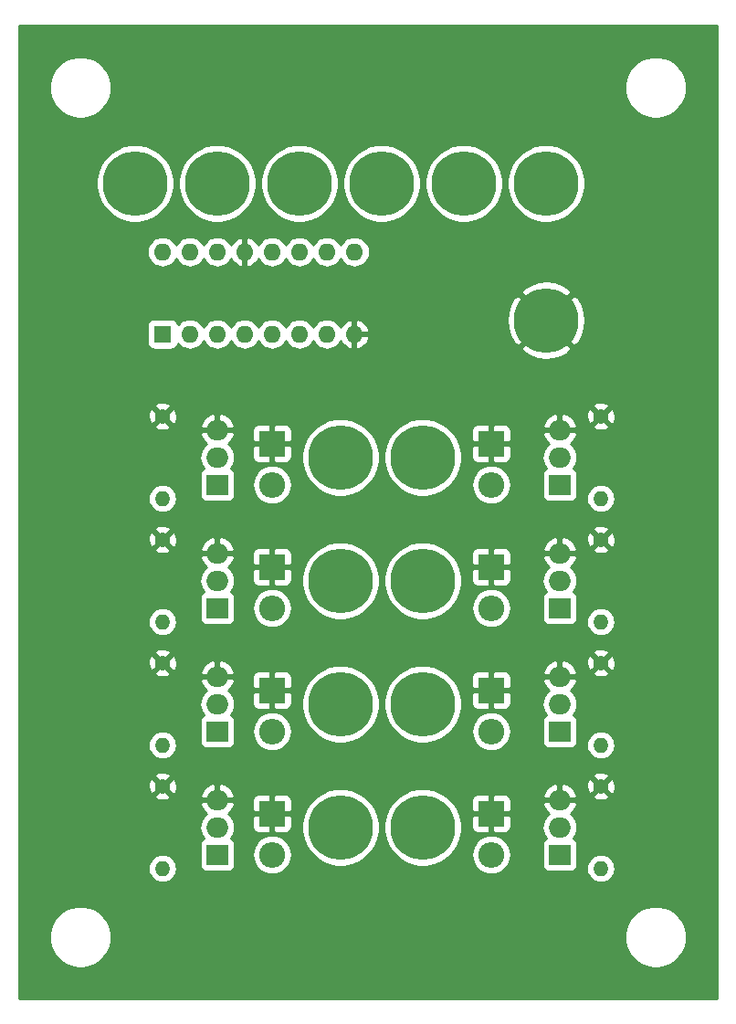
<source format=gbr>
G04 #@! TF.GenerationSoftware,KiCad,Pcbnew,(5.1.2)-2*
G04 #@! TF.CreationDate,2019-07-16T17:36:30-04:00*
G04 #@! TF.ProjectId,8 bit serial to parallel,38206269-7420-4736-9572-69616c20746f,rev?*
G04 #@! TF.SameCoordinates,Original*
G04 #@! TF.FileFunction,Copper,L2,Bot*
G04 #@! TF.FilePolarity,Positive*
%FSLAX46Y46*%
G04 Gerber Fmt 4.6, Leading zero omitted, Abs format (unit mm)*
G04 Created by KiCad (PCBNEW (5.1.2)-2) date 2019-07-16 17:36:30*
%MOMM*%
%LPD*%
G04 APERTURE LIST*
%ADD10O,1.600000X1.600000*%
%ADD11R,1.600000X1.600000*%
%ADD12C,5.999480*%
%ADD13O,1.400000X1.400000*%
%ADD14C,1.400000*%
%ADD15O,2.000000X1.905000*%
%ADD16R,2.000000X1.905000*%
%ADD17O,2.400000X2.400000*%
%ADD18R,2.400000X2.400000*%
%ADD19C,0.254000*%
G04 APERTURE END LIST*
D10*
X53340000Y-49530000D03*
X71120000Y-57150000D03*
X55880000Y-49530000D03*
X68580000Y-57150000D03*
X58420000Y-49530000D03*
X66040000Y-57150000D03*
X60960000Y-49530000D03*
X63500000Y-57150000D03*
X63500000Y-49530000D03*
X60960000Y-57150000D03*
X66040000Y-49530000D03*
X58420000Y-57150000D03*
X68580000Y-49530000D03*
X55880000Y-57150000D03*
X71120000Y-49530000D03*
D11*
X53340000Y-57150000D03*
D12*
X88900000Y-55880000D03*
D13*
X53340000Y-72390000D03*
D14*
X53340000Y-64770000D03*
D13*
X53340000Y-83820000D03*
D14*
X53340000Y-76200000D03*
D13*
X53340000Y-95250000D03*
D14*
X53340000Y-87630000D03*
D13*
X53340000Y-106680000D03*
D14*
X53340000Y-99060000D03*
D13*
X93980000Y-106680000D03*
D14*
X93980000Y-99060000D03*
D13*
X93980000Y-95250000D03*
D14*
X93980000Y-87630000D03*
D13*
X93980000Y-83820000D03*
D14*
X93980000Y-76200000D03*
D13*
X93980000Y-72390000D03*
D14*
X93980000Y-64770000D03*
D15*
X58420000Y-66040000D03*
X58420000Y-68580000D03*
D16*
X58420000Y-71120000D03*
D15*
X58420000Y-77470000D03*
X58420000Y-80010000D03*
D16*
X58420000Y-82550000D03*
D15*
X58420000Y-88900000D03*
X58420000Y-91440000D03*
D16*
X58420000Y-93980000D03*
D15*
X58420000Y-100330000D03*
X58420000Y-102870000D03*
D16*
X58420000Y-105410000D03*
D15*
X90170000Y-100330000D03*
X90170000Y-102870000D03*
D16*
X90170000Y-105410000D03*
D15*
X90170000Y-88900000D03*
X90170000Y-91440000D03*
D16*
X90170000Y-93980000D03*
D15*
X90170000Y-77470000D03*
X90170000Y-80010000D03*
D16*
X90170000Y-82550000D03*
D15*
X90170000Y-66040000D03*
X90170000Y-68580000D03*
D16*
X90170000Y-71120000D03*
D12*
X69850000Y-68580000D03*
X69850000Y-80010000D03*
X69850000Y-91440000D03*
X69850000Y-102870000D03*
X77470000Y-102870000D03*
X77470000Y-91440000D03*
X77470000Y-80010000D03*
X77470000Y-68580000D03*
X50800000Y-43180000D03*
X58420000Y-43180000D03*
X73660000Y-43180000D03*
X81280000Y-43180000D03*
X66040000Y-43180000D03*
X88900000Y-43180000D03*
D17*
X63500000Y-71120000D03*
D18*
X63500000Y-67310000D03*
D17*
X63500000Y-82550000D03*
D18*
X63500000Y-78740000D03*
D17*
X63500000Y-93980000D03*
D18*
X63500000Y-90170000D03*
D17*
X63500000Y-105410000D03*
D18*
X63500000Y-101600000D03*
D17*
X83820000Y-105410000D03*
D18*
X83820000Y-101600000D03*
D17*
X83820000Y-93980000D03*
D18*
X83820000Y-90170000D03*
D17*
X83820000Y-82550000D03*
D18*
X83820000Y-78740000D03*
D17*
X83820000Y-71120000D03*
D18*
X83820000Y-67310000D03*
D19*
G36*
X104750001Y-118720000D02*
G01*
X40030000Y-118720000D01*
X40030000Y-112745852D01*
X42835000Y-112745852D01*
X42835000Y-113314148D01*
X42945869Y-113871523D01*
X43163346Y-114396560D01*
X43479074Y-114869080D01*
X43880920Y-115270926D01*
X44353440Y-115586654D01*
X44878477Y-115804131D01*
X45435852Y-115915000D01*
X46004148Y-115915000D01*
X46561523Y-115804131D01*
X47086560Y-115586654D01*
X47559080Y-115270926D01*
X47960926Y-114869080D01*
X48276654Y-114396560D01*
X48494131Y-113871523D01*
X48605000Y-113314148D01*
X48605000Y-112745852D01*
X96175000Y-112745852D01*
X96175000Y-113314148D01*
X96285869Y-113871523D01*
X96503346Y-114396560D01*
X96819074Y-114869080D01*
X97220920Y-115270926D01*
X97693440Y-115586654D01*
X98218477Y-115804131D01*
X98775852Y-115915000D01*
X99344148Y-115915000D01*
X99901523Y-115804131D01*
X100426560Y-115586654D01*
X100899080Y-115270926D01*
X101300926Y-114869080D01*
X101616654Y-114396560D01*
X101834131Y-113871523D01*
X101945000Y-113314148D01*
X101945000Y-112745852D01*
X101834131Y-112188477D01*
X101616654Y-111663440D01*
X101300926Y-111190920D01*
X100899080Y-110789074D01*
X100426560Y-110473346D01*
X99901523Y-110255869D01*
X99344148Y-110145000D01*
X98775852Y-110145000D01*
X98218477Y-110255869D01*
X97693440Y-110473346D01*
X97220920Y-110789074D01*
X96819074Y-111190920D01*
X96503346Y-111663440D01*
X96285869Y-112188477D01*
X96175000Y-112745852D01*
X48605000Y-112745852D01*
X48494131Y-112188477D01*
X48276654Y-111663440D01*
X47960926Y-111190920D01*
X47559080Y-110789074D01*
X47086560Y-110473346D01*
X46561523Y-110255869D01*
X46004148Y-110145000D01*
X45435852Y-110145000D01*
X44878477Y-110255869D01*
X44353440Y-110473346D01*
X43880920Y-110789074D01*
X43479074Y-111190920D01*
X43163346Y-111663440D01*
X42945869Y-112188477D01*
X42835000Y-112745852D01*
X40030000Y-112745852D01*
X40030000Y-106680000D01*
X51998541Y-106680000D01*
X52024317Y-106941706D01*
X52100653Y-107193354D01*
X52224618Y-107425275D01*
X52391445Y-107628555D01*
X52594725Y-107795382D01*
X52826646Y-107919347D01*
X53078294Y-107995683D01*
X53274421Y-108015000D01*
X53405579Y-108015000D01*
X53601706Y-107995683D01*
X53853354Y-107919347D01*
X54085275Y-107795382D01*
X54288555Y-107628555D01*
X54455382Y-107425275D01*
X54579347Y-107193354D01*
X54655683Y-106941706D01*
X54681459Y-106680000D01*
X54655683Y-106418294D01*
X54579347Y-106166646D01*
X54455382Y-105934725D01*
X54288555Y-105731445D01*
X54085275Y-105564618D01*
X53853354Y-105440653D01*
X53601706Y-105364317D01*
X53405579Y-105345000D01*
X53274421Y-105345000D01*
X53078294Y-105364317D01*
X52826646Y-105440653D01*
X52594725Y-105564618D01*
X52391445Y-105731445D01*
X52224618Y-105934725D01*
X52100653Y-106166646D01*
X52024317Y-106418294D01*
X51998541Y-106680000D01*
X40030000Y-106680000D01*
X40030000Y-102870000D01*
X56777319Y-102870000D01*
X56807970Y-103181204D01*
X56898745Y-103480449D01*
X57046155Y-103756235D01*
X57149446Y-103882095D01*
X57065506Y-103926963D01*
X56968815Y-104006315D01*
X56889463Y-104103006D01*
X56830498Y-104213320D01*
X56794188Y-104333018D01*
X56781928Y-104457500D01*
X56781928Y-106362500D01*
X56794188Y-106486982D01*
X56830498Y-106606680D01*
X56889463Y-106716994D01*
X56968815Y-106813685D01*
X57065506Y-106893037D01*
X57175820Y-106952002D01*
X57295518Y-106988312D01*
X57420000Y-107000572D01*
X59420000Y-107000572D01*
X59544482Y-106988312D01*
X59664180Y-106952002D01*
X59774494Y-106893037D01*
X59871185Y-106813685D01*
X59950537Y-106716994D01*
X60009502Y-106606680D01*
X60045812Y-106486982D01*
X60058072Y-106362500D01*
X60058072Y-105410000D01*
X61656122Y-105410000D01*
X61691552Y-105769723D01*
X61796479Y-106115622D01*
X61966871Y-106434404D01*
X62196181Y-106713819D01*
X62475596Y-106943129D01*
X62794378Y-107113521D01*
X63140277Y-107218448D01*
X63409861Y-107245000D01*
X63590139Y-107245000D01*
X63859723Y-107218448D01*
X64205622Y-107113521D01*
X64524404Y-106943129D01*
X64803819Y-106713819D01*
X65033129Y-106434404D01*
X65203521Y-106115622D01*
X65308448Y-105769723D01*
X65343878Y-105410000D01*
X65308448Y-105050277D01*
X65203521Y-104704378D01*
X65033129Y-104385596D01*
X64803819Y-104106181D01*
X64524404Y-103876871D01*
X64205622Y-103706479D01*
X63859723Y-103601552D01*
X63590139Y-103575000D01*
X63409861Y-103575000D01*
X63140277Y-103601552D01*
X62794378Y-103706479D01*
X62475596Y-103876871D01*
X62196181Y-104106181D01*
X61966871Y-104385596D01*
X61796479Y-104704378D01*
X61691552Y-105050277D01*
X61656122Y-105410000D01*
X60058072Y-105410000D01*
X60058072Y-104457500D01*
X60045812Y-104333018D01*
X60009502Y-104213320D01*
X59950537Y-104103006D01*
X59871185Y-104006315D01*
X59774494Y-103926963D01*
X59690554Y-103882095D01*
X59793845Y-103756235D01*
X59941255Y-103480449D01*
X60032030Y-103181204D01*
X60062681Y-102870000D01*
X60055787Y-102800000D01*
X61661928Y-102800000D01*
X61674188Y-102924482D01*
X61710498Y-103044180D01*
X61769463Y-103154494D01*
X61848815Y-103251185D01*
X61945506Y-103330537D01*
X62055820Y-103389502D01*
X62175518Y-103425812D01*
X62300000Y-103438072D01*
X63214250Y-103435000D01*
X63373000Y-103276250D01*
X63373000Y-101727000D01*
X63627000Y-101727000D01*
X63627000Y-103276250D01*
X63785750Y-103435000D01*
X64700000Y-103438072D01*
X64824482Y-103425812D01*
X64944180Y-103389502D01*
X65054494Y-103330537D01*
X65151185Y-103251185D01*
X65230537Y-103154494D01*
X65289502Y-103044180D01*
X65325812Y-102924482D01*
X65338072Y-102800000D01*
X65337105Y-102512009D01*
X66215260Y-102512009D01*
X66215260Y-103227991D01*
X66354941Y-103930215D01*
X66628935Y-104591695D01*
X67026713Y-105187012D01*
X67532988Y-105693287D01*
X68128305Y-106091065D01*
X68789785Y-106365059D01*
X69492009Y-106504740D01*
X70207991Y-106504740D01*
X70910215Y-106365059D01*
X71571695Y-106091065D01*
X72167012Y-105693287D01*
X72673287Y-105187012D01*
X73071065Y-104591695D01*
X73345059Y-103930215D01*
X73484740Y-103227991D01*
X73484740Y-102512009D01*
X73835260Y-102512009D01*
X73835260Y-103227991D01*
X73974941Y-103930215D01*
X74248935Y-104591695D01*
X74646713Y-105187012D01*
X75152988Y-105693287D01*
X75748305Y-106091065D01*
X76409785Y-106365059D01*
X77112009Y-106504740D01*
X77827991Y-106504740D01*
X78530215Y-106365059D01*
X79191695Y-106091065D01*
X79787012Y-105693287D01*
X80070299Y-105410000D01*
X81976122Y-105410000D01*
X82011552Y-105769723D01*
X82116479Y-106115622D01*
X82286871Y-106434404D01*
X82516181Y-106713819D01*
X82795596Y-106943129D01*
X83114378Y-107113521D01*
X83460277Y-107218448D01*
X83729861Y-107245000D01*
X83910139Y-107245000D01*
X84179723Y-107218448D01*
X84525622Y-107113521D01*
X84844404Y-106943129D01*
X85123819Y-106713819D01*
X85353129Y-106434404D01*
X85523521Y-106115622D01*
X85628448Y-105769723D01*
X85663878Y-105410000D01*
X85628448Y-105050277D01*
X85523521Y-104704378D01*
X85353129Y-104385596D01*
X85123819Y-104106181D01*
X84844404Y-103876871D01*
X84525622Y-103706479D01*
X84179723Y-103601552D01*
X83910139Y-103575000D01*
X83729861Y-103575000D01*
X83460277Y-103601552D01*
X83114378Y-103706479D01*
X82795596Y-103876871D01*
X82516181Y-104106181D01*
X82286871Y-104385596D01*
X82116479Y-104704378D01*
X82011552Y-105050277D01*
X81976122Y-105410000D01*
X80070299Y-105410000D01*
X80293287Y-105187012D01*
X80691065Y-104591695D01*
X80965059Y-103930215D01*
X81104740Y-103227991D01*
X81104740Y-102800000D01*
X81981928Y-102800000D01*
X81994188Y-102924482D01*
X82030498Y-103044180D01*
X82089463Y-103154494D01*
X82168815Y-103251185D01*
X82265506Y-103330537D01*
X82375820Y-103389502D01*
X82495518Y-103425812D01*
X82620000Y-103438072D01*
X83534250Y-103435000D01*
X83693000Y-103276250D01*
X83693000Y-101727000D01*
X83947000Y-101727000D01*
X83947000Y-103276250D01*
X84105750Y-103435000D01*
X85020000Y-103438072D01*
X85144482Y-103425812D01*
X85264180Y-103389502D01*
X85374494Y-103330537D01*
X85471185Y-103251185D01*
X85550537Y-103154494D01*
X85609502Y-103044180D01*
X85645812Y-102924482D01*
X85651177Y-102870000D01*
X88527319Y-102870000D01*
X88557970Y-103181204D01*
X88648745Y-103480449D01*
X88796155Y-103756235D01*
X88899446Y-103882095D01*
X88815506Y-103926963D01*
X88718815Y-104006315D01*
X88639463Y-104103006D01*
X88580498Y-104213320D01*
X88544188Y-104333018D01*
X88531928Y-104457500D01*
X88531928Y-106362500D01*
X88544188Y-106486982D01*
X88580498Y-106606680D01*
X88639463Y-106716994D01*
X88718815Y-106813685D01*
X88815506Y-106893037D01*
X88925820Y-106952002D01*
X89045518Y-106988312D01*
X89170000Y-107000572D01*
X91170000Y-107000572D01*
X91294482Y-106988312D01*
X91414180Y-106952002D01*
X91524494Y-106893037D01*
X91621185Y-106813685D01*
X91700537Y-106716994D01*
X91720311Y-106680000D01*
X92638541Y-106680000D01*
X92664317Y-106941706D01*
X92740653Y-107193354D01*
X92864618Y-107425275D01*
X93031445Y-107628555D01*
X93234725Y-107795382D01*
X93466646Y-107919347D01*
X93718294Y-107995683D01*
X93914421Y-108015000D01*
X94045579Y-108015000D01*
X94241706Y-107995683D01*
X94493354Y-107919347D01*
X94725275Y-107795382D01*
X94928555Y-107628555D01*
X95095382Y-107425275D01*
X95219347Y-107193354D01*
X95295683Y-106941706D01*
X95321459Y-106680000D01*
X95295683Y-106418294D01*
X95219347Y-106166646D01*
X95095382Y-105934725D01*
X94928555Y-105731445D01*
X94725275Y-105564618D01*
X94493354Y-105440653D01*
X94241706Y-105364317D01*
X94045579Y-105345000D01*
X93914421Y-105345000D01*
X93718294Y-105364317D01*
X93466646Y-105440653D01*
X93234725Y-105564618D01*
X93031445Y-105731445D01*
X92864618Y-105934725D01*
X92740653Y-106166646D01*
X92664317Y-106418294D01*
X92638541Y-106680000D01*
X91720311Y-106680000D01*
X91759502Y-106606680D01*
X91795812Y-106486982D01*
X91808072Y-106362500D01*
X91808072Y-104457500D01*
X91795812Y-104333018D01*
X91759502Y-104213320D01*
X91700537Y-104103006D01*
X91621185Y-104006315D01*
X91524494Y-103926963D01*
X91440554Y-103882095D01*
X91543845Y-103756235D01*
X91691255Y-103480449D01*
X91782030Y-103181204D01*
X91812681Y-102870000D01*
X91782030Y-102558796D01*
X91691255Y-102259551D01*
X91543845Y-101983765D01*
X91345463Y-101742037D01*
X91166101Y-101594837D01*
X91351315Y-101439437D01*
X91545969Y-101196923D01*
X91689571Y-100921094D01*
X91760563Y-100702980D01*
X91640594Y-100457000D01*
X90297000Y-100457000D01*
X90297000Y-100477000D01*
X90043000Y-100477000D01*
X90043000Y-100457000D01*
X88699406Y-100457000D01*
X88579437Y-100702980D01*
X88650429Y-100921094D01*
X88794031Y-101196923D01*
X88988685Y-101439437D01*
X89173899Y-101594837D01*
X88994537Y-101742037D01*
X88796155Y-101983765D01*
X88648745Y-102259551D01*
X88557970Y-102558796D01*
X88527319Y-102870000D01*
X85651177Y-102870000D01*
X85658072Y-102800000D01*
X85655000Y-101885750D01*
X85496250Y-101727000D01*
X83947000Y-101727000D01*
X83693000Y-101727000D01*
X82143750Y-101727000D01*
X81985000Y-101885750D01*
X81981928Y-102800000D01*
X81104740Y-102800000D01*
X81104740Y-102512009D01*
X80965059Y-101809785D01*
X80691065Y-101148305D01*
X80293287Y-100552988D01*
X80140299Y-100400000D01*
X81981928Y-100400000D01*
X81985000Y-101314250D01*
X82143750Y-101473000D01*
X83693000Y-101473000D01*
X83693000Y-99923750D01*
X83947000Y-99923750D01*
X83947000Y-101473000D01*
X85496250Y-101473000D01*
X85655000Y-101314250D01*
X85658072Y-100400000D01*
X85645812Y-100275518D01*
X85609502Y-100155820D01*
X85550537Y-100045506D01*
X85477919Y-99957020D01*
X88579437Y-99957020D01*
X88699406Y-100203000D01*
X90043000Y-100203000D01*
X90043000Y-98904430D01*
X90297000Y-98904430D01*
X90297000Y-100203000D01*
X91640594Y-100203000D01*
X91748736Y-99981269D01*
X93238336Y-99981269D01*
X93297797Y-100215037D01*
X93536242Y-100325934D01*
X93791740Y-100388183D01*
X94054473Y-100399390D01*
X94314344Y-100359125D01*
X94561366Y-100268935D01*
X94662203Y-100215037D01*
X94721664Y-99981269D01*
X93980000Y-99239605D01*
X93238336Y-99981269D01*
X91748736Y-99981269D01*
X91760563Y-99957020D01*
X91689571Y-99738906D01*
X91545969Y-99463077D01*
X91351315Y-99220563D01*
X91248709Y-99134473D01*
X92640610Y-99134473D01*
X92680875Y-99394344D01*
X92771065Y-99641366D01*
X92824963Y-99742203D01*
X93058731Y-99801664D01*
X93800395Y-99060000D01*
X94159605Y-99060000D01*
X94901269Y-99801664D01*
X95135037Y-99742203D01*
X95245934Y-99503758D01*
X95308183Y-99248260D01*
X95319390Y-98985527D01*
X95279125Y-98725656D01*
X95188935Y-98478634D01*
X95135037Y-98377797D01*
X94901269Y-98318336D01*
X94159605Y-99060000D01*
X93800395Y-99060000D01*
X93058731Y-98318336D01*
X92824963Y-98377797D01*
X92714066Y-98616242D01*
X92651817Y-98871740D01*
X92640610Y-99134473D01*
X91248709Y-99134473D01*
X91113089Y-99020684D01*
X90840446Y-98871121D01*
X90543863Y-98777622D01*
X90297000Y-98904430D01*
X90043000Y-98904430D01*
X89796137Y-98777622D01*
X89499554Y-98871121D01*
X89226911Y-99020684D01*
X88988685Y-99220563D01*
X88794031Y-99463077D01*
X88650429Y-99738906D01*
X88579437Y-99957020D01*
X85477919Y-99957020D01*
X85471185Y-99948815D01*
X85374494Y-99869463D01*
X85264180Y-99810498D01*
X85144482Y-99774188D01*
X85020000Y-99761928D01*
X84105750Y-99765000D01*
X83947000Y-99923750D01*
X83693000Y-99923750D01*
X83534250Y-99765000D01*
X82620000Y-99761928D01*
X82495518Y-99774188D01*
X82375820Y-99810498D01*
X82265506Y-99869463D01*
X82168815Y-99948815D01*
X82089463Y-100045506D01*
X82030498Y-100155820D01*
X81994188Y-100275518D01*
X81981928Y-100400000D01*
X80140299Y-100400000D01*
X79787012Y-100046713D01*
X79191695Y-99648935D01*
X78530215Y-99374941D01*
X77827991Y-99235260D01*
X77112009Y-99235260D01*
X76409785Y-99374941D01*
X75748305Y-99648935D01*
X75152988Y-100046713D01*
X74646713Y-100552988D01*
X74248935Y-101148305D01*
X73974941Y-101809785D01*
X73835260Y-102512009D01*
X73484740Y-102512009D01*
X73345059Y-101809785D01*
X73071065Y-101148305D01*
X72673287Y-100552988D01*
X72167012Y-100046713D01*
X71571695Y-99648935D01*
X70910215Y-99374941D01*
X70207991Y-99235260D01*
X69492009Y-99235260D01*
X68789785Y-99374941D01*
X68128305Y-99648935D01*
X67532988Y-100046713D01*
X67026713Y-100552988D01*
X66628935Y-101148305D01*
X66354941Y-101809785D01*
X66215260Y-102512009D01*
X65337105Y-102512009D01*
X65335000Y-101885750D01*
X65176250Y-101727000D01*
X63627000Y-101727000D01*
X63373000Y-101727000D01*
X61823750Y-101727000D01*
X61665000Y-101885750D01*
X61661928Y-102800000D01*
X60055787Y-102800000D01*
X60032030Y-102558796D01*
X59941255Y-102259551D01*
X59793845Y-101983765D01*
X59595463Y-101742037D01*
X59416101Y-101594837D01*
X59601315Y-101439437D01*
X59795969Y-101196923D01*
X59939571Y-100921094D01*
X60010563Y-100702980D01*
X59890594Y-100457000D01*
X58547000Y-100457000D01*
X58547000Y-100477000D01*
X58293000Y-100477000D01*
X58293000Y-100457000D01*
X56949406Y-100457000D01*
X56829437Y-100702980D01*
X56900429Y-100921094D01*
X57044031Y-101196923D01*
X57238685Y-101439437D01*
X57423899Y-101594837D01*
X57244537Y-101742037D01*
X57046155Y-101983765D01*
X56898745Y-102259551D01*
X56807970Y-102558796D01*
X56777319Y-102870000D01*
X40030000Y-102870000D01*
X40030000Y-100400000D01*
X61661928Y-100400000D01*
X61665000Y-101314250D01*
X61823750Y-101473000D01*
X63373000Y-101473000D01*
X63373000Y-99923750D01*
X63627000Y-99923750D01*
X63627000Y-101473000D01*
X65176250Y-101473000D01*
X65335000Y-101314250D01*
X65338072Y-100400000D01*
X65325812Y-100275518D01*
X65289502Y-100155820D01*
X65230537Y-100045506D01*
X65151185Y-99948815D01*
X65054494Y-99869463D01*
X64944180Y-99810498D01*
X64824482Y-99774188D01*
X64700000Y-99761928D01*
X63785750Y-99765000D01*
X63627000Y-99923750D01*
X63373000Y-99923750D01*
X63214250Y-99765000D01*
X62300000Y-99761928D01*
X62175518Y-99774188D01*
X62055820Y-99810498D01*
X61945506Y-99869463D01*
X61848815Y-99948815D01*
X61769463Y-100045506D01*
X61710498Y-100155820D01*
X61674188Y-100275518D01*
X61661928Y-100400000D01*
X40030000Y-100400000D01*
X40030000Y-99981269D01*
X52598336Y-99981269D01*
X52657797Y-100215037D01*
X52896242Y-100325934D01*
X53151740Y-100388183D01*
X53414473Y-100399390D01*
X53674344Y-100359125D01*
X53921366Y-100268935D01*
X54022203Y-100215037D01*
X54081664Y-99981269D01*
X54057415Y-99957020D01*
X56829437Y-99957020D01*
X56949406Y-100203000D01*
X58293000Y-100203000D01*
X58293000Y-98904430D01*
X58547000Y-98904430D01*
X58547000Y-100203000D01*
X59890594Y-100203000D01*
X60010563Y-99957020D01*
X59939571Y-99738906D01*
X59795969Y-99463077D01*
X59601315Y-99220563D01*
X59363089Y-99020684D01*
X59090446Y-98871121D01*
X58793863Y-98777622D01*
X58547000Y-98904430D01*
X58293000Y-98904430D01*
X58046137Y-98777622D01*
X57749554Y-98871121D01*
X57476911Y-99020684D01*
X57238685Y-99220563D01*
X57044031Y-99463077D01*
X56900429Y-99738906D01*
X56829437Y-99957020D01*
X54057415Y-99957020D01*
X53340000Y-99239605D01*
X52598336Y-99981269D01*
X40030000Y-99981269D01*
X40030000Y-99134473D01*
X52000610Y-99134473D01*
X52040875Y-99394344D01*
X52131065Y-99641366D01*
X52184963Y-99742203D01*
X52418731Y-99801664D01*
X53160395Y-99060000D01*
X53519605Y-99060000D01*
X54261269Y-99801664D01*
X54495037Y-99742203D01*
X54605934Y-99503758D01*
X54668183Y-99248260D01*
X54679390Y-98985527D01*
X54639125Y-98725656D01*
X54548935Y-98478634D01*
X54495037Y-98377797D01*
X54261269Y-98318336D01*
X53519605Y-99060000D01*
X53160395Y-99060000D01*
X52418731Y-98318336D01*
X52184963Y-98377797D01*
X52074066Y-98616242D01*
X52011817Y-98871740D01*
X52000610Y-99134473D01*
X40030000Y-99134473D01*
X40030000Y-98138731D01*
X52598336Y-98138731D01*
X53340000Y-98880395D01*
X54081664Y-98138731D01*
X93238336Y-98138731D01*
X93980000Y-98880395D01*
X94721664Y-98138731D01*
X94662203Y-97904963D01*
X94423758Y-97794066D01*
X94168260Y-97731817D01*
X93905527Y-97720610D01*
X93645656Y-97760875D01*
X93398634Y-97851065D01*
X93297797Y-97904963D01*
X93238336Y-98138731D01*
X54081664Y-98138731D01*
X54022203Y-97904963D01*
X53783758Y-97794066D01*
X53528260Y-97731817D01*
X53265527Y-97720610D01*
X53005656Y-97760875D01*
X52758634Y-97851065D01*
X52657797Y-97904963D01*
X52598336Y-98138731D01*
X40030000Y-98138731D01*
X40030000Y-95250000D01*
X51998541Y-95250000D01*
X52024317Y-95511706D01*
X52100653Y-95763354D01*
X52224618Y-95995275D01*
X52391445Y-96198555D01*
X52594725Y-96365382D01*
X52826646Y-96489347D01*
X53078294Y-96565683D01*
X53274421Y-96585000D01*
X53405579Y-96585000D01*
X53601706Y-96565683D01*
X53853354Y-96489347D01*
X54085275Y-96365382D01*
X54288555Y-96198555D01*
X54455382Y-95995275D01*
X54579347Y-95763354D01*
X54655683Y-95511706D01*
X54681459Y-95250000D01*
X54655683Y-94988294D01*
X54579347Y-94736646D01*
X54455382Y-94504725D01*
X54288555Y-94301445D01*
X54085275Y-94134618D01*
X53853354Y-94010653D01*
X53601706Y-93934317D01*
X53405579Y-93915000D01*
X53274421Y-93915000D01*
X53078294Y-93934317D01*
X52826646Y-94010653D01*
X52594725Y-94134618D01*
X52391445Y-94301445D01*
X52224618Y-94504725D01*
X52100653Y-94736646D01*
X52024317Y-94988294D01*
X51998541Y-95250000D01*
X40030000Y-95250000D01*
X40030000Y-91440000D01*
X56777319Y-91440000D01*
X56807970Y-91751204D01*
X56898745Y-92050449D01*
X57046155Y-92326235D01*
X57149446Y-92452095D01*
X57065506Y-92496963D01*
X56968815Y-92576315D01*
X56889463Y-92673006D01*
X56830498Y-92783320D01*
X56794188Y-92903018D01*
X56781928Y-93027500D01*
X56781928Y-94932500D01*
X56794188Y-95056982D01*
X56830498Y-95176680D01*
X56889463Y-95286994D01*
X56968815Y-95383685D01*
X57065506Y-95463037D01*
X57175820Y-95522002D01*
X57295518Y-95558312D01*
X57420000Y-95570572D01*
X59420000Y-95570572D01*
X59544482Y-95558312D01*
X59664180Y-95522002D01*
X59774494Y-95463037D01*
X59871185Y-95383685D01*
X59950537Y-95286994D01*
X60009502Y-95176680D01*
X60045812Y-95056982D01*
X60058072Y-94932500D01*
X60058072Y-93980000D01*
X61656122Y-93980000D01*
X61691552Y-94339723D01*
X61796479Y-94685622D01*
X61966871Y-95004404D01*
X62196181Y-95283819D01*
X62475596Y-95513129D01*
X62794378Y-95683521D01*
X63140277Y-95788448D01*
X63409861Y-95815000D01*
X63590139Y-95815000D01*
X63859723Y-95788448D01*
X64205622Y-95683521D01*
X64524404Y-95513129D01*
X64803819Y-95283819D01*
X65033129Y-95004404D01*
X65203521Y-94685622D01*
X65308448Y-94339723D01*
X65343878Y-93980000D01*
X65308448Y-93620277D01*
X65203521Y-93274378D01*
X65033129Y-92955596D01*
X64803819Y-92676181D01*
X64524404Y-92446871D01*
X64205622Y-92276479D01*
X63859723Y-92171552D01*
X63590139Y-92145000D01*
X63409861Y-92145000D01*
X63140277Y-92171552D01*
X62794378Y-92276479D01*
X62475596Y-92446871D01*
X62196181Y-92676181D01*
X61966871Y-92955596D01*
X61796479Y-93274378D01*
X61691552Y-93620277D01*
X61656122Y-93980000D01*
X60058072Y-93980000D01*
X60058072Y-93027500D01*
X60045812Y-92903018D01*
X60009502Y-92783320D01*
X59950537Y-92673006D01*
X59871185Y-92576315D01*
X59774494Y-92496963D01*
X59690554Y-92452095D01*
X59793845Y-92326235D01*
X59941255Y-92050449D01*
X60032030Y-91751204D01*
X60062681Y-91440000D01*
X60055787Y-91370000D01*
X61661928Y-91370000D01*
X61674188Y-91494482D01*
X61710498Y-91614180D01*
X61769463Y-91724494D01*
X61848815Y-91821185D01*
X61945506Y-91900537D01*
X62055820Y-91959502D01*
X62175518Y-91995812D01*
X62300000Y-92008072D01*
X63214250Y-92005000D01*
X63373000Y-91846250D01*
X63373000Y-90297000D01*
X63627000Y-90297000D01*
X63627000Y-91846250D01*
X63785750Y-92005000D01*
X64700000Y-92008072D01*
X64824482Y-91995812D01*
X64944180Y-91959502D01*
X65054494Y-91900537D01*
X65151185Y-91821185D01*
X65230537Y-91724494D01*
X65289502Y-91614180D01*
X65325812Y-91494482D01*
X65338072Y-91370000D01*
X65337105Y-91082009D01*
X66215260Y-91082009D01*
X66215260Y-91797991D01*
X66354941Y-92500215D01*
X66628935Y-93161695D01*
X67026713Y-93757012D01*
X67532988Y-94263287D01*
X68128305Y-94661065D01*
X68789785Y-94935059D01*
X69492009Y-95074740D01*
X70207991Y-95074740D01*
X70910215Y-94935059D01*
X71571695Y-94661065D01*
X72167012Y-94263287D01*
X72673287Y-93757012D01*
X73071065Y-93161695D01*
X73345059Y-92500215D01*
X73484740Y-91797991D01*
X73484740Y-91082009D01*
X73835260Y-91082009D01*
X73835260Y-91797991D01*
X73974941Y-92500215D01*
X74248935Y-93161695D01*
X74646713Y-93757012D01*
X75152988Y-94263287D01*
X75748305Y-94661065D01*
X76409785Y-94935059D01*
X77112009Y-95074740D01*
X77827991Y-95074740D01*
X78530215Y-94935059D01*
X79191695Y-94661065D01*
X79787012Y-94263287D01*
X80070299Y-93980000D01*
X81976122Y-93980000D01*
X82011552Y-94339723D01*
X82116479Y-94685622D01*
X82286871Y-95004404D01*
X82516181Y-95283819D01*
X82795596Y-95513129D01*
X83114378Y-95683521D01*
X83460277Y-95788448D01*
X83729861Y-95815000D01*
X83910139Y-95815000D01*
X84179723Y-95788448D01*
X84525622Y-95683521D01*
X84844404Y-95513129D01*
X85123819Y-95283819D01*
X85353129Y-95004404D01*
X85523521Y-94685622D01*
X85628448Y-94339723D01*
X85663878Y-93980000D01*
X85628448Y-93620277D01*
X85523521Y-93274378D01*
X85353129Y-92955596D01*
X85123819Y-92676181D01*
X84844404Y-92446871D01*
X84525622Y-92276479D01*
X84179723Y-92171552D01*
X83910139Y-92145000D01*
X83729861Y-92145000D01*
X83460277Y-92171552D01*
X83114378Y-92276479D01*
X82795596Y-92446871D01*
X82516181Y-92676181D01*
X82286871Y-92955596D01*
X82116479Y-93274378D01*
X82011552Y-93620277D01*
X81976122Y-93980000D01*
X80070299Y-93980000D01*
X80293287Y-93757012D01*
X80691065Y-93161695D01*
X80965059Y-92500215D01*
X81104740Y-91797991D01*
X81104740Y-91370000D01*
X81981928Y-91370000D01*
X81994188Y-91494482D01*
X82030498Y-91614180D01*
X82089463Y-91724494D01*
X82168815Y-91821185D01*
X82265506Y-91900537D01*
X82375820Y-91959502D01*
X82495518Y-91995812D01*
X82620000Y-92008072D01*
X83534250Y-92005000D01*
X83693000Y-91846250D01*
X83693000Y-90297000D01*
X83947000Y-90297000D01*
X83947000Y-91846250D01*
X84105750Y-92005000D01*
X85020000Y-92008072D01*
X85144482Y-91995812D01*
X85264180Y-91959502D01*
X85374494Y-91900537D01*
X85471185Y-91821185D01*
X85550537Y-91724494D01*
X85609502Y-91614180D01*
X85645812Y-91494482D01*
X85651177Y-91440000D01*
X88527319Y-91440000D01*
X88557970Y-91751204D01*
X88648745Y-92050449D01*
X88796155Y-92326235D01*
X88899446Y-92452095D01*
X88815506Y-92496963D01*
X88718815Y-92576315D01*
X88639463Y-92673006D01*
X88580498Y-92783320D01*
X88544188Y-92903018D01*
X88531928Y-93027500D01*
X88531928Y-94932500D01*
X88544188Y-95056982D01*
X88580498Y-95176680D01*
X88639463Y-95286994D01*
X88718815Y-95383685D01*
X88815506Y-95463037D01*
X88925820Y-95522002D01*
X89045518Y-95558312D01*
X89170000Y-95570572D01*
X91170000Y-95570572D01*
X91294482Y-95558312D01*
X91414180Y-95522002D01*
X91524494Y-95463037D01*
X91621185Y-95383685D01*
X91700537Y-95286994D01*
X91720311Y-95250000D01*
X92638541Y-95250000D01*
X92664317Y-95511706D01*
X92740653Y-95763354D01*
X92864618Y-95995275D01*
X93031445Y-96198555D01*
X93234725Y-96365382D01*
X93466646Y-96489347D01*
X93718294Y-96565683D01*
X93914421Y-96585000D01*
X94045579Y-96585000D01*
X94241706Y-96565683D01*
X94493354Y-96489347D01*
X94725275Y-96365382D01*
X94928555Y-96198555D01*
X95095382Y-95995275D01*
X95219347Y-95763354D01*
X95295683Y-95511706D01*
X95321459Y-95250000D01*
X95295683Y-94988294D01*
X95219347Y-94736646D01*
X95095382Y-94504725D01*
X94928555Y-94301445D01*
X94725275Y-94134618D01*
X94493354Y-94010653D01*
X94241706Y-93934317D01*
X94045579Y-93915000D01*
X93914421Y-93915000D01*
X93718294Y-93934317D01*
X93466646Y-94010653D01*
X93234725Y-94134618D01*
X93031445Y-94301445D01*
X92864618Y-94504725D01*
X92740653Y-94736646D01*
X92664317Y-94988294D01*
X92638541Y-95250000D01*
X91720311Y-95250000D01*
X91759502Y-95176680D01*
X91795812Y-95056982D01*
X91808072Y-94932500D01*
X91808072Y-93027500D01*
X91795812Y-92903018D01*
X91759502Y-92783320D01*
X91700537Y-92673006D01*
X91621185Y-92576315D01*
X91524494Y-92496963D01*
X91440554Y-92452095D01*
X91543845Y-92326235D01*
X91691255Y-92050449D01*
X91782030Y-91751204D01*
X91812681Y-91440000D01*
X91782030Y-91128796D01*
X91691255Y-90829551D01*
X91543845Y-90553765D01*
X91345463Y-90312037D01*
X91166101Y-90164837D01*
X91351315Y-90009437D01*
X91545969Y-89766923D01*
X91689571Y-89491094D01*
X91760563Y-89272980D01*
X91640594Y-89027000D01*
X90297000Y-89027000D01*
X90297000Y-89047000D01*
X90043000Y-89047000D01*
X90043000Y-89027000D01*
X88699406Y-89027000D01*
X88579437Y-89272980D01*
X88650429Y-89491094D01*
X88794031Y-89766923D01*
X88988685Y-90009437D01*
X89173899Y-90164837D01*
X88994537Y-90312037D01*
X88796155Y-90553765D01*
X88648745Y-90829551D01*
X88557970Y-91128796D01*
X88527319Y-91440000D01*
X85651177Y-91440000D01*
X85658072Y-91370000D01*
X85655000Y-90455750D01*
X85496250Y-90297000D01*
X83947000Y-90297000D01*
X83693000Y-90297000D01*
X82143750Y-90297000D01*
X81985000Y-90455750D01*
X81981928Y-91370000D01*
X81104740Y-91370000D01*
X81104740Y-91082009D01*
X80965059Y-90379785D01*
X80691065Y-89718305D01*
X80293287Y-89122988D01*
X80140299Y-88970000D01*
X81981928Y-88970000D01*
X81985000Y-89884250D01*
X82143750Y-90043000D01*
X83693000Y-90043000D01*
X83693000Y-88493750D01*
X83947000Y-88493750D01*
X83947000Y-90043000D01*
X85496250Y-90043000D01*
X85655000Y-89884250D01*
X85658072Y-88970000D01*
X85645812Y-88845518D01*
X85609502Y-88725820D01*
X85550537Y-88615506D01*
X85477919Y-88527020D01*
X88579437Y-88527020D01*
X88699406Y-88773000D01*
X90043000Y-88773000D01*
X90043000Y-87474430D01*
X90297000Y-87474430D01*
X90297000Y-88773000D01*
X91640594Y-88773000D01*
X91748736Y-88551269D01*
X93238336Y-88551269D01*
X93297797Y-88785037D01*
X93536242Y-88895934D01*
X93791740Y-88958183D01*
X94054473Y-88969390D01*
X94314344Y-88929125D01*
X94561366Y-88838935D01*
X94662203Y-88785037D01*
X94721664Y-88551269D01*
X93980000Y-87809605D01*
X93238336Y-88551269D01*
X91748736Y-88551269D01*
X91760563Y-88527020D01*
X91689571Y-88308906D01*
X91545969Y-88033077D01*
X91351315Y-87790563D01*
X91248709Y-87704473D01*
X92640610Y-87704473D01*
X92680875Y-87964344D01*
X92771065Y-88211366D01*
X92824963Y-88312203D01*
X93058731Y-88371664D01*
X93800395Y-87630000D01*
X94159605Y-87630000D01*
X94901269Y-88371664D01*
X95135037Y-88312203D01*
X95245934Y-88073758D01*
X95308183Y-87818260D01*
X95319390Y-87555527D01*
X95279125Y-87295656D01*
X95188935Y-87048634D01*
X95135037Y-86947797D01*
X94901269Y-86888336D01*
X94159605Y-87630000D01*
X93800395Y-87630000D01*
X93058731Y-86888336D01*
X92824963Y-86947797D01*
X92714066Y-87186242D01*
X92651817Y-87441740D01*
X92640610Y-87704473D01*
X91248709Y-87704473D01*
X91113089Y-87590684D01*
X90840446Y-87441121D01*
X90543863Y-87347622D01*
X90297000Y-87474430D01*
X90043000Y-87474430D01*
X89796137Y-87347622D01*
X89499554Y-87441121D01*
X89226911Y-87590684D01*
X88988685Y-87790563D01*
X88794031Y-88033077D01*
X88650429Y-88308906D01*
X88579437Y-88527020D01*
X85477919Y-88527020D01*
X85471185Y-88518815D01*
X85374494Y-88439463D01*
X85264180Y-88380498D01*
X85144482Y-88344188D01*
X85020000Y-88331928D01*
X84105750Y-88335000D01*
X83947000Y-88493750D01*
X83693000Y-88493750D01*
X83534250Y-88335000D01*
X82620000Y-88331928D01*
X82495518Y-88344188D01*
X82375820Y-88380498D01*
X82265506Y-88439463D01*
X82168815Y-88518815D01*
X82089463Y-88615506D01*
X82030498Y-88725820D01*
X81994188Y-88845518D01*
X81981928Y-88970000D01*
X80140299Y-88970000D01*
X79787012Y-88616713D01*
X79191695Y-88218935D01*
X78530215Y-87944941D01*
X77827991Y-87805260D01*
X77112009Y-87805260D01*
X76409785Y-87944941D01*
X75748305Y-88218935D01*
X75152988Y-88616713D01*
X74646713Y-89122988D01*
X74248935Y-89718305D01*
X73974941Y-90379785D01*
X73835260Y-91082009D01*
X73484740Y-91082009D01*
X73345059Y-90379785D01*
X73071065Y-89718305D01*
X72673287Y-89122988D01*
X72167012Y-88616713D01*
X71571695Y-88218935D01*
X70910215Y-87944941D01*
X70207991Y-87805260D01*
X69492009Y-87805260D01*
X68789785Y-87944941D01*
X68128305Y-88218935D01*
X67532988Y-88616713D01*
X67026713Y-89122988D01*
X66628935Y-89718305D01*
X66354941Y-90379785D01*
X66215260Y-91082009D01*
X65337105Y-91082009D01*
X65335000Y-90455750D01*
X65176250Y-90297000D01*
X63627000Y-90297000D01*
X63373000Y-90297000D01*
X61823750Y-90297000D01*
X61665000Y-90455750D01*
X61661928Y-91370000D01*
X60055787Y-91370000D01*
X60032030Y-91128796D01*
X59941255Y-90829551D01*
X59793845Y-90553765D01*
X59595463Y-90312037D01*
X59416101Y-90164837D01*
X59601315Y-90009437D01*
X59795969Y-89766923D01*
X59939571Y-89491094D01*
X60010563Y-89272980D01*
X59890594Y-89027000D01*
X58547000Y-89027000D01*
X58547000Y-89047000D01*
X58293000Y-89047000D01*
X58293000Y-89027000D01*
X56949406Y-89027000D01*
X56829437Y-89272980D01*
X56900429Y-89491094D01*
X57044031Y-89766923D01*
X57238685Y-90009437D01*
X57423899Y-90164837D01*
X57244537Y-90312037D01*
X57046155Y-90553765D01*
X56898745Y-90829551D01*
X56807970Y-91128796D01*
X56777319Y-91440000D01*
X40030000Y-91440000D01*
X40030000Y-88970000D01*
X61661928Y-88970000D01*
X61665000Y-89884250D01*
X61823750Y-90043000D01*
X63373000Y-90043000D01*
X63373000Y-88493750D01*
X63627000Y-88493750D01*
X63627000Y-90043000D01*
X65176250Y-90043000D01*
X65335000Y-89884250D01*
X65338072Y-88970000D01*
X65325812Y-88845518D01*
X65289502Y-88725820D01*
X65230537Y-88615506D01*
X65151185Y-88518815D01*
X65054494Y-88439463D01*
X64944180Y-88380498D01*
X64824482Y-88344188D01*
X64700000Y-88331928D01*
X63785750Y-88335000D01*
X63627000Y-88493750D01*
X63373000Y-88493750D01*
X63214250Y-88335000D01*
X62300000Y-88331928D01*
X62175518Y-88344188D01*
X62055820Y-88380498D01*
X61945506Y-88439463D01*
X61848815Y-88518815D01*
X61769463Y-88615506D01*
X61710498Y-88725820D01*
X61674188Y-88845518D01*
X61661928Y-88970000D01*
X40030000Y-88970000D01*
X40030000Y-88551269D01*
X52598336Y-88551269D01*
X52657797Y-88785037D01*
X52896242Y-88895934D01*
X53151740Y-88958183D01*
X53414473Y-88969390D01*
X53674344Y-88929125D01*
X53921366Y-88838935D01*
X54022203Y-88785037D01*
X54081664Y-88551269D01*
X54057415Y-88527020D01*
X56829437Y-88527020D01*
X56949406Y-88773000D01*
X58293000Y-88773000D01*
X58293000Y-87474430D01*
X58547000Y-87474430D01*
X58547000Y-88773000D01*
X59890594Y-88773000D01*
X60010563Y-88527020D01*
X59939571Y-88308906D01*
X59795969Y-88033077D01*
X59601315Y-87790563D01*
X59363089Y-87590684D01*
X59090446Y-87441121D01*
X58793863Y-87347622D01*
X58547000Y-87474430D01*
X58293000Y-87474430D01*
X58046137Y-87347622D01*
X57749554Y-87441121D01*
X57476911Y-87590684D01*
X57238685Y-87790563D01*
X57044031Y-88033077D01*
X56900429Y-88308906D01*
X56829437Y-88527020D01*
X54057415Y-88527020D01*
X53340000Y-87809605D01*
X52598336Y-88551269D01*
X40030000Y-88551269D01*
X40030000Y-87704473D01*
X52000610Y-87704473D01*
X52040875Y-87964344D01*
X52131065Y-88211366D01*
X52184963Y-88312203D01*
X52418731Y-88371664D01*
X53160395Y-87630000D01*
X53519605Y-87630000D01*
X54261269Y-88371664D01*
X54495037Y-88312203D01*
X54605934Y-88073758D01*
X54668183Y-87818260D01*
X54679390Y-87555527D01*
X54639125Y-87295656D01*
X54548935Y-87048634D01*
X54495037Y-86947797D01*
X54261269Y-86888336D01*
X53519605Y-87630000D01*
X53160395Y-87630000D01*
X52418731Y-86888336D01*
X52184963Y-86947797D01*
X52074066Y-87186242D01*
X52011817Y-87441740D01*
X52000610Y-87704473D01*
X40030000Y-87704473D01*
X40030000Y-86708731D01*
X52598336Y-86708731D01*
X53340000Y-87450395D01*
X54081664Y-86708731D01*
X93238336Y-86708731D01*
X93980000Y-87450395D01*
X94721664Y-86708731D01*
X94662203Y-86474963D01*
X94423758Y-86364066D01*
X94168260Y-86301817D01*
X93905527Y-86290610D01*
X93645656Y-86330875D01*
X93398634Y-86421065D01*
X93297797Y-86474963D01*
X93238336Y-86708731D01*
X54081664Y-86708731D01*
X54022203Y-86474963D01*
X53783758Y-86364066D01*
X53528260Y-86301817D01*
X53265527Y-86290610D01*
X53005656Y-86330875D01*
X52758634Y-86421065D01*
X52657797Y-86474963D01*
X52598336Y-86708731D01*
X40030000Y-86708731D01*
X40030000Y-83820000D01*
X51998541Y-83820000D01*
X52024317Y-84081706D01*
X52100653Y-84333354D01*
X52224618Y-84565275D01*
X52391445Y-84768555D01*
X52594725Y-84935382D01*
X52826646Y-85059347D01*
X53078294Y-85135683D01*
X53274421Y-85155000D01*
X53405579Y-85155000D01*
X53601706Y-85135683D01*
X53853354Y-85059347D01*
X54085275Y-84935382D01*
X54288555Y-84768555D01*
X54455382Y-84565275D01*
X54579347Y-84333354D01*
X54655683Y-84081706D01*
X54681459Y-83820000D01*
X54655683Y-83558294D01*
X54579347Y-83306646D01*
X54455382Y-83074725D01*
X54288555Y-82871445D01*
X54085275Y-82704618D01*
X53853354Y-82580653D01*
X53601706Y-82504317D01*
X53405579Y-82485000D01*
X53274421Y-82485000D01*
X53078294Y-82504317D01*
X52826646Y-82580653D01*
X52594725Y-82704618D01*
X52391445Y-82871445D01*
X52224618Y-83074725D01*
X52100653Y-83306646D01*
X52024317Y-83558294D01*
X51998541Y-83820000D01*
X40030000Y-83820000D01*
X40030000Y-80010000D01*
X56777319Y-80010000D01*
X56807970Y-80321204D01*
X56898745Y-80620449D01*
X57046155Y-80896235D01*
X57149446Y-81022095D01*
X57065506Y-81066963D01*
X56968815Y-81146315D01*
X56889463Y-81243006D01*
X56830498Y-81353320D01*
X56794188Y-81473018D01*
X56781928Y-81597500D01*
X56781928Y-83502500D01*
X56794188Y-83626982D01*
X56830498Y-83746680D01*
X56889463Y-83856994D01*
X56968815Y-83953685D01*
X57065506Y-84033037D01*
X57175820Y-84092002D01*
X57295518Y-84128312D01*
X57420000Y-84140572D01*
X59420000Y-84140572D01*
X59544482Y-84128312D01*
X59664180Y-84092002D01*
X59774494Y-84033037D01*
X59871185Y-83953685D01*
X59950537Y-83856994D01*
X60009502Y-83746680D01*
X60045812Y-83626982D01*
X60058072Y-83502500D01*
X60058072Y-82550000D01*
X61656122Y-82550000D01*
X61691552Y-82909723D01*
X61796479Y-83255622D01*
X61966871Y-83574404D01*
X62196181Y-83853819D01*
X62475596Y-84083129D01*
X62794378Y-84253521D01*
X63140277Y-84358448D01*
X63409861Y-84385000D01*
X63590139Y-84385000D01*
X63859723Y-84358448D01*
X64205622Y-84253521D01*
X64524404Y-84083129D01*
X64803819Y-83853819D01*
X65033129Y-83574404D01*
X65203521Y-83255622D01*
X65308448Y-82909723D01*
X65343878Y-82550000D01*
X65308448Y-82190277D01*
X65203521Y-81844378D01*
X65033129Y-81525596D01*
X64803819Y-81246181D01*
X64524404Y-81016871D01*
X64205622Y-80846479D01*
X63859723Y-80741552D01*
X63590139Y-80715000D01*
X63409861Y-80715000D01*
X63140277Y-80741552D01*
X62794378Y-80846479D01*
X62475596Y-81016871D01*
X62196181Y-81246181D01*
X61966871Y-81525596D01*
X61796479Y-81844378D01*
X61691552Y-82190277D01*
X61656122Y-82550000D01*
X60058072Y-82550000D01*
X60058072Y-81597500D01*
X60045812Y-81473018D01*
X60009502Y-81353320D01*
X59950537Y-81243006D01*
X59871185Y-81146315D01*
X59774494Y-81066963D01*
X59690554Y-81022095D01*
X59793845Y-80896235D01*
X59941255Y-80620449D01*
X60032030Y-80321204D01*
X60062681Y-80010000D01*
X60055787Y-79940000D01*
X61661928Y-79940000D01*
X61674188Y-80064482D01*
X61710498Y-80184180D01*
X61769463Y-80294494D01*
X61848815Y-80391185D01*
X61945506Y-80470537D01*
X62055820Y-80529502D01*
X62175518Y-80565812D01*
X62300000Y-80578072D01*
X63214250Y-80575000D01*
X63373000Y-80416250D01*
X63373000Y-78867000D01*
X63627000Y-78867000D01*
X63627000Y-80416250D01*
X63785750Y-80575000D01*
X64700000Y-80578072D01*
X64824482Y-80565812D01*
X64944180Y-80529502D01*
X65054494Y-80470537D01*
X65151185Y-80391185D01*
X65230537Y-80294494D01*
X65289502Y-80184180D01*
X65325812Y-80064482D01*
X65338072Y-79940000D01*
X65337105Y-79652009D01*
X66215260Y-79652009D01*
X66215260Y-80367991D01*
X66354941Y-81070215D01*
X66628935Y-81731695D01*
X67026713Y-82327012D01*
X67532988Y-82833287D01*
X68128305Y-83231065D01*
X68789785Y-83505059D01*
X69492009Y-83644740D01*
X70207991Y-83644740D01*
X70910215Y-83505059D01*
X71571695Y-83231065D01*
X72167012Y-82833287D01*
X72673287Y-82327012D01*
X73071065Y-81731695D01*
X73345059Y-81070215D01*
X73484740Y-80367991D01*
X73484740Y-79652009D01*
X73835260Y-79652009D01*
X73835260Y-80367991D01*
X73974941Y-81070215D01*
X74248935Y-81731695D01*
X74646713Y-82327012D01*
X75152988Y-82833287D01*
X75748305Y-83231065D01*
X76409785Y-83505059D01*
X77112009Y-83644740D01*
X77827991Y-83644740D01*
X78530215Y-83505059D01*
X79191695Y-83231065D01*
X79787012Y-82833287D01*
X80070299Y-82550000D01*
X81976122Y-82550000D01*
X82011552Y-82909723D01*
X82116479Y-83255622D01*
X82286871Y-83574404D01*
X82516181Y-83853819D01*
X82795596Y-84083129D01*
X83114378Y-84253521D01*
X83460277Y-84358448D01*
X83729861Y-84385000D01*
X83910139Y-84385000D01*
X84179723Y-84358448D01*
X84525622Y-84253521D01*
X84844404Y-84083129D01*
X85123819Y-83853819D01*
X85353129Y-83574404D01*
X85523521Y-83255622D01*
X85628448Y-82909723D01*
X85663878Y-82550000D01*
X85628448Y-82190277D01*
X85523521Y-81844378D01*
X85353129Y-81525596D01*
X85123819Y-81246181D01*
X84844404Y-81016871D01*
X84525622Y-80846479D01*
X84179723Y-80741552D01*
X83910139Y-80715000D01*
X83729861Y-80715000D01*
X83460277Y-80741552D01*
X83114378Y-80846479D01*
X82795596Y-81016871D01*
X82516181Y-81246181D01*
X82286871Y-81525596D01*
X82116479Y-81844378D01*
X82011552Y-82190277D01*
X81976122Y-82550000D01*
X80070299Y-82550000D01*
X80293287Y-82327012D01*
X80691065Y-81731695D01*
X80965059Y-81070215D01*
X81104740Y-80367991D01*
X81104740Y-79940000D01*
X81981928Y-79940000D01*
X81994188Y-80064482D01*
X82030498Y-80184180D01*
X82089463Y-80294494D01*
X82168815Y-80391185D01*
X82265506Y-80470537D01*
X82375820Y-80529502D01*
X82495518Y-80565812D01*
X82620000Y-80578072D01*
X83534250Y-80575000D01*
X83693000Y-80416250D01*
X83693000Y-78867000D01*
X83947000Y-78867000D01*
X83947000Y-80416250D01*
X84105750Y-80575000D01*
X85020000Y-80578072D01*
X85144482Y-80565812D01*
X85264180Y-80529502D01*
X85374494Y-80470537D01*
X85471185Y-80391185D01*
X85550537Y-80294494D01*
X85609502Y-80184180D01*
X85645812Y-80064482D01*
X85651177Y-80010000D01*
X88527319Y-80010000D01*
X88557970Y-80321204D01*
X88648745Y-80620449D01*
X88796155Y-80896235D01*
X88899446Y-81022095D01*
X88815506Y-81066963D01*
X88718815Y-81146315D01*
X88639463Y-81243006D01*
X88580498Y-81353320D01*
X88544188Y-81473018D01*
X88531928Y-81597500D01*
X88531928Y-83502500D01*
X88544188Y-83626982D01*
X88580498Y-83746680D01*
X88639463Y-83856994D01*
X88718815Y-83953685D01*
X88815506Y-84033037D01*
X88925820Y-84092002D01*
X89045518Y-84128312D01*
X89170000Y-84140572D01*
X91170000Y-84140572D01*
X91294482Y-84128312D01*
X91414180Y-84092002D01*
X91524494Y-84033037D01*
X91621185Y-83953685D01*
X91700537Y-83856994D01*
X91720311Y-83820000D01*
X92638541Y-83820000D01*
X92664317Y-84081706D01*
X92740653Y-84333354D01*
X92864618Y-84565275D01*
X93031445Y-84768555D01*
X93234725Y-84935382D01*
X93466646Y-85059347D01*
X93718294Y-85135683D01*
X93914421Y-85155000D01*
X94045579Y-85155000D01*
X94241706Y-85135683D01*
X94493354Y-85059347D01*
X94725275Y-84935382D01*
X94928555Y-84768555D01*
X95095382Y-84565275D01*
X95219347Y-84333354D01*
X95295683Y-84081706D01*
X95321459Y-83820000D01*
X95295683Y-83558294D01*
X95219347Y-83306646D01*
X95095382Y-83074725D01*
X94928555Y-82871445D01*
X94725275Y-82704618D01*
X94493354Y-82580653D01*
X94241706Y-82504317D01*
X94045579Y-82485000D01*
X93914421Y-82485000D01*
X93718294Y-82504317D01*
X93466646Y-82580653D01*
X93234725Y-82704618D01*
X93031445Y-82871445D01*
X92864618Y-83074725D01*
X92740653Y-83306646D01*
X92664317Y-83558294D01*
X92638541Y-83820000D01*
X91720311Y-83820000D01*
X91759502Y-83746680D01*
X91795812Y-83626982D01*
X91808072Y-83502500D01*
X91808072Y-81597500D01*
X91795812Y-81473018D01*
X91759502Y-81353320D01*
X91700537Y-81243006D01*
X91621185Y-81146315D01*
X91524494Y-81066963D01*
X91440554Y-81022095D01*
X91543845Y-80896235D01*
X91691255Y-80620449D01*
X91782030Y-80321204D01*
X91812681Y-80010000D01*
X91782030Y-79698796D01*
X91691255Y-79399551D01*
X91543845Y-79123765D01*
X91345463Y-78882037D01*
X91166101Y-78734837D01*
X91351315Y-78579437D01*
X91545969Y-78336923D01*
X91689571Y-78061094D01*
X91760563Y-77842980D01*
X91640594Y-77597000D01*
X90297000Y-77597000D01*
X90297000Y-77617000D01*
X90043000Y-77617000D01*
X90043000Y-77597000D01*
X88699406Y-77597000D01*
X88579437Y-77842980D01*
X88650429Y-78061094D01*
X88794031Y-78336923D01*
X88988685Y-78579437D01*
X89173899Y-78734837D01*
X88994537Y-78882037D01*
X88796155Y-79123765D01*
X88648745Y-79399551D01*
X88557970Y-79698796D01*
X88527319Y-80010000D01*
X85651177Y-80010000D01*
X85658072Y-79940000D01*
X85655000Y-79025750D01*
X85496250Y-78867000D01*
X83947000Y-78867000D01*
X83693000Y-78867000D01*
X82143750Y-78867000D01*
X81985000Y-79025750D01*
X81981928Y-79940000D01*
X81104740Y-79940000D01*
X81104740Y-79652009D01*
X80965059Y-78949785D01*
X80691065Y-78288305D01*
X80293287Y-77692988D01*
X80140299Y-77540000D01*
X81981928Y-77540000D01*
X81985000Y-78454250D01*
X82143750Y-78613000D01*
X83693000Y-78613000D01*
X83693000Y-77063750D01*
X83947000Y-77063750D01*
X83947000Y-78613000D01*
X85496250Y-78613000D01*
X85655000Y-78454250D01*
X85658072Y-77540000D01*
X85645812Y-77415518D01*
X85609502Y-77295820D01*
X85550537Y-77185506D01*
X85477919Y-77097020D01*
X88579437Y-77097020D01*
X88699406Y-77343000D01*
X90043000Y-77343000D01*
X90043000Y-76044430D01*
X90297000Y-76044430D01*
X90297000Y-77343000D01*
X91640594Y-77343000D01*
X91748736Y-77121269D01*
X93238336Y-77121269D01*
X93297797Y-77355037D01*
X93536242Y-77465934D01*
X93791740Y-77528183D01*
X94054473Y-77539390D01*
X94314344Y-77499125D01*
X94561366Y-77408935D01*
X94662203Y-77355037D01*
X94721664Y-77121269D01*
X93980000Y-76379605D01*
X93238336Y-77121269D01*
X91748736Y-77121269D01*
X91760563Y-77097020D01*
X91689571Y-76878906D01*
X91545969Y-76603077D01*
X91351315Y-76360563D01*
X91248709Y-76274473D01*
X92640610Y-76274473D01*
X92680875Y-76534344D01*
X92771065Y-76781366D01*
X92824963Y-76882203D01*
X93058731Y-76941664D01*
X93800395Y-76200000D01*
X94159605Y-76200000D01*
X94901269Y-76941664D01*
X95135037Y-76882203D01*
X95245934Y-76643758D01*
X95308183Y-76388260D01*
X95319390Y-76125527D01*
X95279125Y-75865656D01*
X95188935Y-75618634D01*
X95135037Y-75517797D01*
X94901269Y-75458336D01*
X94159605Y-76200000D01*
X93800395Y-76200000D01*
X93058731Y-75458336D01*
X92824963Y-75517797D01*
X92714066Y-75756242D01*
X92651817Y-76011740D01*
X92640610Y-76274473D01*
X91248709Y-76274473D01*
X91113089Y-76160684D01*
X90840446Y-76011121D01*
X90543863Y-75917622D01*
X90297000Y-76044430D01*
X90043000Y-76044430D01*
X89796137Y-75917622D01*
X89499554Y-76011121D01*
X89226911Y-76160684D01*
X88988685Y-76360563D01*
X88794031Y-76603077D01*
X88650429Y-76878906D01*
X88579437Y-77097020D01*
X85477919Y-77097020D01*
X85471185Y-77088815D01*
X85374494Y-77009463D01*
X85264180Y-76950498D01*
X85144482Y-76914188D01*
X85020000Y-76901928D01*
X84105750Y-76905000D01*
X83947000Y-77063750D01*
X83693000Y-77063750D01*
X83534250Y-76905000D01*
X82620000Y-76901928D01*
X82495518Y-76914188D01*
X82375820Y-76950498D01*
X82265506Y-77009463D01*
X82168815Y-77088815D01*
X82089463Y-77185506D01*
X82030498Y-77295820D01*
X81994188Y-77415518D01*
X81981928Y-77540000D01*
X80140299Y-77540000D01*
X79787012Y-77186713D01*
X79191695Y-76788935D01*
X78530215Y-76514941D01*
X77827991Y-76375260D01*
X77112009Y-76375260D01*
X76409785Y-76514941D01*
X75748305Y-76788935D01*
X75152988Y-77186713D01*
X74646713Y-77692988D01*
X74248935Y-78288305D01*
X73974941Y-78949785D01*
X73835260Y-79652009D01*
X73484740Y-79652009D01*
X73345059Y-78949785D01*
X73071065Y-78288305D01*
X72673287Y-77692988D01*
X72167012Y-77186713D01*
X71571695Y-76788935D01*
X70910215Y-76514941D01*
X70207991Y-76375260D01*
X69492009Y-76375260D01*
X68789785Y-76514941D01*
X68128305Y-76788935D01*
X67532988Y-77186713D01*
X67026713Y-77692988D01*
X66628935Y-78288305D01*
X66354941Y-78949785D01*
X66215260Y-79652009D01*
X65337105Y-79652009D01*
X65335000Y-79025750D01*
X65176250Y-78867000D01*
X63627000Y-78867000D01*
X63373000Y-78867000D01*
X61823750Y-78867000D01*
X61665000Y-79025750D01*
X61661928Y-79940000D01*
X60055787Y-79940000D01*
X60032030Y-79698796D01*
X59941255Y-79399551D01*
X59793845Y-79123765D01*
X59595463Y-78882037D01*
X59416101Y-78734837D01*
X59601315Y-78579437D01*
X59795969Y-78336923D01*
X59939571Y-78061094D01*
X60010563Y-77842980D01*
X59890594Y-77597000D01*
X58547000Y-77597000D01*
X58547000Y-77617000D01*
X58293000Y-77617000D01*
X58293000Y-77597000D01*
X56949406Y-77597000D01*
X56829437Y-77842980D01*
X56900429Y-78061094D01*
X57044031Y-78336923D01*
X57238685Y-78579437D01*
X57423899Y-78734837D01*
X57244537Y-78882037D01*
X57046155Y-79123765D01*
X56898745Y-79399551D01*
X56807970Y-79698796D01*
X56777319Y-80010000D01*
X40030000Y-80010000D01*
X40030000Y-77540000D01*
X61661928Y-77540000D01*
X61665000Y-78454250D01*
X61823750Y-78613000D01*
X63373000Y-78613000D01*
X63373000Y-77063750D01*
X63627000Y-77063750D01*
X63627000Y-78613000D01*
X65176250Y-78613000D01*
X65335000Y-78454250D01*
X65338072Y-77540000D01*
X65325812Y-77415518D01*
X65289502Y-77295820D01*
X65230537Y-77185506D01*
X65151185Y-77088815D01*
X65054494Y-77009463D01*
X64944180Y-76950498D01*
X64824482Y-76914188D01*
X64700000Y-76901928D01*
X63785750Y-76905000D01*
X63627000Y-77063750D01*
X63373000Y-77063750D01*
X63214250Y-76905000D01*
X62300000Y-76901928D01*
X62175518Y-76914188D01*
X62055820Y-76950498D01*
X61945506Y-77009463D01*
X61848815Y-77088815D01*
X61769463Y-77185506D01*
X61710498Y-77295820D01*
X61674188Y-77415518D01*
X61661928Y-77540000D01*
X40030000Y-77540000D01*
X40030000Y-77121269D01*
X52598336Y-77121269D01*
X52657797Y-77355037D01*
X52896242Y-77465934D01*
X53151740Y-77528183D01*
X53414473Y-77539390D01*
X53674344Y-77499125D01*
X53921366Y-77408935D01*
X54022203Y-77355037D01*
X54081664Y-77121269D01*
X54057415Y-77097020D01*
X56829437Y-77097020D01*
X56949406Y-77343000D01*
X58293000Y-77343000D01*
X58293000Y-76044430D01*
X58547000Y-76044430D01*
X58547000Y-77343000D01*
X59890594Y-77343000D01*
X60010563Y-77097020D01*
X59939571Y-76878906D01*
X59795969Y-76603077D01*
X59601315Y-76360563D01*
X59363089Y-76160684D01*
X59090446Y-76011121D01*
X58793863Y-75917622D01*
X58547000Y-76044430D01*
X58293000Y-76044430D01*
X58046137Y-75917622D01*
X57749554Y-76011121D01*
X57476911Y-76160684D01*
X57238685Y-76360563D01*
X57044031Y-76603077D01*
X56900429Y-76878906D01*
X56829437Y-77097020D01*
X54057415Y-77097020D01*
X53340000Y-76379605D01*
X52598336Y-77121269D01*
X40030000Y-77121269D01*
X40030000Y-76274473D01*
X52000610Y-76274473D01*
X52040875Y-76534344D01*
X52131065Y-76781366D01*
X52184963Y-76882203D01*
X52418731Y-76941664D01*
X53160395Y-76200000D01*
X53519605Y-76200000D01*
X54261269Y-76941664D01*
X54495037Y-76882203D01*
X54605934Y-76643758D01*
X54668183Y-76388260D01*
X54679390Y-76125527D01*
X54639125Y-75865656D01*
X54548935Y-75618634D01*
X54495037Y-75517797D01*
X54261269Y-75458336D01*
X53519605Y-76200000D01*
X53160395Y-76200000D01*
X52418731Y-75458336D01*
X52184963Y-75517797D01*
X52074066Y-75756242D01*
X52011817Y-76011740D01*
X52000610Y-76274473D01*
X40030000Y-76274473D01*
X40030000Y-75278731D01*
X52598336Y-75278731D01*
X53340000Y-76020395D01*
X54081664Y-75278731D01*
X93238336Y-75278731D01*
X93980000Y-76020395D01*
X94721664Y-75278731D01*
X94662203Y-75044963D01*
X94423758Y-74934066D01*
X94168260Y-74871817D01*
X93905527Y-74860610D01*
X93645656Y-74900875D01*
X93398634Y-74991065D01*
X93297797Y-75044963D01*
X93238336Y-75278731D01*
X54081664Y-75278731D01*
X54022203Y-75044963D01*
X53783758Y-74934066D01*
X53528260Y-74871817D01*
X53265527Y-74860610D01*
X53005656Y-74900875D01*
X52758634Y-74991065D01*
X52657797Y-75044963D01*
X52598336Y-75278731D01*
X40030000Y-75278731D01*
X40030000Y-72390000D01*
X51998541Y-72390000D01*
X52024317Y-72651706D01*
X52100653Y-72903354D01*
X52224618Y-73135275D01*
X52391445Y-73338555D01*
X52594725Y-73505382D01*
X52826646Y-73629347D01*
X53078294Y-73705683D01*
X53274421Y-73725000D01*
X53405579Y-73725000D01*
X53601706Y-73705683D01*
X53853354Y-73629347D01*
X54085275Y-73505382D01*
X54288555Y-73338555D01*
X54455382Y-73135275D01*
X54579347Y-72903354D01*
X54655683Y-72651706D01*
X54681459Y-72390000D01*
X54655683Y-72128294D01*
X54579347Y-71876646D01*
X54455382Y-71644725D01*
X54288555Y-71441445D01*
X54085275Y-71274618D01*
X53853354Y-71150653D01*
X53601706Y-71074317D01*
X53405579Y-71055000D01*
X53274421Y-71055000D01*
X53078294Y-71074317D01*
X52826646Y-71150653D01*
X52594725Y-71274618D01*
X52391445Y-71441445D01*
X52224618Y-71644725D01*
X52100653Y-71876646D01*
X52024317Y-72128294D01*
X51998541Y-72390000D01*
X40030000Y-72390000D01*
X40030000Y-68580000D01*
X56777319Y-68580000D01*
X56807970Y-68891204D01*
X56898745Y-69190449D01*
X57046155Y-69466235D01*
X57149446Y-69592095D01*
X57065506Y-69636963D01*
X56968815Y-69716315D01*
X56889463Y-69813006D01*
X56830498Y-69923320D01*
X56794188Y-70043018D01*
X56781928Y-70167500D01*
X56781928Y-72072500D01*
X56794188Y-72196982D01*
X56830498Y-72316680D01*
X56889463Y-72426994D01*
X56968815Y-72523685D01*
X57065506Y-72603037D01*
X57175820Y-72662002D01*
X57295518Y-72698312D01*
X57420000Y-72710572D01*
X59420000Y-72710572D01*
X59544482Y-72698312D01*
X59664180Y-72662002D01*
X59774494Y-72603037D01*
X59871185Y-72523685D01*
X59950537Y-72426994D01*
X60009502Y-72316680D01*
X60045812Y-72196982D01*
X60058072Y-72072500D01*
X60058072Y-71120000D01*
X61656122Y-71120000D01*
X61691552Y-71479723D01*
X61796479Y-71825622D01*
X61966871Y-72144404D01*
X62196181Y-72423819D01*
X62475596Y-72653129D01*
X62794378Y-72823521D01*
X63140277Y-72928448D01*
X63409861Y-72955000D01*
X63590139Y-72955000D01*
X63859723Y-72928448D01*
X64205622Y-72823521D01*
X64524404Y-72653129D01*
X64803819Y-72423819D01*
X65033129Y-72144404D01*
X65203521Y-71825622D01*
X65308448Y-71479723D01*
X65343878Y-71120000D01*
X65308448Y-70760277D01*
X65203521Y-70414378D01*
X65033129Y-70095596D01*
X64803819Y-69816181D01*
X64524404Y-69586871D01*
X64205622Y-69416479D01*
X63859723Y-69311552D01*
X63590139Y-69285000D01*
X63409861Y-69285000D01*
X63140277Y-69311552D01*
X62794378Y-69416479D01*
X62475596Y-69586871D01*
X62196181Y-69816181D01*
X61966871Y-70095596D01*
X61796479Y-70414378D01*
X61691552Y-70760277D01*
X61656122Y-71120000D01*
X60058072Y-71120000D01*
X60058072Y-70167500D01*
X60045812Y-70043018D01*
X60009502Y-69923320D01*
X59950537Y-69813006D01*
X59871185Y-69716315D01*
X59774494Y-69636963D01*
X59690554Y-69592095D01*
X59793845Y-69466235D01*
X59941255Y-69190449D01*
X60032030Y-68891204D01*
X60062681Y-68580000D01*
X60055787Y-68510000D01*
X61661928Y-68510000D01*
X61674188Y-68634482D01*
X61710498Y-68754180D01*
X61769463Y-68864494D01*
X61848815Y-68961185D01*
X61945506Y-69040537D01*
X62055820Y-69099502D01*
X62175518Y-69135812D01*
X62300000Y-69148072D01*
X63214250Y-69145000D01*
X63373000Y-68986250D01*
X63373000Y-67437000D01*
X63627000Y-67437000D01*
X63627000Y-68986250D01*
X63785750Y-69145000D01*
X64700000Y-69148072D01*
X64824482Y-69135812D01*
X64944180Y-69099502D01*
X65054494Y-69040537D01*
X65151185Y-68961185D01*
X65230537Y-68864494D01*
X65289502Y-68754180D01*
X65325812Y-68634482D01*
X65338072Y-68510000D01*
X65337105Y-68222009D01*
X66215260Y-68222009D01*
X66215260Y-68937991D01*
X66354941Y-69640215D01*
X66628935Y-70301695D01*
X67026713Y-70897012D01*
X67532988Y-71403287D01*
X68128305Y-71801065D01*
X68789785Y-72075059D01*
X69492009Y-72214740D01*
X70207991Y-72214740D01*
X70910215Y-72075059D01*
X71571695Y-71801065D01*
X72167012Y-71403287D01*
X72673287Y-70897012D01*
X73071065Y-70301695D01*
X73345059Y-69640215D01*
X73484740Y-68937991D01*
X73484740Y-68222009D01*
X73835260Y-68222009D01*
X73835260Y-68937991D01*
X73974941Y-69640215D01*
X74248935Y-70301695D01*
X74646713Y-70897012D01*
X75152988Y-71403287D01*
X75748305Y-71801065D01*
X76409785Y-72075059D01*
X77112009Y-72214740D01*
X77827991Y-72214740D01*
X78530215Y-72075059D01*
X79191695Y-71801065D01*
X79787012Y-71403287D01*
X80070299Y-71120000D01*
X81976122Y-71120000D01*
X82011552Y-71479723D01*
X82116479Y-71825622D01*
X82286871Y-72144404D01*
X82516181Y-72423819D01*
X82795596Y-72653129D01*
X83114378Y-72823521D01*
X83460277Y-72928448D01*
X83729861Y-72955000D01*
X83910139Y-72955000D01*
X84179723Y-72928448D01*
X84525622Y-72823521D01*
X84844404Y-72653129D01*
X85123819Y-72423819D01*
X85353129Y-72144404D01*
X85523521Y-71825622D01*
X85628448Y-71479723D01*
X85663878Y-71120000D01*
X85628448Y-70760277D01*
X85523521Y-70414378D01*
X85353129Y-70095596D01*
X85123819Y-69816181D01*
X84844404Y-69586871D01*
X84525622Y-69416479D01*
X84179723Y-69311552D01*
X83910139Y-69285000D01*
X83729861Y-69285000D01*
X83460277Y-69311552D01*
X83114378Y-69416479D01*
X82795596Y-69586871D01*
X82516181Y-69816181D01*
X82286871Y-70095596D01*
X82116479Y-70414378D01*
X82011552Y-70760277D01*
X81976122Y-71120000D01*
X80070299Y-71120000D01*
X80293287Y-70897012D01*
X80691065Y-70301695D01*
X80965059Y-69640215D01*
X81104740Y-68937991D01*
X81104740Y-68510000D01*
X81981928Y-68510000D01*
X81994188Y-68634482D01*
X82030498Y-68754180D01*
X82089463Y-68864494D01*
X82168815Y-68961185D01*
X82265506Y-69040537D01*
X82375820Y-69099502D01*
X82495518Y-69135812D01*
X82620000Y-69148072D01*
X83534250Y-69145000D01*
X83693000Y-68986250D01*
X83693000Y-67437000D01*
X83947000Y-67437000D01*
X83947000Y-68986250D01*
X84105750Y-69145000D01*
X85020000Y-69148072D01*
X85144482Y-69135812D01*
X85264180Y-69099502D01*
X85374494Y-69040537D01*
X85471185Y-68961185D01*
X85550537Y-68864494D01*
X85609502Y-68754180D01*
X85645812Y-68634482D01*
X85651177Y-68580000D01*
X88527319Y-68580000D01*
X88557970Y-68891204D01*
X88648745Y-69190449D01*
X88796155Y-69466235D01*
X88899446Y-69592095D01*
X88815506Y-69636963D01*
X88718815Y-69716315D01*
X88639463Y-69813006D01*
X88580498Y-69923320D01*
X88544188Y-70043018D01*
X88531928Y-70167500D01*
X88531928Y-72072500D01*
X88544188Y-72196982D01*
X88580498Y-72316680D01*
X88639463Y-72426994D01*
X88718815Y-72523685D01*
X88815506Y-72603037D01*
X88925820Y-72662002D01*
X89045518Y-72698312D01*
X89170000Y-72710572D01*
X91170000Y-72710572D01*
X91294482Y-72698312D01*
X91414180Y-72662002D01*
X91524494Y-72603037D01*
X91621185Y-72523685D01*
X91700537Y-72426994D01*
X91720311Y-72390000D01*
X92638541Y-72390000D01*
X92664317Y-72651706D01*
X92740653Y-72903354D01*
X92864618Y-73135275D01*
X93031445Y-73338555D01*
X93234725Y-73505382D01*
X93466646Y-73629347D01*
X93718294Y-73705683D01*
X93914421Y-73725000D01*
X94045579Y-73725000D01*
X94241706Y-73705683D01*
X94493354Y-73629347D01*
X94725275Y-73505382D01*
X94928555Y-73338555D01*
X95095382Y-73135275D01*
X95219347Y-72903354D01*
X95295683Y-72651706D01*
X95321459Y-72390000D01*
X95295683Y-72128294D01*
X95219347Y-71876646D01*
X95095382Y-71644725D01*
X94928555Y-71441445D01*
X94725275Y-71274618D01*
X94493354Y-71150653D01*
X94241706Y-71074317D01*
X94045579Y-71055000D01*
X93914421Y-71055000D01*
X93718294Y-71074317D01*
X93466646Y-71150653D01*
X93234725Y-71274618D01*
X93031445Y-71441445D01*
X92864618Y-71644725D01*
X92740653Y-71876646D01*
X92664317Y-72128294D01*
X92638541Y-72390000D01*
X91720311Y-72390000D01*
X91759502Y-72316680D01*
X91795812Y-72196982D01*
X91808072Y-72072500D01*
X91808072Y-70167500D01*
X91795812Y-70043018D01*
X91759502Y-69923320D01*
X91700537Y-69813006D01*
X91621185Y-69716315D01*
X91524494Y-69636963D01*
X91440554Y-69592095D01*
X91543845Y-69466235D01*
X91691255Y-69190449D01*
X91782030Y-68891204D01*
X91812681Y-68580000D01*
X91782030Y-68268796D01*
X91691255Y-67969551D01*
X91543845Y-67693765D01*
X91345463Y-67452037D01*
X91166101Y-67304837D01*
X91351315Y-67149437D01*
X91545969Y-66906923D01*
X91689571Y-66631094D01*
X91760563Y-66412980D01*
X91640594Y-66167000D01*
X90297000Y-66167000D01*
X90297000Y-66187000D01*
X90043000Y-66187000D01*
X90043000Y-66167000D01*
X88699406Y-66167000D01*
X88579437Y-66412980D01*
X88650429Y-66631094D01*
X88794031Y-66906923D01*
X88988685Y-67149437D01*
X89173899Y-67304837D01*
X88994537Y-67452037D01*
X88796155Y-67693765D01*
X88648745Y-67969551D01*
X88557970Y-68268796D01*
X88527319Y-68580000D01*
X85651177Y-68580000D01*
X85658072Y-68510000D01*
X85655000Y-67595750D01*
X85496250Y-67437000D01*
X83947000Y-67437000D01*
X83693000Y-67437000D01*
X82143750Y-67437000D01*
X81985000Y-67595750D01*
X81981928Y-68510000D01*
X81104740Y-68510000D01*
X81104740Y-68222009D01*
X80965059Y-67519785D01*
X80691065Y-66858305D01*
X80293287Y-66262988D01*
X80140299Y-66110000D01*
X81981928Y-66110000D01*
X81985000Y-67024250D01*
X82143750Y-67183000D01*
X83693000Y-67183000D01*
X83693000Y-65633750D01*
X83947000Y-65633750D01*
X83947000Y-67183000D01*
X85496250Y-67183000D01*
X85655000Y-67024250D01*
X85658072Y-66110000D01*
X85645812Y-65985518D01*
X85609502Y-65865820D01*
X85550537Y-65755506D01*
X85477919Y-65667020D01*
X88579437Y-65667020D01*
X88699406Y-65913000D01*
X90043000Y-65913000D01*
X90043000Y-64614430D01*
X90297000Y-64614430D01*
X90297000Y-65913000D01*
X91640594Y-65913000D01*
X91748736Y-65691269D01*
X93238336Y-65691269D01*
X93297797Y-65925037D01*
X93536242Y-66035934D01*
X93791740Y-66098183D01*
X94054473Y-66109390D01*
X94314344Y-66069125D01*
X94561366Y-65978935D01*
X94662203Y-65925037D01*
X94721664Y-65691269D01*
X93980000Y-64949605D01*
X93238336Y-65691269D01*
X91748736Y-65691269D01*
X91760563Y-65667020D01*
X91689571Y-65448906D01*
X91545969Y-65173077D01*
X91351315Y-64930563D01*
X91248709Y-64844473D01*
X92640610Y-64844473D01*
X92680875Y-65104344D01*
X92771065Y-65351366D01*
X92824963Y-65452203D01*
X93058731Y-65511664D01*
X93800395Y-64770000D01*
X94159605Y-64770000D01*
X94901269Y-65511664D01*
X95135037Y-65452203D01*
X95245934Y-65213758D01*
X95308183Y-64958260D01*
X95319390Y-64695527D01*
X95279125Y-64435656D01*
X95188935Y-64188634D01*
X95135037Y-64087797D01*
X94901269Y-64028336D01*
X94159605Y-64770000D01*
X93800395Y-64770000D01*
X93058731Y-64028336D01*
X92824963Y-64087797D01*
X92714066Y-64326242D01*
X92651817Y-64581740D01*
X92640610Y-64844473D01*
X91248709Y-64844473D01*
X91113089Y-64730684D01*
X90840446Y-64581121D01*
X90543863Y-64487622D01*
X90297000Y-64614430D01*
X90043000Y-64614430D01*
X89796137Y-64487622D01*
X89499554Y-64581121D01*
X89226911Y-64730684D01*
X88988685Y-64930563D01*
X88794031Y-65173077D01*
X88650429Y-65448906D01*
X88579437Y-65667020D01*
X85477919Y-65667020D01*
X85471185Y-65658815D01*
X85374494Y-65579463D01*
X85264180Y-65520498D01*
X85144482Y-65484188D01*
X85020000Y-65471928D01*
X84105750Y-65475000D01*
X83947000Y-65633750D01*
X83693000Y-65633750D01*
X83534250Y-65475000D01*
X82620000Y-65471928D01*
X82495518Y-65484188D01*
X82375820Y-65520498D01*
X82265506Y-65579463D01*
X82168815Y-65658815D01*
X82089463Y-65755506D01*
X82030498Y-65865820D01*
X81994188Y-65985518D01*
X81981928Y-66110000D01*
X80140299Y-66110000D01*
X79787012Y-65756713D01*
X79191695Y-65358935D01*
X78530215Y-65084941D01*
X77827991Y-64945260D01*
X77112009Y-64945260D01*
X76409785Y-65084941D01*
X75748305Y-65358935D01*
X75152988Y-65756713D01*
X74646713Y-66262988D01*
X74248935Y-66858305D01*
X73974941Y-67519785D01*
X73835260Y-68222009D01*
X73484740Y-68222009D01*
X73345059Y-67519785D01*
X73071065Y-66858305D01*
X72673287Y-66262988D01*
X72167012Y-65756713D01*
X71571695Y-65358935D01*
X70910215Y-65084941D01*
X70207991Y-64945260D01*
X69492009Y-64945260D01*
X68789785Y-65084941D01*
X68128305Y-65358935D01*
X67532988Y-65756713D01*
X67026713Y-66262988D01*
X66628935Y-66858305D01*
X66354941Y-67519785D01*
X66215260Y-68222009D01*
X65337105Y-68222009D01*
X65335000Y-67595750D01*
X65176250Y-67437000D01*
X63627000Y-67437000D01*
X63373000Y-67437000D01*
X61823750Y-67437000D01*
X61665000Y-67595750D01*
X61661928Y-68510000D01*
X60055787Y-68510000D01*
X60032030Y-68268796D01*
X59941255Y-67969551D01*
X59793845Y-67693765D01*
X59595463Y-67452037D01*
X59416101Y-67304837D01*
X59601315Y-67149437D01*
X59795969Y-66906923D01*
X59939571Y-66631094D01*
X60010563Y-66412980D01*
X59890594Y-66167000D01*
X58547000Y-66167000D01*
X58547000Y-66187000D01*
X58293000Y-66187000D01*
X58293000Y-66167000D01*
X56949406Y-66167000D01*
X56829437Y-66412980D01*
X56900429Y-66631094D01*
X57044031Y-66906923D01*
X57238685Y-67149437D01*
X57423899Y-67304837D01*
X57244537Y-67452037D01*
X57046155Y-67693765D01*
X56898745Y-67969551D01*
X56807970Y-68268796D01*
X56777319Y-68580000D01*
X40030000Y-68580000D01*
X40030000Y-66110000D01*
X61661928Y-66110000D01*
X61665000Y-67024250D01*
X61823750Y-67183000D01*
X63373000Y-67183000D01*
X63373000Y-65633750D01*
X63627000Y-65633750D01*
X63627000Y-67183000D01*
X65176250Y-67183000D01*
X65335000Y-67024250D01*
X65338072Y-66110000D01*
X65325812Y-65985518D01*
X65289502Y-65865820D01*
X65230537Y-65755506D01*
X65151185Y-65658815D01*
X65054494Y-65579463D01*
X64944180Y-65520498D01*
X64824482Y-65484188D01*
X64700000Y-65471928D01*
X63785750Y-65475000D01*
X63627000Y-65633750D01*
X63373000Y-65633750D01*
X63214250Y-65475000D01*
X62300000Y-65471928D01*
X62175518Y-65484188D01*
X62055820Y-65520498D01*
X61945506Y-65579463D01*
X61848815Y-65658815D01*
X61769463Y-65755506D01*
X61710498Y-65865820D01*
X61674188Y-65985518D01*
X61661928Y-66110000D01*
X40030000Y-66110000D01*
X40030000Y-65691269D01*
X52598336Y-65691269D01*
X52657797Y-65925037D01*
X52896242Y-66035934D01*
X53151740Y-66098183D01*
X53414473Y-66109390D01*
X53674344Y-66069125D01*
X53921366Y-65978935D01*
X54022203Y-65925037D01*
X54081664Y-65691269D01*
X54057415Y-65667020D01*
X56829437Y-65667020D01*
X56949406Y-65913000D01*
X58293000Y-65913000D01*
X58293000Y-64614430D01*
X58547000Y-64614430D01*
X58547000Y-65913000D01*
X59890594Y-65913000D01*
X60010563Y-65667020D01*
X59939571Y-65448906D01*
X59795969Y-65173077D01*
X59601315Y-64930563D01*
X59363089Y-64730684D01*
X59090446Y-64581121D01*
X58793863Y-64487622D01*
X58547000Y-64614430D01*
X58293000Y-64614430D01*
X58046137Y-64487622D01*
X57749554Y-64581121D01*
X57476911Y-64730684D01*
X57238685Y-64930563D01*
X57044031Y-65173077D01*
X56900429Y-65448906D01*
X56829437Y-65667020D01*
X54057415Y-65667020D01*
X53340000Y-64949605D01*
X52598336Y-65691269D01*
X40030000Y-65691269D01*
X40030000Y-64844473D01*
X52000610Y-64844473D01*
X52040875Y-65104344D01*
X52131065Y-65351366D01*
X52184963Y-65452203D01*
X52418731Y-65511664D01*
X53160395Y-64770000D01*
X53519605Y-64770000D01*
X54261269Y-65511664D01*
X54495037Y-65452203D01*
X54605934Y-65213758D01*
X54668183Y-64958260D01*
X54679390Y-64695527D01*
X54639125Y-64435656D01*
X54548935Y-64188634D01*
X54495037Y-64087797D01*
X54261269Y-64028336D01*
X53519605Y-64770000D01*
X53160395Y-64770000D01*
X52418731Y-64028336D01*
X52184963Y-64087797D01*
X52074066Y-64326242D01*
X52011817Y-64581740D01*
X52000610Y-64844473D01*
X40030000Y-64844473D01*
X40030000Y-63848731D01*
X52598336Y-63848731D01*
X53340000Y-64590395D01*
X54081664Y-63848731D01*
X93238336Y-63848731D01*
X93980000Y-64590395D01*
X94721664Y-63848731D01*
X94662203Y-63614963D01*
X94423758Y-63504066D01*
X94168260Y-63441817D01*
X93905527Y-63430610D01*
X93645656Y-63470875D01*
X93398634Y-63561065D01*
X93297797Y-63614963D01*
X93238336Y-63848731D01*
X54081664Y-63848731D01*
X54022203Y-63614963D01*
X53783758Y-63504066D01*
X53528260Y-63441817D01*
X53265527Y-63430610D01*
X53005656Y-63470875D01*
X52758634Y-63561065D01*
X52657797Y-63614963D01*
X52598336Y-63848731D01*
X40030000Y-63848731D01*
X40030000Y-56350000D01*
X51901928Y-56350000D01*
X51901928Y-57950000D01*
X51914188Y-58074482D01*
X51950498Y-58194180D01*
X52009463Y-58304494D01*
X52088815Y-58401185D01*
X52185506Y-58480537D01*
X52295820Y-58539502D01*
X52415518Y-58575812D01*
X52540000Y-58588072D01*
X54140000Y-58588072D01*
X54264482Y-58575812D01*
X54384180Y-58539502D01*
X54494494Y-58480537D01*
X54591185Y-58401185D01*
X54670537Y-58304494D01*
X54729502Y-58194180D01*
X54765812Y-58074482D01*
X54767581Y-58056518D01*
X54860392Y-58169608D01*
X55078899Y-58348932D01*
X55328192Y-58482182D01*
X55598691Y-58564236D01*
X55809508Y-58585000D01*
X55950492Y-58585000D01*
X56161309Y-58564236D01*
X56431808Y-58482182D01*
X56681101Y-58348932D01*
X56899608Y-58169608D01*
X57078932Y-57951101D01*
X57150000Y-57818142D01*
X57221068Y-57951101D01*
X57400392Y-58169608D01*
X57618899Y-58348932D01*
X57868192Y-58482182D01*
X58138691Y-58564236D01*
X58349508Y-58585000D01*
X58490492Y-58585000D01*
X58701309Y-58564236D01*
X58971808Y-58482182D01*
X59221101Y-58348932D01*
X59439608Y-58169608D01*
X59618932Y-57951101D01*
X59690000Y-57818142D01*
X59761068Y-57951101D01*
X59940392Y-58169608D01*
X60158899Y-58348932D01*
X60408192Y-58482182D01*
X60678691Y-58564236D01*
X60889508Y-58585000D01*
X61030492Y-58585000D01*
X61241309Y-58564236D01*
X61511808Y-58482182D01*
X61761101Y-58348932D01*
X61979608Y-58169608D01*
X62158932Y-57951101D01*
X62230000Y-57818142D01*
X62301068Y-57951101D01*
X62480392Y-58169608D01*
X62698899Y-58348932D01*
X62948192Y-58482182D01*
X63218691Y-58564236D01*
X63429508Y-58585000D01*
X63570492Y-58585000D01*
X63781309Y-58564236D01*
X64051808Y-58482182D01*
X64301101Y-58348932D01*
X64519608Y-58169608D01*
X64698932Y-57951101D01*
X64770000Y-57818142D01*
X64841068Y-57951101D01*
X65020392Y-58169608D01*
X65238899Y-58348932D01*
X65488192Y-58482182D01*
X65758691Y-58564236D01*
X65969508Y-58585000D01*
X66110492Y-58585000D01*
X66321309Y-58564236D01*
X66591808Y-58482182D01*
X66841101Y-58348932D01*
X67059608Y-58169608D01*
X67238932Y-57951101D01*
X67310000Y-57818142D01*
X67381068Y-57951101D01*
X67560392Y-58169608D01*
X67778899Y-58348932D01*
X68028192Y-58482182D01*
X68298691Y-58564236D01*
X68509508Y-58585000D01*
X68650492Y-58585000D01*
X68861309Y-58564236D01*
X69131808Y-58482182D01*
X69381101Y-58348932D01*
X69599608Y-58169608D01*
X69778932Y-57951101D01*
X69852579Y-57813318D01*
X69967615Y-58005131D01*
X70156586Y-58213519D01*
X70382580Y-58381037D01*
X70636913Y-58501246D01*
X70770961Y-58541904D01*
X70993000Y-58419915D01*
X70993000Y-57277000D01*
X71247000Y-57277000D01*
X71247000Y-58419915D01*
X71469039Y-58541904D01*
X71603087Y-58501246D01*
X71735838Y-58438502D01*
X86521103Y-58438502D01*
X86857260Y-58907657D01*
X87487177Y-59248000D01*
X88171388Y-59458913D01*
X88883599Y-59532290D01*
X89596441Y-59465311D01*
X90282518Y-59260552D01*
X90915466Y-58925879D01*
X90942740Y-58907657D01*
X91278897Y-58438502D01*
X88900000Y-56059605D01*
X86521103Y-58438502D01*
X71735838Y-58438502D01*
X71857420Y-58381037D01*
X72083414Y-58213519D01*
X72272385Y-58005131D01*
X72417070Y-57763881D01*
X72511909Y-57499040D01*
X72390624Y-57277000D01*
X71247000Y-57277000D01*
X70993000Y-57277000D01*
X70973000Y-57277000D01*
X70973000Y-57023000D01*
X70993000Y-57023000D01*
X70993000Y-55880085D01*
X71247000Y-55880085D01*
X71247000Y-57023000D01*
X72390624Y-57023000D01*
X72511909Y-56800960D01*
X72417070Y-56536119D01*
X72272385Y-56294869D01*
X72083414Y-56086481D01*
X71857420Y-55918963D01*
X71740284Y-55863599D01*
X85247710Y-55863599D01*
X85314689Y-56576441D01*
X85519448Y-57262518D01*
X85854121Y-57895466D01*
X85872343Y-57922740D01*
X86341498Y-58258897D01*
X88720395Y-55880000D01*
X89079605Y-55880000D01*
X91458502Y-58258897D01*
X91927657Y-57922740D01*
X92268000Y-57292823D01*
X92478913Y-56608612D01*
X92552290Y-55896401D01*
X92485311Y-55183559D01*
X92280552Y-54497482D01*
X91945879Y-53864534D01*
X91927657Y-53837260D01*
X91458502Y-53501103D01*
X89079605Y-55880000D01*
X88720395Y-55880000D01*
X86341498Y-53501103D01*
X85872343Y-53837260D01*
X85532000Y-54467177D01*
X85321087Y-55151388D01*
X85247710Y-55863599D01*
X71740284Y-55863599D01*
X71603087Y-55798754D01*
X71469039Y-55758096D01*
X71247000Y-55880085D01*
X70993000Y-55880085D01*
X70770961Y-55758096D01*
X70636913Y-55798754D01*
X70382580Y-55918963D01*
X70156586Y-56086481D01*
X69967615Y-56294869D01*
X69852579Y-56486682D01*
X69778932Y-56348899D01*
X69599608Y-56130392D01*
X69381101Y-55951068D01*
X69131808Y-55817818D01*
X68861309Y-55735764D01*
X68650492Y-55715000D01*
X68509508Y-55715000D01*
X68298691Y-55735764D01*
X68028192Y-55817818D01*
X67778899Y-55951068D01*
X67560392Y-56130392D01*
X67381068Y-56348899D01*
X67310000Y-56481858D01*
X67238932Y-56348899D01*
X67059608Y-56130392D01*
X66841101Y-55951068D01*
X66591808Y-55817818D01*
X66321309Y-55735764D01*
X66110492Y-55715000D01*
X65969508Y-55715000D01*
X65758691Y-55735764D01*
X65488192Y-55817818D01*
X65238899Y-55951068D01*
X65020392Y-56130392D01*
X64841068Y-56348899D01*
X64770000Y-56481858D01*
X64698932Y-56348899D01*
X64519608Y-56130392D01*
X64301101Y-55951068D01*
X64051808Y-55817818D01*
X63781309Y-55735764D01*
X63570492Y-55715000D01*
X63429508Y-55715000D01*
X63218691Y-55735764D01*
X62948192Y-55817818D01*
X62698899Y-55951068D01*
X62480392Y-56130392D01*
X62301068Y-56348899D01*
X62230000Y-56481858D01*
X62158932Y-56348899D01*
X61979608Y-56130392D01*
X61761101Y-55951068D01*
X61511808Y-55817818D01*
X61241309Y-55735764D01*
X61030492Y-55715000D01*
X60889508Y-55715000D01*
X60678691Y-55735764D01*
X60408192Y-55817818D01*
X60158899Y-55951068D01*
X59940392Y-56130392D01*
X59761068Y-56348899D01*
X59690000Y-56481858D01*
X59618932Y-56348899D01*
X59439608Y-56130392D01*
X59221101Y-55951068D01*
X58971808Y-55817818D01*
X58701309Y-55735764D01*
X58490492Y-55715000D01*
X58349508Y-55715000D01*
X58138691Y-55735764D01*
X57868192Y-55817818D01*
X57618899Y-55951068D01*
X57400392Y-56130392D01*
X57221068Y-56348899D01*
X57150000Y-56481858D01*
X57078932Y-56348899D01*
X56899608Y-56130392D01*
X56681101Y-55951068D01*
X56431808Y-55817818D01*
X56161309Y-55735764D01*
X55950492Y-55715000D01*
X55809508Y-55715000D01*
X55598691Y-55735764D01*
X55328192Y-55817818D01*
X55078899Y-55951068D01*
X54860392Y-56130392D01*
X54767581Y-56243482D01*
X54765812Y-56225518D01*
X54729502Y-56105820D01*
X54670537Y-55995506D01*
X54591185Y-55898815D01*
X54494494Y-55819463D01*
X54384180Y-55760498D01*
X54264482Y-55724188D01*
X54140000Y-55711928D01*
X52540000Y-55711928D01*
X52415518Y-55724188D01*
X52295820Y-55760498D01*
X52185506Y-55819463D01*
X52088815Y-55898815D01*
X52009463Y-55995506D01*
X51950498Y-56105820D01*
X51914188Y-56225518D01*
X51901928Y-56350000D01*
X40030000Y-56350000D01*
X40030000Y-53321498D01*
X86521103Y-53321498D01*
X88900000Y-55700395D01*
X91278897Y-53321498D01*
X90942740Y-52852343D01*
X90312823Y-52512000D01*
X89628612Y-52301087D01*
X88916401Y-52227710D01*
X88203559Y-52294689D01*
X87517482Y-52499448D01*
X86884534Y-52834121D01*
X86857260Y-52852343D01*
X86521103Y-53321498D01*
X40030000Y-53321498D01*
X40030000Y-49530000D01*
X51898057Y-49530000D01*
X51925764Y-49811309D01*
X52007818Y-50081808D01*
X52141068Y-50331101D01*
X52320392Y-50549608D01*
X52538899Y-50728932D01*
X52788192Y-50862182D01*
X53058691Y-50944236D01*
X53269508Y-50965000D01*
X53410492Y-50965000D01*
X53621309Y-50944236D01*
X53891808Y-50862182D01*
X54141101Y-50728932D01*
X54359608Y-50549608D01*
X54538932Y-50331101D01*
X54610000Y-50198142D01*
X54681068Y-50331101D01*
X54860392Y-50549608D01*
X55078899Y-50728932D01*
X55328192Y-50862182D01*
X55598691Y-50944236D01*
X55809508Y-50965000D01*
X55950492Y-50965000D01*
X56161309Y-50944236D01*
X56431808Y-50862182D01*
X56681101Y-50728932D01*
X56899608Y-50549608D01*
X57078932Y-50331101D01*
X57150000Y-50198142D01*
X57221068Y-50331101D01*
X57400392Y-50549608D01*
X57618899Y-50728932D01*
X57868192Y-50862182D01*
X58138691Y-50944236D01*
X58349508Y-50965000D01*
X58490492Y-50965000D01*
X58701309Y-50944236D01*
X58971808Y-50862182D01*
X59221101Y-50728932D01*
X59439608Y-50549608D01*
X59618932Y-50331101D01*
X59692579Y-50193318D01*
X59807615Y-50385131D01*
X59996586Y-50593519D01*
X60222580Y-50761037D01*
X60476913Y-50881246D01*
X60610961Y-50921904D01*
X60833000Y-50799915D01*
X60833000Y-49657000D01*
X60813000Y-49657000D01*
X60813000Y-49403000D01*
X60833000Y-49403000D01*
X60833000Y-48260085D01*
X61087000Y-48260085D01*
X61087000Y-49403000D01*
X61107000Y-49403000D01*
X61107000Y-49657000D01*
X61087000Y-49657000D01*
X61087000Y-50799915D01*
X61309039Y-50921904D01*
X61443087Y-50881246D01*
X61697420Y-50761037D01*
X61923414Y-50593519D01*
X62112385Y-50385131D01*
X62227421Y-50193318D01*
X62301068Y-50331101D01*
X62480392Y-50549608D01*
X62698899Y-50728932D01*
X62948192Y-50862182D01*
X63218691Y-50944236D01*
X63429508Y-50965000D01*
X63570492Y-50965000D01*
X63781309Y-50944236D01*
X64051808Y-50862182D01*
X64301101Y-50728932D01*
X64519608Y-50549608D01*
X64698932Y-50331101D01*
X64770000Y-50198142D01*
X64841068Y-50331101D01*
X65020392Y-50549608D01*
X65238899Y-50728932D01*
X65488192Y-50862182D01*
X65758691Y-50944236D01*
X65969508Y-50965000D01*
X66110492Y-50965000D01*
X66321309Y-50944236D01*
X66591808Y-50862182D01*
X66841101Y-50728932D01*
X67059608Y-50549608D01*
X67238932Y-50331101D01*
X67310000Y-50198142D01*
X67381068Y-50331101D01*
X67560392Y-50549608D01*
X67778899Y-50728932D01*
X68028192Y-50862182D01*
X68298691Y-50944236D01*
X68509508Y-50965000D01*
X68650492Y-50965000D01*
X68861309Y-50944236D01*
X69131808Y-50862182D01*
X69381101Y-50728932D01*
X69599608Y-50549608D01*
X69778932Y-50331101D01*
X69850000Y-50198142D01*
X69921068Y-50331101D01*
X70100392Y-50549608D01*
X70318899Y-50728932D01*
X70568192Y-50862182D01*
X70838691Y-50944236D01*
X71049508Y-50965000D01*
X71190492Y-50965000D01*
X71401309Y-50944236D01*
X71671808Y-50862182D01*
X71921101Y-50728932D01*
X72139608Y-50549608D01*
X72318932Y-50331101D01*
X72452182Y-50081808D01*
X72534236Y-49811309D01*
X72561943Y-49530000D01*
X72534236Y-49248691D01*
X72452182Y-48978192D01*
X72318932Y-48728899D01*
X72139608Y-48510392D01*
X71921101Y-48331068D01*
X71671808Y-48197818D01*
X71401309Y-48115764D01*
X71190492Y-48095000D01*
X71049508Y-48095000D01*
X70838691Y-48115764D01*
X70568192Y-48197818D01*
X70318899Y-48331068D01*
X70100392Y-48510392D01*
X69921068Y-48728899D01*
X69850000Y-48861858D01*
X69778932Y-48728899D01*
X69599608Y-48510392D01*
X69381101Y-48331068D01*
X69131808Y-48197818D01*
X68861309Y-48115764D01*
X68650492Y-48095000D01*
X68509508Y-48095000D01*
X68298691Y-48115764D01*
X68028192Y-48197818D01*
X67778899Y-48331068D01*
X67560392Y-48510392D01*
X67381068Y-48728899D01*
X67310000Y-48861858D01*
X67238932Y-48728899D01*
X67059608Y-48510392D01*
X66841101Y-48331068D01*
X66591808Y-48197818D01*
X66321309Y-48115764D01*
X66110492Y-48095000D01*
X65969508Y-48095000D01*
X65758691Y-48115764D01*
X65488192Y-48197818D01*
X65238899Y-48331068D01*
X65020392Y-48510392D01*
X64841068Y-48728899D01*
X64770000Y-48861858D01*
X64698932Y-48728899D01*
X64519608Y-48510392D01*
X64301101Y-48331068D01*
X64051808Y-48197818D01*
X63781309Y-48115764D01*
X63570492Y-48095000D01*
X63429508Y-48095000D01*
X63218691Y-48115764D01*
X62948192Y-48197818D01*
X62698899Y-48331068D01*
X62480392Y-48510392D01*
X62301068Y-48728899D01*
X62227421Y-48866682D01*
X62112385Y-48674869D01*
X61923414Y-48466481D01*
X61697420Y-48298963D01*
X61443087Y-48178754D01*
X61309039Y-48138096D01*
X61087000Y-48260085D01*
X60833000Y-48260085D01*
X60610961Y-48138096D01*
X60476913Y-48178754D01*
X60222580Y-48298963D01*
X59996586Y-48466481D01*
X59807615Y-48674869D01*
X59692579Y-48866682D01*
X59618932Y-48728899D01*
X59439608Y-48510392D01*
X59221101Y-48331068D01*
X58971808Y-48197818D01*
X58701309Y-48115764D01*
X58490492Y-48095000D01*
X58349508Y-48095000D01*
X58138691Y-48115764D01*
X57868192Y-48197818D01*
X57618899Y-48331068D01*
X57400392Y-48510392D01*
X57221068Y-48728899D01*
X57150000Y-48861858D01*
X57078932Y-48728899D01*
X56899608Y-48510392D01*
X56681101Y-48331068D01*
X56431808Y-48197818D01*
X56161309Y-48115764D01*
X55950492Y-48095000D01*
X55809508Y-48095000D01*
X55598691Y-48115764D01*
X55328192Y-48197818D01*
X55078899Y-48331068D01*
X54860392Y-48510392D01*
X54681068Y-48728899D01*
X54610000Y-48861858D01*
X54538932Y-48728899D01*
X54359608Y-48510392D01*
X54141101Y-48331068D01*
X53891808Y-48197818D01*
X53621309Y-48115764D01*
X53410492Y-48095000D01*
X53269508Y-48095000D01*
X53058691Y-48115764D01*
X52788192Y-48197818D01*
X52538899Y-48331068D01*
X52320392Y-48510392D01*
X52141068Y-48728899D01*
X52007818Y-48978192D01*
X51925764Y-49248691D01*
X51898057Y-49530000D01*
X40030000Y-49530000D01*
X40030000Y-42822009D01*
X47165260Y-42822009D01*
X47165260Y-43537991D01*
X47304941Y-44240215D01*
X47578935Y-44901695D01*
X47976713Y-45497012D01*
X48482988Y-46003287D01*
X49078305Y-46401065D01*
X49739785Y-46675059D01*
X50442009Y-46814740D01*
X51157991Y-46814740D01*
X51860215Y-46675059D01*
X52521695Y-46401065D01*
X53117012Y-46003287D01*
X53623287Y-45497012D01*
X54021065Y-44901695D01*
X54295059Y-44240215D01*
X54434740Y-43537991D01*
X54434740Y-42822009D01*
X54785260Y-42822009D01*
X54785260Y-43537991D01*
X54924941Y-44240215D01*
X55198935Y-44901695D01*
X55596713Y-45497012D01*
X56102988Y-46003287D01*
X56698305Y-46401065D01*
X57359785Y-46675059D01*
X58062009Y-46814740D01*
X58777991Y-46814740D01*
X59480215Y-46675059D01*
X60141695Y-46401065D01*
X60737012Y-46003287D01*
X61243287Y-45497012D01*
X61641065Y-44901695D01*
X61915059Y-44240215D01*
X62054740Y-43537991D01*
X62054740Y-42822009D01*
X62405260Y-42822009D01*
X62405260Y-43537991D01*
X62544941Y-44240215D01*
X62818935Y-44901695D01*
X63216713Y-45497012D01*
X63722988Y-46003287D01*
X64318305Y-46401065D01*
X64979785Y-46675059D01*
X65682009Y-46814740D01*
X66397991Y-46814740D01*
X67100215Y-46675059D01*
X67761695Y-46401065D01*
X68357012Y-46003287D01*
X68863287Y-45497012D01*
X69261065Y-44901695D01*
X69535059Y-44240215D01*
X69674740Y-43537991D01*
X69674740Y-42822009D01*
X70025260Y-42822009D01*
X70025260Y-43537991D01*
X70164941Y-44240215D01*
X70438935Y-44901695D01*
X70836713Y-45497012D01*
X71342988Y-46003287D01*
X71938305Y-46401065D01*
X72599785Y-46675059D01*
X73302009Y-46814740D01*
X74017991Y-46814740D01*
X74720215Y-46675059D01*
X75381695Y-46401065D01*
X75977012Y-46003287D01*
X76483287Y-45497012D01*
X76881065Y-44901695D01*
X77155059Y-44240215D01*
X77294740Y-43537991D01*
X77294740Y-42822009D01*
X77645260Y-42822009D01*
X77645260Y-43537991D01*
X77784941Y-44240215D01*
X78058935Y-44901695D01*
X78456713Y-45497012D01*
X78962988Y-46003287D01*
X79558305Y-46401065D01*
X80219785Y-46675059D01*
X80922009Y-46814740D01*
X81637991Y-46814740D01*
X82340215Y-46675059D01*
X83001695Y-46401065D01*
X83597012Y-46003287D01*
X84103287Y-45497012D01*
X84501065Y-44901695D01*
X84775059Y-44240215D01*
X84914740Y-43537991D01*
X84914740Y-42822009D01*
X85265260Y-42822009D01*
X85265260Y-43537991D01*
X85404941Y-44240215D01*
X85678935Y-44901695D01*
X86076713Y-45497012D01*
X86582988Y-46003287D01*
X87178305Y-46401065D01*
X87839785Y-46675059D01*
X88542009Y-46814740D01*
X89257991Y-46814740D01*
X89960215Y-46675059D01*
X90621695Y-46401065D01*
X91217012Y-46003287D01*
X91723287Y-45497012D01*
X92121065Y-44901695D01*
X92395059Y-44240215D01*
X92534740Y-43537991D01*
X92534740Y-42822009D01*
X92395059Y-42119785D01*
X92121065Y-41458305D01*
X91723287Y-40862988D01*
X91217012Y-40356713D01*
X90621695Y-39958935D01*
X89960215Y-39684941D01*
X89257991Y-39545260D01*
X88542009Y-39545260D01*
X87839785Y-39684941D01*
X87178305Y-39958935D01*
X86582988Y-40356713D01*
X86076713Y-40862988D01*
X85678935Y-41458305D01*
X85404941Y-42119785D01*
X85265260Y-42822009D01*
X84914740Y-42822009D01*
X84775059Y-42119785D01*
X84501065Y-41458305D01*
X84103287Y-40862988D01*
X83597012Y-40356713D01*
X83001695Y-39958935D01*
X82340215Y-39684941D01*
X81637991Y-39545260D01*
X80922009Y-39545260D01*
X80219785Y-39684941D01*
X79558305Y-39958935D01*
X78962988Y-40356713D01*
X78456713Y-40862988D01*
X78058935Y-41458305D01*
X77784941Y-42119785D01*
X77645260Y-42822009D01*
X77294740Y-42822009D01*
X77155059Y-42119785D01*
X76881065Y-41458305D01*
X76483287Y-40862988D01*
X75977012Y-40356713D01*
X75381695Y-39958935D01*
X74720215Y-39684941D01*
X74017991Y-39545260D01*
X73302009Y-39545260D01*
X72599785Y-39684941D01*
X71938305Y-39958935D01*
X71342988Y-40356713D01*
X70836713Y-40862988D01*
X70438935Y-41458305D01*
X70164941Y-42119785D01*
X70025260Y-42822009D01*
X69674740Y-42822009D01*
X69535059Y-42119785D01*
X69261065Y-41458305D01*
X68863287Y-40862988D01*
X68357012Y-40356713D01*
X67761695Y-39958935D01*
X67100215Y-39684941D01*
X66397991Y-39545260D01*
X65682009Y-39545260D01*
X64979785Y-39684941D01*
X64318305Y-39958935D01*
X63722988Y-40356713D01*
X63216713Y-40862988D01*
X62818935Y-41458305D01*
X62544941Y-42119785D01*
X62405260Y-42822009D01*
X62054740Y-42822009D01*
X61915059Y-42119785D01*
X61641065Y-41458305D01*
X61243287Y-40862988D01*
X60737012Y-40356713D01*
X60141695Y-39958935D01*
X59480215Y-39684941D01*
X58777991Y-39545260D01*
X58062009Y-39545260D01*
X57359785Y-39684941D01*
X56698305Y-39958935D01*
X56102988Y-40356713D01*
X55596713Y-40862988D01*
X55198935Y-41458305D01*
X54924941Y-42119785D01*
X54785260Y-42822009D01*
X54434740Y-42822009D01*
X54295059Y-42119785D01*
X54021065Y-41458305D01*
X53623287Y-40862988D01*
X53117012Y-40356713D01*
X52521695Y-39958935D01*
X51860215Y-39684941D01*
X51157991Y-39545260D01*
X50442009Y-39545260D01*
X49739785Y-39684941D01*
X49078305Y-39958935D01*
X48482988Y-40356713D01*
X47976713Y-40862988D01*
X47578935Y-41458305D01*
X47304941Y-42119785D01*
X47165260Y-42822009D01*
X40030000Y-42822009D01*
X40030000Y-34005852D01*
X42835000Y-34005852D01*
X42835000Y-34574148D01*
X42945869Y-35131523D01*
X43163346Y-35656560D01*
X43479074Y-36129080D01*
X43880920Y-36530926D01*
X44353440Y-36846654D01*
X44878477Y-37064131D01*
X45435852Y-37175000D01*
X46004148Y-37175000D01*
X46561523Y-37064131D01*
X47086560Y-36846654D01*
X47559080Y-36530926D01*
X47960926Y-36129080D01*
X48276654Y-35656560D01*
X48494131Y-35131523D01*
X48605000Y-34574148D01*
X48605000Y-34005852D01*
X96175000Y-34005852D01*
X96175000Y-34574148D01*
X96285869Y-35131523D01*
X96503346Y-35656560D01*
X96819074Y-36129080D01*
X97220920Y-36530926D01*
X97693440Y-36846654D01*
X98218477Y-37064131D01*
X98775852Y-37175000D01*
X99344148Y-37175000D01*
X99901523Y-37064131D01*
X100426560Y-36846654D01*
X100899080Y-36530926D01*
X101300926Y-36129080D01*
X101616654Y-35656560D01*
X101834131Y-35131523D01*
X101945000Y-34574148D01*
X101945000Y-34005852D01*
X101834131Y-33448477D01*
X101616654Y-32923440D01*
X101300926Y-32450920D01*
X100899080Y-32049074D01*
X100426560Y-31733346D01*
X99901523Y-31515869D01*
X99344148Y-31405000D01*
X98775852Y-31405000D01*
X98218477Y-31515869D01*
X97693440Y-31733346D01*
X97220920Y-32049074D01*
X96819074Y-32450920D01*
X96503346Y-32923440D01*
X96285869Y-33448477D01*
X96175000Y-34005852D01*
X48605000Y-34005852D01*
X48494131Y-33448477D01*
X48276654Y-32923440D01*
X47960926Y-32450920D01*
X47559080Y-32049074D01*
X47086560Y-31733346D01*
X46561523Y-31515869D01*
X46004148Y-31405000D01*
X45435852Y-31405000D01*
X44878477Y-31515869D01*
X44353440Y-31733346D01*
X43880920Y-32049074D01*
X43479074Y-32450920D01*
X43163346Y-32923440D01*
X42945869Y-33448477D01*
X42835000Y-34005852D01*
X40030000Y-34005852D01*
X40030000Y-28600000D01*
X104750000Y-28600000D01*
X104750001Y-118720000D01*
X104750001Y-118720000D01*
G37*
X104750001Y-118720000D02*
X40030000Y-118720000D01*
X40030000Y-112745852D01*
X42835000Y-112745852D01*
X42835000Y-113314148D01*
X42945869Y-113871523D01*
X43163346Y-114396560D01*
X43479074Y-114869080D01*
X43880920Y-115270926D01*
X44353440Y-115586654D01*
X44878477Y-115804131D01*
X45435852Y-115915000D01*
X46004148Y-115915000D01*
X46561523Y-115804131D01*
X47086560Y-115586654D01*
X47559080Y-115270926D01*
X47960926Y-114869080D01*
X48276654Y-114396560D01*
X48494131Y-113871523D01*
X48605000Y-113314148D01*
X48605000Y-112745852D01*
X96175000Y-112745852D01*
X96175000Y-113314148D01*
X96285869Y-113871523D01*
X96503346Y-114396560D01*
X96819074Y-114869080D01*
X97220920Y-115270926D01*
X97693440Y-115586654D01*
X98218477Y-115804131D01*
X98775852Y-115915000D01*
X99344148Y-115915000D01*
X99901523Y-115804131D01*
X100426560Y-115586654D01*
X100899080Y-115270926D01*
X101300926Y-114869080D01*
X101616654Y-114396560D01*
X101834131Y-113871523D01*
X101945000Y-113314148D01*
X101945000Y-112745852D01*
X101834131Y-112188477D01*
X101616654Y-111663440D01*
X101300926Y-111190920D01*
X100899080Y-110789074D01*
X100426560Y-110473346D01*
X99901523Y-110255869D01*
X99344148Y-110145000D01*
X98775852Y-110145000D01*
X98218477Y-110255869D01*
X97693440Y-110473346D01*
X97220920Y-110789074D01*
X96819074Y-111190920D01*
X96503346Y-111663440D01*
X96285869Y-112188477D01*
X96175000Y-112745852D01*
X48605000Y-112745852D01*
X48494131Y-112188477D01*
X48276654Y-111663440D01*
X47960926Y-111190920D01*
X47559080Y-110789074D01*
X47086560Y-110473346D01*
X46561523Y-110255869D01*
X46004148Y-110145000D01*
X45435852Y-110145000D01*
X44878477Y-110255869D01*
X44353440Y-110473346D01*
X43880920Y-110789074D01*
X43479074Y-111190920D01*
X43163346Y-111663440D01*
X42945869Y-112188477D01*
X42835000Y-112745852D01*
X40030000Y-112745852D01*
X40030000Y-106680000D01*
X51998541Y-106680000D01*
X52024317Y-106941706D01*
X52100653Y-107193354D01*
X52224618Y-107425275D01*
X52391445Y-107628555D01*
X52594725Y-107795382D01*
X52826646Y-107919347D01*
X53078294Y-107995683D01*
X53274421Y-108015000D01*
X53405579Y-108015000D01*
X53601706Y-107995683D01*
X53853354Y-107919347D01*
X54085275Y-107795382D01*
X54288555Y-107628555D01*
X54455382Y-107425275D01*
X54579347Y-107193354D01*
X54655683Y-106941706D01*
X54681459Y-106680000D01*
X54655683Y-106418294D01*
X54579347Y-106166646D01*
X54455382Y-105934725D01*
X54288555Y-105731445D01*
X54085275Y-105564618D01*
X53853354Y-105440653D01*
X53601706Y-105364317D01*
X53405579Y-105345000D01*
X53274421Y-105345000D01*
X53078294Y-105364317D01*
X52826646Y-105440653D01*
X52594725Y-105564618D01*
X52391445Y-105731445D01*
X52224618Y-105934725D01*
X52100653Y-106166646D01*
X52024317Y-106418294D01*
X51998541Y-106680000D01*
X40030000Y-106680000D01*
X40030000Y-102870000D01*
X56777319Y-102870000D01*
X56807970Y-103181204D01*
X56898745Y-103480449D01*
X57046155Y-103756235D01*
X57149446Y-103882095D01*
X57065506Y-103926963D01*
X56968815Y-104006315D01*
X56889463Y-104103006D01*
X56830498Y-104213320D01*
X56794188Y-104333018D01*
X56781928Y-104457500D01*
X56781928Y-106362500D01*
X56794188Y-106486982D01*
X56830498Y-106606680D01*
X56889463Y-106716994D01*
X56968815Y-106813685D01*
X57065506Y-106893037D01*
X57175820Y-106952002D01*
X57295518Y-106988312D01*
X57420000Y-107000572D01*
X59420000Y-107000572D01*
X59544482Y-106988312D01*
X59664180Y-106952002D01*
X59774494Y-106893037D01*
X59871185Y-106813685D01*
X59950537Y-106716994D01*
X60009502Y-106606680D01*
X60045812Y-106486982D01*
X60058072Y-106362500D01*
X60058072Y-105410000D01*
X61656122Y-105410000D01*
X61691552Y-105769723D01*
X61796479Y-106115622D01*
X61966871Y-106434404D01*
X62196181Y-106713819D01*
X62475596Y-106943129D01*
X62794378Y-107113521D01*
X63140277Y-107218448D01*
X63409861Y-107245000D01*
X63590139Y-107245000D01*
X63859723Y-107218448D01*
X64205622Y-107113521D01*
X64524404Y-106943129D01*
X64803819Y-106713819D01*
X65033129Y-106434404D01*
X65203521Y-106115622D01*
X65308448Y-105769723D01*
X65343878Y-105410000D01*
X65308448Y-105050277D01*
X65203521Y-104704378D01*
X65033129Y-104385596D01*
X64803819Y-104106181D01*
X64524404Y-103876871D01*
X64205622Y-103706479D01*
X63859723Y-103601552D01*
X63590139Y-103575000D01*
X63409861Y-103575000D01*
X63140277Y-103601552D01*
X62794378Y-103706479D01*
X62475596Y-103876871D01*
X62196181Y-104106181D01*
X61966871Y-104385596D01*
X61796479Y-104704378D01*
X61691552Y-105050277D01*
X61656122Y-105410000D01*
X60058072Y-105410000D01*
X60058072Y-104457500D01*
X60045812Y-104333018D01*
X60009502Y-104213320D01*
X59950537Y-104103006D01*
X59871185Y-104006315D01*
X59774494Y-103926963D01*
X59690554Y-103882095D01*
X59793845Y-103756235D01*
X59941255Y-103480449D01*
X60032030Y-103181204D01*
X60062681Y-102870000D01*
X60055787Y-102800000D01*
X61661928Y-102800000D01*
X61674188Y-102924482D01*
X61710498Y-103044180D01*
X61769463Y-103154494D01*
X61848815Y-103251185D01*
X61945506Y-103330537D01*
X62055820Y-103389502D01*
X62175518Y-103425812D01*
X62300000Y-103438072D01*
X63214250Y-103435000D01*
X63373000Y-103276250D01*
X63373000Y-101727000D01*
X63627000Y-101727000D01*
X63627000Y-103276250D01*
X63785750Y-103435000D01*
X64700000Y-103438072D01*
X64824482Y-103425812D01*
X64944180Y-103389502D01*
X65054494Y-103330537D01*
X65151185Y-103251185D01*
X65230537Y-103154494D01*
X65289502Y-103044180D01*
X65325812Y-102924482D01*
X65338072Y-102800000D01*
X65337105Y-102512009D01*
X66215260Y-102512009D01*
X66215260Y-103227991D01*
X66354941Y-103930215D01*
X66628935Y-104591695D01*
X67026713Y-105187012D01*
X67532988Y-105693287D01*
X68128305Y-106091065D01*
X68789785Y-106365059D01*
X69492009Y-106504740D01*
X70207991Y-106504740D01*
X70910215Y-106365059D01*
X71571695Y-106091065D01*
X72167012Y-105693287D01*
X72673287Y-105187012D01*
X73071065Y-104591695D01*
X73345059Y-103930215D01*
X73484740Y-103227991D01*
X73484740Y-102512009D01*
X73835260Y-102512009D01*
X73835260Y-103227991D01*
X73974941Y-103930215D01*
X74248935Y-104591695D01*
X74646713Y-105187012D01*
X75152988Y-105693287D01*
X75748305Y-106091065D01*
X76409785Y-106365059D01*
X77112009Y-106504740D01*
X77827991Y-106504740D01*
X78530215Y-106365059D01*
X79191695Y-106091065D01*
X79787012Y-105693287D01*
X80070299Y-105410000D01*
X81976122Y-105410000D01*
X82011552Y-105769723D01*
X82116479Y-106115622D01*
X82286871Y-106434404D01*
X82516181Y-106713819D01*
X82795596Y-106943129D01*
X83114378Y-107113521D01*
X83460277Y-107218448D01*
X83729861Y-107245000D01*
X83910139Y-107245000D01*
X84179723Y-107218448D01*
X84525622Y-107113521D01*
X84844404Y-106943129D01*
X85123819Y-106713819D01*
X85353129Y-106434404D01*
X85523521Y-106115622D01*
X85628448Y-105769723D01*
X85663878Y-105410000D01*
X85628448Y-105050277D01*
X85523521Y-104704378D01*
X85353129Y-104385596D01*
X85123819Y-104106181D01*
X84844404Y-103876871D01*
X84525622Y-103706479D01*
X84179723Y-103601552D01*
X83910139Y-103575000D01*
X83729861Y-103575000D01*
X83460277Y-103601552D01*
X83114378Y-103706479D01*
X82795596Y-103876871D01*
X82516181Y-104106181D01*
X82286871Y-104385596D01*
X82116479Y-104704378D01*
X82011552Y-105050277D01*
X81976122Y-105410000D01*
X80070299Y-105410000D01*
X80293287Y-105187012D01*
X80691065Y-104591695D01*
X80965059Y-103930215D01*
X81104740Y-103227991D01*
X81104740Y-102800000D01*
X81981928Y-102800000D01*
X81994188Y-102924482D01*
X82030498Y-103044180D01*
X82089463Y-103154494D01*
X82168815Y-103251185D01*
X82265506Y-103330537D01*
X82375820Y-103389502D01*
X82495518Y-103425812D01*
X82620000Y-103438072D01*
X83534250Y-103435000D01*
X83693000Y-103276250D01*
X83693000Y-101727000D01*
X83947000Y-101727000D01*
X83947000Y-103276250D01*
X84105750Y-103435000D01*
X85020000Y-103438072D01*
X85144482Y-103425812D01*
X85264180Y-103389502D01*
X85374494Y-103330537D01*
X85471185Y-103251185D01*
X85550537Y-103154494D01*
X85609502Y-103044180D01*
X85645812Y-102924482D01*
X85651177Y-102870000D01*
X88527319Y-102870000D01*
X88557970Y-103181204D01*
X88648745Y-103480449D01*
X88796155Y-103756235D01*
X88899446Y-103882095D01*
X88815506Y-103926963D01*
X88718815Y-104006315D01*
X88639463Y-104103006D01*
X88580498Y-104213320D01*
X88544188Y-104333018D01*
X88531928Y-104457500D01*
X88531928Y-106362500D01*
X88544188Y-106486982D01*
X88580498Y-106606680D01*
X88639463Y-106716994D01*
X88718815Y-106813685D01*
X88815506Y-106893037D01*
X88925820Y-106952002D01*
X89045518Y-106988312D01*
X89170000Y-107000572D01*
X91170000Y-107000572D01*
X91294482Y-106988312D01*
X91414180Y-106952002D01*
X91524494Y-106893037D01*
X91621185Y-106813685D01*
X91700537Y-106716994D01*
X91720311Y-106680000D01*
X92638541Y-106680000D01*
X92664317Y-106941706D01*
X92740653Y-107193354D01*
X92864618Y-107425275D01*
X93031445Y-107628555D01*
X93234725Y-107795382D01*
X93466646Y-107919347D01*
X93718294Y-107995683D01*
X93914421Y-108015000D01*
X94045579Y-108015000D01*
X94241706Y-107995683D01*
X94493354Y-107919347D01*
X94725275Y-107795382D01*
X94928555Y-107628555D01*
X95095382Y-107425275D01*
X95219347Y-107193354D01*
X95295683Y-106941706D01*
X95321459Y-106680000D01*
X95295683Y-106418294D01*
X95219347Y-106166646D01*
X95095382Y-105934725D01*
X94928555Y-105731445D01*
X94725275Y-105564618D01*
X94493354Y-105440653D01*
X94241706Y-105364317D01*
X94045579Y-105345000D01*
X93914421Y-105345000D01*
X93718294Y-105364317D01*
X93466646Y-105440653D01*
X93234725Y-105564618D01*
X93031445Y-105731445D01*
X92864618Y-105934725D01*
X92740653Y-106166646D01*
X92664317Y-106418294D01*
X92638541Y-106680000D01*
X91720311Y-106680000D01*
X91759502Y-106606680D01*
X91795812Y-106486982D01*
X91808072Y-106362500D01*
X91808072Y-104457500D01*
X91795812Y-104333018D01*
X91759502Y-104213320D01*
X91700537Y-104103006D01*
X91621185Y-104006315D01*
X91524494Y-103926963D01*
X91440554Y-103882095D01*
X91543845Y-103756235D01*
X91691255Y-103480449D01*
X91782030Y-103181204D01*
X91812681Y-102870000D01*
X91782030Y-102558796D01*
X91691255Y-102259551D01*
X91543845Y-101983765D01*
X91345463Y-101742037D01*
X91166101Y-101594837D01*
X91351315Y-101439437D01*
X91545969Y-101196923D01*
X91689571Y-100921094D01*
X91760563Y-100702980D01*
X91640594Y-100457000D01*
X90297000Y-100457000D01*
X90297000Y-100477000D01*
X90043000Y-100477000D01*
X90043000Y-100457000D01*
X88699406Y-100457000D01*
X88579437Y-100702980D01*
X88650429Y-100921094D01*
X88794031Y-101196923D01*
X88988685Y-101439437D01*
X89173899Y-101594837D01*
X88994537Y-101742037D01*
X88796155Y-101983765D01*
X88648745Y-102259551D01*
X88557970Y-102558796D01*
X88527319Y-102870000D01*
X85651177Y-102870000D01*
X85658072Y-102800000D01*
X85655000Y-101885750D01*
X85496250Y-101727000D01*
X83947000Y-101727000D01*
X83693000Y-101727000D01*
X82143750Y-101727000D01*
X81985000Y-101885750D01*
X81981928Y-102800000D01*
X81104740Y-102800000D01*
X81104740Y-102512009D01*
X80965059Y-101809785D01*
X80691065Y-101148305D01*
X80293287Y-100552988D01*
X80140299Y-100400000D01*
X81981928Y-100400000D01*
X81985000Y-101314250D01*
X82143750Y-101473000D01*
X83693000Y-101473000D01*
X83693000Y-99923750D01*
X83947000Y-99923750D01*
X83947000Y-101473000D01*
X85496250Y-101473000D01*
X85655000Y-101314250D01*
X85658072Y-100400000D01*
X85645812Y-100275518D01*
X85609502Y-100155820D01*
X85550537Y-100045506D01*
X85477919Y-99957020D01*
X88579437Y-99957020D01*
X88699406Y-100203000D01*
X90043000Y-100203000D01*
X90043000Y-98904430D01*
X90297000Y-98904430D01*
X90297000Y-100203000D01*
X91640594Y-100203000D01*
X91748736Y-99981269D01*
X93238336Y-99981269D01*
X93297797Y-100215037D01*
X93536242Y-100325934D01*
X93791740Y-100388183D01*
X94054473Y-100399390D01*
X94314344Y-100359125D01*
X94561366Y-100268935D01*
X94662203Y-100215037D01*
X94721664Y-99981269D01*
X93980000Y-99239605D01*
X93238336Y-99981269D01*
X91748736Y-99981269D01*
X91760563Y-99957020D01*
X91689571Y-99738906D01*
X91545969Y-99463077D01*
X91351315Y-99220563D01*
X91248709Y-99134473D01*
X92640610Y-99134473D01*
X92680875Y-99394344D01*
X92771065Y-99641366D01*
X92824963Y-99742203D01*
X93058731Y-99801664D01*
X93800395Y-99060000D01*
X94159605Y-99060000D01*
X94901269Y-99801664D01*
X95135037Y-99742203D01*
X95245934Y-99503758D01*
X95308183Y-99248260D01*
X95319390Y-98985527D01*
X95279125Y-98725656D01*
X95188935Y-98478634D01*
X95135037Y-98377797D01*
X94901269Y-98318336D01*
X94159605Y-99060000D01*
X93800395Y-99060000D01*
X93058731Y-98318336D01*
X92824963Y-98377797D01*
X92714066Y-98616242D01*
X92651817Y-98871740D01*
X92640610Y-99134473D01*
X91248709Y-99134473D01*
X91113089Y-99020684D01*
X90840446Y-98871121D01*
X90543863Y-98777622D01*
X90297000Y-98904430D01*
X90043000Y-98904430D01*
X89796137Y-98777622D01*
X89499554Y-98871121D01*
X89226911Y-99020684D01*
X88988685Y-99220563D01*
X88794031Y-99463077D01*
X88650429Y-99738906D01*
X88579437Y-99957020D01*
X85477919Y-99957020D01*
X85471185Y-99948815D01*
X85374494Y-99869463D01*
X85264180Y-99810498D01*
X85144482Y-99774188D01*
X85020000Y-99761928D01*
X84105750Y-99765000D01*
X83947000Y-99923750D01*
X83693000Y-99923750D01*
X83534250Y-99765000D01*
X82620000Y-99761928D01*
X82495518Y-99774188D01*
X82375820Y-99810498D01*
X82265506Y-99869463D01*
X82168815Y-99948815D01*
X82089463Y-100045506D01*
X82030498Y-100155820D01*
X81994188Y-100275518D01*
X81981928Y-100400000D01*
X80140299Y-100400000D01*
X79787012Y-100046713D01*
X79191695Y-99648935D01*
X78530215Y-99374941D01*
X77827991Y-99235260D01*
X77112009Y-99235260D01*
X76409785Y-99374941D01*
X75748305Y-99648935D01*
X75152988Y-100046713D01*
X74646713Y-100552988D01*
X74248935Y-101148305D01*
X73974941Y-101809785D01*
X73835260Y-102512009D01*
X73484740Y-102512009D01*
X73345059Y-101809785D01*
X73071065Y-101148305D01*
X72673287Y-100552988D01*
X72167012Y-100046713D01*
X71571695Y-99648935D01*
X70910215Y-99374941D01*
X70207991Y-99235260D01*
X69492009Y-99235260D01*
X68789785Y-99374941D01*
X68128305Y-99648935D01*
X67532988Y-100046713D01*
X67026713Y-100552988D01*
X66628935Y-101148305D01*
X66354941Y-101809785D01*
X66215260Y-102512009D01*
X65337105Y-102512009D01*
X65335000Y-101885750D01*
X65176250Y-101727000D01*
X63627000Y-101727000D01*
X63373000Y-101727000D01*
X61823750Y-101727000D01*
X61665000Y-101885750D01*
X61661928Y-102800000D01*
X60055787Y-102800000D01*
X60032030Y-102558796D01*
X59941255Y-102259551D01*
X59793845Y-101983765D01*
X59595463Y-101742037D01*
X59416101Y-101594837D01*
X59601315Y-101439437D01*
X59795969Y-101196923D01*
X59939571Y-100921094D01*
X60010563Y-100702980D01*
X59890594Y-100457000D01*
X58547000Y-100457000D01*
X58547000Y-100477000D01*
X58293000Y-100477000D01*
X58293000Y-100457000D01*
X56949406Y-100457000D01*
X56829437Y-100702980D01*
X56900429Y-100921094D01*
X57044031Y-101196923D01*
X57238685Y-101439437D01*
X57423899Y-101594837D01*
X57244537Y-101742037D01*
X57046155Y-101983765D01*
X56898745Y-102259551D01*
X56807970Y-102558796D01*
X56777319Y-102870000D01*
X40030000Y-102870000D01*
X40030000Y-100400000D01*
X61661928Y-100400000D01*
X61665000Y-101314250D01*
X61823750Y-101473000D01*
X63373000Y-101473000D01*
X63373000Y-99923750D01*
X63627000Y-99923750D01*
X63627000Y-101473000D01*
X65176250Y-101473000D01*
X65335000Y-101314250D01*
X65338072Y-100400000D01*
X65325812Y-100275518D01*
X65289502Y-100155820D01*
X65230537Y-100045506D01*
X65151185Y-99948815D01*
X65054494Y-99869463D01*
X64944180Y-99810498D01*
X64824482Y-99774188D01*
X64700000Y-99761928D01*
X63785750Y-99765000D01*
X63627000Y-99923750D01*
X63373000Y-99923750D01*
X63214250Y-99765000D01*
X62300000Y-99761928D01*
X62175518Y-99774188D01*
X62055820Y-99810498D01*
X61945506Y-99869463D01*
X61848815Y-99948815D01*
X61769463Y-100045506D01*
X61710498Y-100155820D01*
X61674188Y-100275518D01*
X61661928Y-100400000D01*
X40030000Y-100400000D01*
X40030000Y-99981269D01*
X52598336Y-99981269D01*
X52657797Y-100215037D01*
X52896242Y-100325934D01*
X53151740Y-100388183D01*
X53414473Y-100399390D01*
X53674344Y-100359125D01*
X53921366Y-100268935D01*
X54022203Y-100215037D01*
X54081664Y-99981269D01*
X54057415Y-99957020D01*
X56829437Y-99957020D01*
X56949406Y-100203000D01*
X58293000Y-100203000D01*
X58293000Y-98904430D01*
X58547000Y-98904430D01*
X58547000Y-100203000D01*
X59890594Y-100203000D01*
X60010563Y-99957020D01*
X59939571Y-99738906D01*
X59795969Y-99463077D01*
X59601315Y-99220563D01*
X59363089Y-99020684D01*
X59090446Y-98871121D01*
X58793863Y-98777622D01*
X58547000Y-98904430D01*
X58293000Y-98904430D01*
X58046137Y-98777622D01*
X57749554Y-98871121D01*
X57476911Y-99020684D01*
X57238685Y-99220563D01*
X57044031Y-99463077D01*
X56900429Y-99738906D01*
X56829437Y-99957020D01*
X54057415Y-99957020D01*
X53340000Y-99239605D01*
X52598336Y-99981269D01*
X40030000Y-99981269D01*
X40030000Y-99134473D01*
X52000610Y-99134473D01*
X52040875Y-99394344D01*
X52131065Y-99641366D01*
X52184963Y-99742203D01*
X52418731Y-99801664D01*
X53160395Y-99060000D01*
X53519605Y-99060000D01*
X54261269Y-99801664D01*
X54495037Y-99742203D01*
X54605934Y-99503758D01*
X54668183Y-99248260D01*
X54679390Y-98985527D01*
X54639125Y-98725656D01*
X54548935Y-98478634D01*
X54495037Y-98377797D01*
X54261269Y-98318336D01*
X53519605Y-99060000D01*
X53160395Y-99060000D01*
X52418731Y-98318336D01*
X52184963Y-98377797D01*
X52074066Y-98616242D01*
X52011817Y-98871740D01*
X52000610Y-99134473D01*
X40030000Y-99134473D01*
X40030000Y-98138731D01*
X52598336Y-98138731D01*
X53340000Y-98880395D01*
X54081664Y-98138731D01*
X93238336Y-98138731D01*
X93980000Y-98880395D01*
X94721664Y-98138731D01*
X94662203Y-97904963D01*
X94423758Y-97794066D01*
X94168260Y-97731817D01*
X93905527Y-97720610D01*
X93645656Y-97760875D01*
X93398634Y-97851065D01*
X93297797Y-97904963D01*
X93238336Y-98138731D01*
X54081664Y-98138731D01*
X54022203Y-97904963D01*
X53783758Y-97794066D01*
X53528260Y-97731817D01*
X53265527Y-97720610D01*
X53005656Y-97760875D01*
X52758634Y-97851065D01*
X52657797Y-97904963D01*
X52598336Y-98138731D01*
X40030000Y-98138731D01*
X40030000Y-95250000D01*
X51998541Y-95250000D01*
X52024317Y-95511706D01*
X52100653Y-95763354D01*
X52224618Y-95995275D01*
X52391445Y-96198555D01*
X52594725Y-96365382D01*
X52826646Y-96489347D01*
X53078294Y-96565683D01*
X53274421Y-96585000D01*
X53405579Y-96585000D01*
X53601706Y-96565683D01*
X53853354Y-96489347D01*
X54085275Y-96365382D01*
X54288555Y-96198555D01*
X54455382Y-95995275D01*
X54579347Y-95763354D01*
X54655683Y-95511706D01*
X54681459Y-95250000D01*
X54655683Y-94988294D01*
X54579347Y-94736646D01*
X54455382Y-94504725D01*
X54288555Y-94301445D01*
X54085275Y-94134618D01*
X53853354Y-94010653D01*
X53601706Y-93934317D01*
X53405579Y-93915000D01*
X53274421Y-93915000D01*
X53078294Y-93934317D01*
X52826646Y-94010653D01*
X52594725Y-94134618D01*
X52391445Y-94301445D01*
X52224618Y-94504725D01*
X52100653Y-94736646D01*
X52024317Y-94988294D01*
X51998541Y-95250000D01*
X40030000Y-95250000D01*
X40030000Y-91440000D01*
X56777319Y-91440000D01*
X56807970Y-91751204D01*
X56898745Y-92050449D01*
X57046155Y-92326235D01*
X57149446Y-92452095D01*
X57065506Y-92496963D01*
X56968815Y-92576315D01*
X56889463Y-92673006D01*
X56830498Y-92783320D01*
X56794188Y-92903018D01*
X56781928Y-93027500D01*
X56781928Y-94932500D01*
X56794188Y-95056982D01*
X56830498Y-95176680D01*
X56889463Y-95286994D01*
X56968815Y-95383685D01*
X57065506Y-95463037D01*
X57175820Y-95522002D01*
X57295518Y-95558312D01*
X57420000Y-95570572D01*
X59420000Y-95570572D01*
X59544482Y-95558312D01*
X59664180Y-95522002D01*
X59774494Y-95463037D01*
X59871185Y-95383685D01*
X59950537Y-95286994D01*
X60009502Y-95176680D01*
X60045812Y-95056982D01*
X60058072Y-94932500D01*
X60058072Y-93980000D01*
X61656122Y-93980000D01*
X61691552Y-94339723D01*
X61796479Y-94685622D01*
X61966871Y-95004404D01*
X62196181Y-95283819D01*
X62475596Y-95513129D01*
X62794378Y-95683521D01*
X63140277Y-95788448D01*
X63409861Y-95815000D01*
X63590139Y-95815000D01*
X63859723Y-95788448D01*
X64205622Y-95683521D01*
X64524404Y-95513129D01*
X64803819Y-95283819D01*
X65033129Y-95004404D01*
X65203521Y-94685622D01*
X65308448Y-94339723D01*
X65343878Y-93980000D01*
X65308448Y-93620277D01*
X65203521Y-93274378D01*
X65033129Y-92955596D01*
X64803819Y-92676181D01*
X64524404Y-92446871D01*
X64205622Y-92276479D01*
X63859723Y-92171552D01*
X63590139Y-92145000D01*
X63409861Y-92145000D01*
X63140277Y-92171552D01*
X62794378Y-92276479D01*
X62475596Y-92446871D01*
X62196181Y-92676181D01*
X61966871Y-92955596D01*
X61796479Y-93274378D01*
X61691552Y-93620277D01*
X61656122Y-93980000D01*
X60058072Y-93980000D01*
X60058072Y-93027500D01*
X60045812Y-92903018D01*
X60009502Y-92783320D01*
X59950537Y-92673006D01*
X59871185Y-92576315D01*
X59774494Y-92496963D01*
X59690554Y-92452095D01*
X59793845Y-92326235D01*
X59941255Y-92050449D01*
X60032030Y-91751204D01*
X60062681Y-91440000D01*
X60055787Y-91370000D01*
X61661928Y-91370000D01*
X61674188Y-91494482D01*
X61710498Y-91614180D01*
X61769463Y-91724494D01*
X61848815Y-91821185D01*
X61945506Y-91900537D01*
X62055820Y-91959502D01*
X62175518Y-91995812D01*
X62300000Y-92008072D01*
X63214250Y-92005000D01*
X63373000Y-91846250D01*
X63373000Y-90297000D01*
X63627000Y-90297000D01*
X63627000Y-91846250D01*
X63785750Y-92005000D01*
X64700000Y-92008072D01*
X64824482Y-91995812D01*
X64944180Y-91959502D01*
X65054494Y-91900537D01*
X65151185Y-91821185D01*
X65230537Y-91724494D01*
X65289502Y-91614180D01*
X65325812Y-91494482D01*
X65338072Y-91370000D01*
X65337105Y-91082009D01*
X66215260Y-91082009D01*
X66215260Y-91797991D01*
X66354941Y-92500215D01*
X66628935Y-93161695D01*
X67026713Y-93757012D01*
X67532988Y-94263287D01*
X68128305Y-94661065D01*
X68789785Y-94935059D01*
X69492009Y-95074740D01*
X70207991Y-95074740D01*
X70910215Y-94935059D01*
X71571695Y-94661065D01*
X72167012Y-94263287D01*
X72673287Y-93757012D01*
X73071065Y-93161695D01*
X73345059Y-92500215D01*
X73484740Y-91797991D01*
X73484740Y-91082009D01*
X73835260Y-91082009D01*
X73835260Y-91797991D01*
X73974941Y-92500215D01*
X74248935Y-93161695D01*
X74646713Y-93757012D01*
X75152988Y-94263287D01*
X75748305Y-94661065D01*
X76409785Y-94935059D01*
X77112009Y-95074740D01*
X77827991Y-95074740D01*
X78530215Y-94935059D01*
X79191695Y-94661065D01*
X79787012Y-94263287D01*
X80070299Y-93980000D01*
X81976122Y-93980000D01*
X82011552Y-94339723D01*
X82116479Y-94685622D01*
X82286871Y-95004404D01*
X82516181Y-95283819D01*
X82795596Y-95513129D01*
X83114378Y-95683521D01*
X83460277Y-95788448D01*
X83729861Y-95815000D01*
X83910139Y-95815000D01*
X84179723Y-95788448D01*
X84525622Y-95683521D01*
X84844404Y-95513129D01*
X85123819Y-95283819D01*
X85353129Y-95004404D01*
X85523521Y-94685622D01*
X85628448Y-94339723D01*
X85663878Y-93980000D01*
X85628448Y-93620277D01*
X85523521Y-93274378D01*
X85353129Y-92955596D01*
X85123819Y-92676181D01*
X84844404Y-92446871D01*
X84525622Y-92276479D01*
X84179723Y-92171552D01*
X83910139Y-92145000D01*
X83729861Y-92145000D01*
X83460277Y-92171552D01*
X83114378Y-92276479D01*
X82795596Y-92446871D01*
X82516181Y-92676181D01*
X82286871Y-92955596D01*
X82116479Y-93274378D01*
X82011552Y-93620277D01*
X81976122Y-93980000D01*
X80070299Y-93980000D01*
X80293287Y-93757012D01*
X80691065Y-93161695D01*
X80965059Y-92500215D01*
X81104740Y-91797991D01*
X81104740Y-91370000D01*
X81981928Y-91370000D01*
X81994188Y-91494482D01*
X82030498Y-91614180D01*
X82089463Y-91724494D01*
X82168815Y-91821185D01*
X82265506Y-91900537D01*
X82375820Y-91959502D01*
X82495518Y-91995812D01*
X82620000Y-92008072D01*
X83534250Y-92005000D01*
X83693000Y-91846250D01*
X83693000Y-90297000D01*
X83947000Y-90297000D01*
X83947000Y-91846250D01*
X84105750Y-92005000D01*
X85020000Y-92008072D01*
X85144482Y-91995812D01*
X85264180Y-91959502D01*
X85374494Y-91900537D01*
X85471185Y-91821185D01*
X85550537Y-91724494D01*
X85609502Y-91614180D01*
X85645812Y-91494482D01*
X85651177Y-91440000D01*
X88527319Y-91440000D01*
X88557970Y-91751204D01*
X88648745Y-92050449D01*
X88796155Y-92326235D01*
X88899446Y-92452095D01*
X88815506Y-92496963D01*
X88718815Y-92576315D01*
X88639463Y-92673006D01*
X88580498Y-92783320D01*
X88544188Y-92903018D01*
X88531928Y-93027500D01*
X88531928Y-94932500D01*
X88544188Y-95056982D01*
X88580498Y-95176680D01*
X88639463Y-95286994D01*
X88718815Y-95383685D01*
X88815506Y-95463037D01*
X88925820Y-95522002D01*
X89045518Y-95558312D01*
X89170000Y-95570572D01*
X91170000Y-95570572D01*
X91294482Y-95558312D01*
X91414180Y-95522002D01*
X91524494Y-95463037D01*
X91621185Y-95383685D01*
X91700537Y-95286994D01*
X91720311Y-95250000D01*
X92638541Y-95250000D01*
X92664317Y-95511706D01*
X92740653Y-95763354D01*
X92864618Y-95995275D01*
X93031445Y-96198555D01*
X93234725Y-96365382D01*
X93466646Y-96489347D01*
X93718294Y-96565683D01*
X93914421Y-96585000D01*
X94045579Y-96585000D01*
X94241706Y-96565683D01*
X94493354Y-96489347D01*
X94725275Y-96365382D01*
X94928555Y-96198555D01*
X95095382Y-95995275D01*
X95219347Y-95763354D01*
X95295683Y-95511706D01*
X95321459Y-95250000D01*
X95295683Y-94988294D01*
X95219347Y-94736646D01*
X95095382Y-94504725D01*
X94928555Y-94301445D01*
X94725275Y-94134618D01*
X94493354Y-94010653D01*
X94241706Y-93934317D01*
X94045579Y-93915000D01*
X93914421Y-93915000D01*
X93718294Y-93934317D01*
X93466646Y-94010653D01*
X93234725Y-94134618D01*
X93031445Y-94301445D01*
X92864618Y-94504725D01*
X92740653Y-94736646D01*
X92664317Y-94988294D01*
X92638541Y-95250000D01*
X91720311Y-95250000D01*
X91759502Y-95176680D01*
X91795812Y-95056982D01*
X91808072Y-94932500D01*
X91808072Y-93027500D01*
X91795812Y-92903018D01*
X91759502Y-92783320D01*
X91700537Y-92673006D01*
X91621185Y-92576315D01*
X91524494Y-92496963D01*
X91440554Y-92452095D01*
X91543845Y-92326235D01*
X91691255Y-92050449D01*
X91782030Y-91751204D01*
X91812681Y-91440000D01*
X91782030Y-91128796D01*
X91691255Y-90829551D01*
X91543845Y-90553765D01*
X91345463Y-90312037D01*
X91166101Y-90164837D01*
X91351315Y-90009437D01*
X91545969Y-89766923D01*
X91689571Y-89491094D01*
X91760563Y-89272980D01*
X91640594Y-89027000D01*
X90297000Y-89027000D01*
X90297000Y-89047000D01*
X90043000Y-89047000D01*
X90043000Y-89027000D01*
X88699406Y-89027000D01*
X88579437Y-89272980D01*
X88650429Y-89491094D01*
X88794031Y-89766923D01*
X88988685Y-90009437D01*
X89173899Y-90164837D01*
X88994537Y-90312037D01*
X88796155Y-90553765D01*
X88648745Y-90829551D01*
X88557970Y-91128796D01*
X88527319Y-91440000D01*
X85651177Y-91440000D01*
X85658072Y-91370000D01*
X85655000Y-90455750D01*
X85496250Y-90297000D01*
X83947000Y-90297000D01*
X83693000Y-90297000D01*
X82143750Y-90297000D01*
X81985000Y-90455750D01*
X81981928Y-91370000D01*
X81104740Y-91370000D01*
X81104740Y-91082009D01*
X80965059Y-90379785D01*
X80691065Y-89718305D01*
X80293287Y-89122988D01*
X80140299Y-88970000D01*
X81981928Y-88970000D01*
X81985000Y-89884250D01*
X82143750Y-90043000D01*
X83693000Y-90043000D01*
X83693000Y-88493750D01*
X83947000Y-88493750D01*
X83947000Y-90043000D01*
X85496250Y-90043000D01*
X85655000Y-89884250D01*
X85658072Y-88970000D01*
X85645812Y-88845518D01*
X85609502Y-88725820D01*
X85550537Y-88615506D01*
X85477919Y-88527020D01*
X88579437Y-88527020D01*
X88699406Y-88773000D01*
X90043000Y-88773000D01*
X90043000Y-87474430D01*
X90297000Y-87474430D01*
X90297000Y-88773000D01*
X91640594Y-88773000D01*
X91748736Y-88551269D01*
X93238336Y-88551269D01*
X93297797Y-88785037D01*
X93536242Y-88895934D01*
X93791740Y-88958183D01*
X94054473Y-88969390D01*
X94314344Y-88929125D01*
X94561366Y-88838935D01*
X94662203Y-88785037D01*
X94721664Y-88551269D01*
X93980000Y-87809605D01*
X93238336Y-88551269D01*
X91748736Y-88551269D01*
X91760563Y-88527020D01*
X91689571Y-88308906D01*
X91545969Y-88033077D01*
X91351315Y-87790563D01*
X91248709Y-87704473D01*
X92640610Y-87704473D01*
X92680875Y-87964344D01*
X92771065Y-88211366D01*
X92824963Y-88312203D01*
X93058731Y-88371664D01*
X93800395Y-87630000D01*
X94159605Y-87630000D01*
X94901269Y-88371664D01*
X95135037Y-88312203D01*
X95245934Y-88073758D01*
X95308183Y-87818260D01*
X95319390Y-87555527D01*
X95279125Y-87295656D01*
X95188935Y-87048634D01*
X95135037Y-86947797D01*
X94901269Y-86888336D01*
X94159605Y-87630000D01*
X93800395Y-87630000D01*
X93058731Y-86888336D01*
X92824963Y-86947797D01*
X92714066Y-87186242D01*
X92651817Y-87441740D01*
X92640610Y-87704473D01*
X91248709Y-87704473D01*
X91113089Y-87590684D01*
X90840446Y-87441121D01*
X90543863Y-87347622D01*
X90297000Y-87474430D01*
X90043000Y-87474430D01*
X89796137Y-87347622D01*
X89499554Y-87441121D01*
X89226911Y-87590684D01*
X88988685Y-87790563D01*
X88794031Y-88033077D01*
X88650429Y-88308906D01*
X88579437Y-88527020D01*
X85477919Y-88527020D01*
X85471185Y-88518815D01*
X85374494Y-88439463D01*
X85264180Y-88380498D01*
X85144482Y-88344188D01*
X85020000Y-88331928D01*
X84105750Y-88335000D01*
X83947000Y-88493750D01*
X83693000Y-88493750D01*
X83534250Y-88335000D01*
X82620000Y-88331928D01*
X82495518Y-88344188D01*
X82375820Y-88380498D01*
X82265506Y-88439463D01*
X82168815Y-88518815D01*
X82089463Y-88615506D01*
X82030498Y-88725820D01*
X81994188Y-88845518D01*
X81981928Y-88970000D01*
X80140299Y-88970000D01*
X79787012Y-88616713D01*
X79191695Y-88218935D01*
X78530215Y-87944941D01*
X77827991Y-87805260D01*
X77112009Y-87805260D01*
X76409785Y-87944941D01*
X75748305Y-88218935D01*
X75152988Y-88616713D01*
X74646713Y-89122988D01*
X74248935Y-89718305D01*
X73974941Y-90379785D01*
X73835260Y-91082009D01*
X73484740Y-91082009D01*
X73345059Y-90379785D01*
X73071065Y-89718305D01*
X72673287Y-89122988D01*
X72167012Y-88616713D01*
X71571695Y-88218935D01*
X70910215Y-87944941D01*
X70207991Y-87805260D01*
X69492009Y-87805260D01*
X68789785Y-87944941D01*
X68128305Y-88218935D01*
X67532988Y-88616713D01*
X67026713Y-89122988D01*
X66628935Y-89718305D01*
X66354941Y-90379785D01*
X66215260Y-91082009D01*
X65337105Y-91082009D01*
X65335000Y-90455750D01*
X65176250Y-90297000D01*
X63627000Y-90297000D01*
X63373000Y-90297000D01*
X61823750Y-90297000D01*
X61665000Y-90455750D01*
X61661928Y-91370000D01*
X60055787Y-91370000D01*
X60032030Y-91128796D01*
X59941255Y-90829551D01*
X59793845Y-90553765D01*
X59595463Y-90312037D01*
X59416101Y-90164837D01*
X59601315Y-90009437D01*
X59795969Y-89766923D01*
X59939571Y-89491094D01*
X60010563Y-89272980D01*
X59890594Y-89027000D01*
X58547000Y-89027000D01*
X58547000Y-89047000D01*
X58293000Y-89047000D01*
X58293000Y-89027000D01*
X56949406Y-89027000D01*
X56829437Y-89272980D01*
X56900429Y-89491094D01*
X57044031Y-89766923D01*
X57238685Y-90009437D01*
X57423899Y-90164837D01*
X57244537Y-90312037D01*
X57046155Y-90553765D01*
X56898745Y-90829551D01*
X56807970Y-91128796D01*
X56777319Y-91440000D01*
X40030000Y-91440000D01*
X40030000Y-88970000D01*
X61661928Y-88970000D01*
X61665000Y-89884250D01*
X61823750Y-90043000D01*
X63373000Y-90043000D01*
X63373000Y-88493750D01*
X63627000Y-88493750D01*
X63627000Y-90043000D01*
X65176250Y-90043000D01*
X65335000Y-89884250D01*
X65338072Y-88970000D01*
X65325812Y-88845518D01*
X65289502Y-88725820D01*
X65230537Y-88615506D01*
X65151185Y-88518815D01*
X65054494Y-88439463D01*
X64944180Y-88380498D01*
X64824482Y-88344188D01*
X64700000Y-88331928D01*
X63785750Y-88335000D01*
X63627000Y-88493750D01*
X63373000Y-88493750D01*
X63214250Y-88335000D01*
X62300000Y-88331928D01*
X62175518Y-88344188D01*
X62055820Y-88380498D01*
X61945506Y-88439463D01*
X61848815Y-88518815D01*
X61769463Y-88615506D01*
X61710498Y-88725820D01*
X61674188Y-88845518D01*
X61661928Y-88970000D01*
X40030000Y-88970000D01*
X40030000Y-88551269D01*
X52598336Y-88551269D01*
X52657797Y-88785037D01*
X52896242Y-88895934D01*
X53151740Y-88958183D01*
X53414473Y-88969390D01*
X53674344Y-88929125D01*
X53921366Y-88838935D01*
X54022203Y-88785037D01*
X54081664Y-88551269D01*
X54057415Y-88527020D01*
X56829437Y-88527020D01*
X56949406Y-88773000D01*
X58293000Y-88773000D01*
X58293000Y-87474430D01*
X58547000Y-87474430D01*
X58547000Y-88773000D01*
X59890594Y-88773000D01*
X60010563Y-88527020D01*
X59939571Y-88308906D01*
X59795969Y-88033077D01*
X59601315Y-87790563D01*
X59363089Y-87590684D01*
X59090446Y-87441121D01*
X58793863Y-87347622D01*
X58547000Y-87474430D01*
X58293000Y-87474430D01*
X58046137Y-87347622D01*
X57749554Y-87441121D01*
X57476911Y-87590684D01*
X57238685Y-87790563D01*
X57044031Y-88033077D01*
X56900429Y-88308906D01*
X56829437Y-88527020D01*
X54057415Y-88527020D01*
X53340000Y-87809605D01*
X52598336Y-88551269D01*
X40030000Y-88551269D01*
X40030000Y-87704473D01*
X52000610Y-87704473D01*
X52040875Y-87964344D01*
X52131065Y-88211366D01*
X52184963Y-88312203D01*
X52418731Y-88371664D01*
X53160395Y-87630000D01*
X53519605Y-87630000D01*
X54261269Y-88371664D01*
X54495037Y-88312203D01*
X54605934Y-88073758D01*
X54668183Y-87818260D01*
X54679390Y-87555527D01*
X54639125Y-87295656D01*
X54548935Y-87048634D01*
X54495037Y-86947797D01*
X54261269Y-86888336D01*
X53519605Y-87630000D01*
X53160395Y-87630000D01*
X52418731Y-86888336D01*
X52184963Y-86947797D01*
X52074066Y-87186242D01*
X52011817Y-87441740D01*
X52000610Y-87704473D01*
X40030000Y-87704473D01*
X40030000Y-86708731D01*
X52598336Y-86708731D01*
X53340000Y-87450395D01*
X54081664Y-86708731D01*
X93238336Y-86708731D01*
X93980000Y-87450395D01*
X94721664Y-86708731D01*
X94662203Y-86474963D01*
X94423758Y-86364066D01*
X94168260Y-86301817D01*
X93905527Y-86290610D01*
X93645656Y-86330875D01*
X93398634Y-86421065D01*
X93297797Y-86474963D01*
X93238336Y-86708731D01*
X54081664Y-86708731D01*
X54022203Y-86474963D01*
X53783758Y-86364066D01*
X53528260Y-86301817D01*
X53265527Y-86290610D01*
X53005656Y-86330875D01*
X52758634Y-86421065D01*
X52657797Y-86474963D01*
X52598336Y-86708731D01*
X40030000Y-86708731D01*
X40030000Y-83820000D01*
X51998541Y-83820000D01*
X52024317Y-84081706D01*
X52100653Y-84333354D01*
X52224618Y-84565275D01*
X52391445Y-84768555D01*
X52594725Y-84935382D01*
X52826646Y-85059347D01*
X53078294Y-85135683D01*
X53274421Y-85155000D01*
X53405579Y-85155000D01*
X53601706Y-85135683D01*
X53853354Y-85059347D01*
X54085275Y-84935382D01*
X54288555Y-84768555D01*
X54455382Y-84565275D01*
X54579347Y-84333354D01*
X54655683Y-84081706D01*
X54681459Y-83820000D01*
X54655683Y-83558294D01*
X54579347Y-83306646D01*
X54455382Y-83074725D01*
X54288555Y-82871445D01*
X54085275Y-82704618D01*
X53853354Y-82580653D01*
X53601706Y-82504317D01*
X53405579Y-82485000D01*
X53274421Y-82485000D01*
X53078294Y-82504317D01*
X52826646Y-82580653D01*
X52594725Y-82704618D01*
X52391445Y-82871445D01*
X52224618Y-83074725D01*
X52100653Y-83306646D01*
X52024317Y-83558294D01*
X51998541Y-83820000D01*
X40030000Y-83820000D01*
X40030000Y-80010000D01*
X56777319Y-80010000D01*
X56807970Y-80321204D01*
X56898745Y-80620449D01*
X57046155Y-80896235D01*
X57149446Y-81022095D01*
X57065506Y-81066963D01*
X56968815Y-81146315D01*
X56889463Y-81243006D01*
X56830498Y-81353320D01*
X56794188Y-81473018D01*
X56781928Y-81597500D01*
X56781928Y-83502500D01*
X56794188Y-83626982D01*
X56830498Y-83746680D01*
X56889463Y-83856994D01*
X56968815Y-83953685D01*
X57065506Y-84033037D01*
X57175820Y-84092002D01*
X57295518Y-84128312D01*
X57420000Y-84140572D01*
X59420000Y-84140572D01*
X59544482Y-84128312D01*
X59664180Y-84092002D01*
X59774494Y-84033037D01*
X59871185Y-83953685D01*
X59950537Y-83856994D01*
X60009502Y-83746680D01*
X60045812Y-83626982D01*
X60058072Y-83502500D01*
X60058072Y-82550000D01*
X61656122Y-82550000D01*
X61691552Y-82909723D01*
X61796479Y-83255622D01*
X61966871Y-83574404D01*
X62196181Y-83853819D01*
X62475596Y-84083129D01*
X62794378Y-84253521D01*
X63140277Y-84358448D01*
X63409861Y-84385000D01*
X63590139Y-84385000D01*
X63859723Y-84358448D01*
X64205622Y-84253521D01*
X64524404Y-84083129D01*
X64803819Y-83853819D01*
X65033129Y-83574404D01*
X65203521Y-83255622D01*
X65308448Y-82909723D01*
X65343878Y-82550000D01*
X65308448Y-82190277D01*
X65203521Y-81844378D01*
X65033129Y-81525596D01*
X64803819Y-81246181D01*
X64524404Y-81016871D01*
X64205622Y-80846479D01*
X63859723Y-80741552D01*
X63590139Y-80715000D01*
X63409861Y-80715000D01*
X63140277Y-80741552D01*
X62794378Y-80846479D01*
X62475596Y-81016871D01*
X62196181Y-81246181D01*
X61966871Y-81525596D01*
X61796479Y-81844378D01*
X61691552Y-82190277D01*
X61656122Y-82550000D01*
X60058072Y-82550000D01*
X60058072Y-81597500D01*
X60045812Y-81473018D01*
X60009502Y-81353320D01*
X59950537Y-81243006D01*
X59871185Y-81146315D01*
X59774494Y-81066963D01*
X59690554Y-81022095D01*
X59793845Y-80896235D01*
X59941255Y-80620449D01*
X60032030Y-80321204D01*
X60062681Y-80010000D01*
X60055787Y-79940000D01*
X61661928Y-79940000D01*
X61674188Y-80064482D01*
X61710498Y-80184180D01*
X61769463Y-80294494D01*
X61848815Y-80391185D01*
X61945506Y-80470537D01*
X62055820Y-80529502D01*
X62175518Y-80565812D01*
X62300000Y-80578072D01*
X63214250Y-80575000D01*
X63373000Y-80416250D01*
X63373000Y-78867000D01*
X63627000Y-78867000D01*
X63627000Y-80416250D01*
X63785750Y-80575000D01*
X64700000Y-80578072D01*
X64824482Y-80565812D01*
X64944180Y-80529502D01*
X65054494Y-80470537D01*
X65151185Y-80391185D01*
X65230537Y-80294494D01*
X65289502Y-80184180D01*
X65325812Y-80064482D01*
X65338072Y-79940000D01*
X65337105Y-79652009D01*
X66215260Y-79652009D01*
X66215260Y-80367991D01*
X66354941Y-81070215D01*
X66628935Y-81731695D01*
X67026713Y-82327012D01*
X67532988Y-82833287D01*
X68128305Y-83231065D01*
X68789785Y-83505059D01*
X69492009Y-83644740D01*
X70207991Y-83644740D01*
X70910215Y-83505059D01*
X71571695Y-83231065D01*
X72167012Y-82833287D01*
X72673287Y-82327012D01*
X73071065Y-81731695D01*
X73345059Y-81070215D01*
X73484740Y-80367991D01*
X73484740Y-79652009D01*
X73835260Y-79652009D01*
X73835260Y-80367991D01*
X73974941Y-81070215D01*
X74248935Y-81731695D01*
X74646713Y-82327012D01*
X75152988Y-82833287D01*
X75748305Y-83231065D01*
X76409785Y-83505059D01*
X77112009Y-83644740D01*
X77827991Y-83644740D01*
X78530215Y-83505059D01*
X79191695Y-83231065D01*
X79787012Y-82833287D01*
X80070299Y-82550000D01*
X81976122Y-82550000D01*
X82011552Y-82909723D01*
X82116479Y-83255622D01*
X82286871Y-83574404D01*
X82516181Y-83853819D01*
X82795596Y-84083129D01*
X83114378Y-84253521D01*
X83460277Y-84358448D01*
X83729861Y-84385000D01*
X83910139Y-84385000D01*
X84179723Y-84358448D01*
X84525622Y-84253521D01*
X84844404Y-84083129D01*
X85123819Y-83853819D01*
X85353129Y-83574404D01*
X85523521Y-83255622D01*
X85628448Y-82909723D01*
X85663878Y-82550000D01*
X85628448Y-82190277D01*
X85523521Y-81844378D01*
X85353129Y-81525596D01*
X85123819Y-81246181D01*
X84844404Y-81016871D01*
X84525622Y-80846479D01*
X84179723Y-80741552D01*
X83910139Y-80715000D01*
X83729861Y-80715000D01*
X83460277Y-80741552D01*
X83114378Y-80846479D01*
X82795596Y-81016871D01*
X82516181Y-81246181D01*
X82286871Y-81525596D01*
X82116479Y-81844378D01*
X82011552Y-82190277D01*
X81976122Y-82550000D01*
X80070299Y-82550000D01*
X80293287Y-82327012D01*
X80691065Y-81731695D01*
X80965059Y-81070215D01*
X81104740Y-80367991D01*
X81104740Y-79940000D01*
X81981928Y-79940000D01*
X81994188Y-80064482D01*
X82030498Y-80184180D01*
X82089463Y-80294494D01*
X82168815Y-80391185D01*
X82265506Y-80470537D01*
X82375820Y-80529502D01*
X82495518Y-80565812D01*
X82620000Y-80578072D01*
X83534250Y-80575000D01*
X83693000Y-80416250D01*
X83693000Y-78867000D01*
X83947000Y-78867000D01*
X83947000Y-80416250D01*
X84105750Y-80575000D01*
X85020000Y-80578072D01*
X85144482Y-80565812D01*
X85264180Y-80529502D01*
X85374494Y-80470537D01*
X85471185Y-80391185D01*
X85550537Y-80294494D01*
X85609502Y-80184180D01*
X85645812Y-80064482D01*
X85651177Y-80010000D01*
X88527319Y-80010000D01*
X88557970Y-80321204D01*
X88648745Y-80620449D01*
X88796155Y-80896235D01*
X88899446Y-81022095D01*
X88815506Y-81066963D01*
X88718815Y-81146315D01*
X88639463Y-81243006D01*
X88580498Y-81353320D01*
X88544188Y-81473018D01*
X88531928Y-81597500D01*
X88531928Y-83502500D01*
X88544188Y-83626982D01*
X88580498Y-83746680D01*
X88639463Y-83856994D01*
X88718815Y-83953685D01*
X88815506Y-84033037D01*
X88925820Y-84092002D01*
X89045518Y-84128312D01*
X89170000Y-84140572D01*
X91170000Y-84140572D01*
X91294482Y-84128312D01*
X91414180Y-84092002D01*
X91524494Y-84033037D01*
X91621185Y-83953685D01*
X91700537Y-83856994D01*
X91720311Y-83820000D01*
X92638541Y-83820000D01*
X92664317Y-84081706D01*
X92740653Y-84333354D01*
X92864618Y-84565275D01*
X93031445Y-84768555D01*
X93234725Y-84935382D01*
X93466646Y-85059347D01*
X93718294Y-85135683D01*
X93914421Y-85155000D01*
X94045579Y-85155000D01*
X94241706Y-85135683D01*
X94493354Y-85059347D01*
X94725275Y-84935382D01*
X94928555Y-84768555D01*
X95095382Y-84565275D01*
X95219347Y-84333354D01*
X95295683Y-84081706D01*
X95321459Y-83820000D01*
X95295683Y-83558294D01*
X95219347Y-83306646D01*
X95095382Y-83074725D01*
X94928555Y-82871445D01*
X94725275Y-82704618D01*
X94493354Y-82580653D01*
X94241706Y-82504317D01*
X94045579Y-82485000D01*
X93914421Y-82485000D01*
X93718294Y-82504317D01*
X93466646Y-82580653D01*
X93234725Y-82704618D01*
X93031445Y-82871445D01*
X92864618Y-83074725D01*
X92740653Y-83306646D01*
X92664317Y-83558294D01*
X92638541Y-83820000D01*
X91720311Y-83820000D01*
X91759502Y-83746680D01*
X91795812Y-83626982D01*
X91808072Y-83502500D01*
X91808072Y-81597500D01*
X91795812Y-81473018D01*
X91759502Y-81353320D01*
X91700537Y-81243006D01*
X91621185Y-81146315D01*
X91524494Y-81066963D01*
X91440554Y-81022095D01*
X91543845Y-80896235D01*
X91691255Y-80620449D01*
X91782030Y-80321204D01*
X91812681Y-80010000D01*
X91782030Y-79698796D01*
X91691255Y-79399551D01*
X91543845Y-79123765D01*
X91345463Y-78882037D01*
X91166101Y-78734837D01*
X91351315Y-78579437D01*
X91545969Y-78336923D01*
X91689571Y-78061094D01*
X91760563Y-77842980D01*
X91640594Y-77597000D01*
X90297000Y-77597000D01*
X90297000Y-77617000D01*
X90043000Y-77617000D01*
X90043000Y-77597000D01*
X88699406Y-77597000D01*
X88579437Y-77842980D01*
X88650429Y-78061094D01*
X88794031Y-78336923D01*
X88988685Y-78579437D01*
X89173899Y-78734837D01*
X88994537Y-78882037D01*
X88796155Y-79123765D01*
X88648745Y-79399551D01*
X88557970Y-79698796D01*
X88527319Y-80010000D01*
X85651177Y-80010000D01*
X85658072Y-79940000D01*
X85655000Y-79025750D01*
X85496250Y-78867000D01*
X83947000Y-78867000D01*
X83693000Y-78867000D01*
X82143750Y-78867000D01*
X81985000Y-79025750D01*
X81981928Y-79940000D01*
X81104740Y-79940000D01*
X81104740Y-79652009D01*
X80965059Y-78949785D01*
X80691065Y-78288305D01*
X80293287Y-77692988D01*
X80140299Y-77540000D01*
X81981928Y-77540000D01*
X81985000Y-78454250D01*
X82143750Y-78613000D01*
X83693000Y-78613000D01*
X83693000Y-77063750D01*
X83947000Y-77063750D01*
X83947000Y-78613000D01*
X85496250Y-78613000D01*
X85655000Y-78454250D01*
X85658072Y-77540000D01*
X85645812Y-77415518D01*
X85609502Y-77295820D01*
X85550537Y-77185506D01*
X85477919Y-77097020D01*
X88579437Y-77097020D01*
X88699406Y-77343000D01*
X90043000Y-77343000D01*
X90043000Y-76044430D01*
X90297000Y-76044430D01*
X90297000Y-77343000D01*
X91640594Y-77343000D01*
X91748736Y-77121269D01*
X93238336Y-77121269D01*
X93297797Y-77355037D01*
X93536242Y-77465934D01*
X93791740Y-77528183D01*
X94054473Y-77539390D01*
X94314344Y-77499125D01*
X94561366Y-77408935D01*
X94662203Y-77355037D01*
X94721664Y-77121269D01*
X93980000Y-76379605D01*
X93238336Y-77121269D01*
X91748736Y-77121269D01*
X91760563Y-77097020D01*
X91689571Y-76878906D01*
X91545969Y-76603077D01*
X91351315Y-76360563D01*
X91248709Y-76274473D01*
X92640610Y-76274473D01*
X92680875Y-76534344D01*
X92771065Y-76781366D01*
X92824963Y-76882203D01*
X93058731Y-76941664D01*
X93800395Y-76200000D01*
X94159605Y-76200000D01*
X94901269Y-76941664D01*
X95135037Y-76882203D01*
X95245934Y-76643758D01*
X95308183Y-76388260D01*
X95319390Y-76125527D01*
X95279125Y-75865656D01*
X95188935Y-75618634D01*
X95135037Y-75517797D01*
X94901269Y-75458336D01*
X94159605Y-76200000D01*
X93800395Y-76200000D01*
X93058731Y-75458336D01*
X92824963Y-75517797D01*
X92714066Y-75756242D01*
X92651817Y-76011740D01*
X92640610Y-76274473D01*
X91248709Y-76274473D01*
X91113089Y-76160684D01*
X90840446Y-76011121D01*
X90543863Y-75917622D01*
X90297000Y-76044430D01*
X90043000Y-76044430D01*
X89796137Y-75917622D01*
X89499554Y-76011121D01*
X89226911Y-76160684D01*
X88988685Y-76360563D01*
X88794031Y-76603077D01*
X88650429Y-76878906D01*
X88579437Y-77097020D01*
X85477919Y-77097020D01*
X85471185Y-77088815D01*
X85374494Y-77009463D01*
X85264180Y-76950498D01*
X85144482Y-76914188D01*
X85020000Y-76901928D01*
X84105750Y-76905000D01*
X83947000Y-77063750D01*
X83693000Y-77063750D01*
X83534250Y-76905000D01*
X82620000Y-76901928D01*
X82495518Y-76914188D01*
X82375820Y-76950498D01*
X82265506Y-77009463D01*
X82168815Y-77088815D01*
X82089463Y-77185506D01*
X82030498Y-77295820D01*
X81994188Y-77415518D01*
X81981928Y-77540000D01*
X80140299Y-77540000D01*
X79787012Y-77186713D01*
X79191695Y-76788935D01*
X78530215Y-76514941D01*
X77827991Y-76375260D01*
X77112009Y-76375260D01*
X76409785Y-76514941D01*
X75748305Y-76788935D01*
X75152988Y-77186713D01*
X74646713Y-77692988D01*
X74248935Y-78288305D01*
X73974941Y-78949785D01*
X73835260Y-79652009D01*
X73484740Y-79652009D01*
X73345059Y-78949785D01*
X73071065Y-78288305D01*
X72673287Y-77692988D01*
X72167012Y-77186713D01*
X71571695Y-76788935D01*
X70910215Y-76514941D01*
X70207991Y-76375260D01*
X69492009Y-76375260D01*
X68789785Y-76514941D01*
X68128305Y-76788935D01*
X67532988Y-77186713D01*
X67026713Y-77692988D01*
X66628935Y-78288305D01*
X66354941Y-78949785D01*
X66215260Y-79652009D01*
X65337105Y-79652009D01*
X65335000Y-79025750D01*
X65176250Y-78867000D01*
X63627000Y-78867000D01*
X63373000Y-78867000D01*
X61823750Y-78867000D01*
X61665000Y-79025750D01*
X61661928Y-79940000D01*
X60055787Y-79940000D01*
X60032030Y-79698796D01*
X59941255Y-79399551D01*
X59793845Y-79123765D01*
X59595463Y-78882037D01*
X59416101Y-78734837D01*
X59601315Y-78579437D01*
X59795969Y-78336923D01*
X59939571Y-78061094D01*
X60010563Y-77842980D01*
X59890594Y-77597000D01*
X58547000Y-77597000D01*
X58547000Y-77617000D01*
X58293000Y-77617000D01*
X58293000Y-77597000D01*
X56949406Y-77597000D01*
X56829437Y-77842980D01*
X56900429Y-78061094D01*
X57044031Y-78336923D01*
X57238685Y-78579437D01*
X57423899Y-78734837D01*
X57244537Y-78882037D01*
X57046155Y-79123765D01*
X56898745Y-79399551D01*
X56807970Y-79698796D01*
X56777319Y-80010000D01*
X40030000Y-80010000D01*
X40030000Y-77540000D01*
X61661928Y-77540000D01*
X61665000Y-78454250D01*
X61823750Y-78613000D01*
X63373000Y-78613000D01*
X63373000Y-77063750D01*
X63627000Y-77063750D01*
X63627000Y-78613000D01*
X65176250Y-78613000D01*
X65335000Y-78454250D01*
X65338072Y-77540000D01*
X65325812Y-77415518D01*
X65289502Y-77295820D01*
X65230537Y-77185506D01*
X65151185Y-77088815D01*
X65054494Y-77009463D01*
X64944180Y-76950498D01*
X64824482Y-76914188D01*
X64700000Y-76901928D01*
X63785750Y-76905000D01*
X63627000Y-77063750D01*
X63373000Y-77063750D01*
X63214250Y-76905000D01*
X62300000Y-76901928D01*
X62175518Y-76914188D01*
X62055820Y-76950498D01*
X61945506Y-77009463D01*
X61848815Y-77088815D01*
X61769463Y-77185506D01*
X61710498Y-77295820D01*
X61674188Y-77415518D01*
X61661928Y-77540000D01*
X40030000Y-77540000D01*
X40030000Y-77121269D01*
X52598336Y-77121269D01*
X52657797Y-77355037D01*
X52896242Y-77465934D01*
X53151740Y-77528183D01*
X53414473Y-77539390D01*
X53674344Y-77499125D01*
X53921366Y-77408935D01*
X54022203Y-77355037D01*
X54081664Y-77121269D01*
X54057415Y-77097020D01*
X56829437Y-77097020D01*
X56949406Y-77343000D01*
X58293000Y-77343000D01*
X58293000Y-76044430D01*
X58547000Y-76044430D01*
X58547000Y-77343000D01*
X59890594Y-77343000D01*
X60010563Y-77097020D01*
X59939571Y-76878906D01*
X59795969Y-76603077D01*
X59601315Y-76360563D01*
X59363089Y-76160684D01*
X59090446Y-76011121D01*
X58793863Y-75917622D01*
X58547000Y-76044430D01*
X58293000Y-76044430D01*
X58046137Y-75917622D01*
X57749554Y-76011121D01*
X57476911Y-76160684D01*
X57238685Y-76360563D01*
X57044031Y-76603077D01*
X56900429Y-76878906D01*
X56829437Y-77097020D01*
X54057415Y-77097020D01*
X53340000Y-76379605D01*
X52598336Y-77121269D01*
X40030000Y-77121269D01*
X40030000Y-76274473D01*
X52000610Y-76274473D01*
X52040875Y-76534344D01*
X52131065Y-76781366D01*
X52184963Y-76882203D01*
X52418731Y-76941664D01*
X53160395Y-76200000D01*
X53519605Y-76200000D01*
X54261269Y-76941664D01*
X54495037Y-76882203D01*
X54605934Y-76643758D01*
X54668183Y-76388260D01*
X54679390Y-76125527D01*
X54639125Y-75865656D01*
X54548935Y-75618634D01*
X54495037Y-75517797D01*
X54261269Y-75458336D01*
X53519605Y-76200000D01*
X53160395Y-76200000D01*
X52418731Y-75458336D01*
X52184963Y-75517797D01*
X52074066Y-75756242D01*
X52011817Y-76011740D01*
X52000610Y-76274473D01*
X40030000Y-76274473D01*
X40030000Y-75278731D01*
X52598336Y-75278731D01*
X53340000Y-76020395D01*
X54081664Y-75278731D01*
X93238336Y-75278731D01*
X93980000Y-76020395D01*
X94721664Y-75278731D01*
X94662203Y-75044963D01*
X94423758Y-74934066D01*
X94168260Y-74871817D01*
X93905527Y-74860610D01*
X93645656Y-74900875D01*
X93398634Y-74991065D01*
X93297797Y-75044963D01*
X93238336Y-75278731D01*
X54081664Y-75278731D01*
X54022203Y-75044963D01*
X53783758Y-74934066D01*
X53528260Y-74871817D01*
X53265527Y-74860610D01*
X53005656Y-74900875D01*
X52758634Y-74991065D01*
X52657797Y-75044963D01*
X52598336Y-75278731D01*
X40030000Y-75278731D01*
X40030000Y-72390000D01*
X51998541Y-72390000D01*
X52024317Y-72651706D01*
X52100653Y-72903354D01*
X52224618Y-73135275D01*
X52391445Y-73338555D01*
X52594725Y-73505382D01*
X52826646Y-73629347D01*
X53078294Y-73705683D01*
X53274421Y-73725000D01*
X53405579Y-73725000D01*
X53601706Y-73705683D01*
X53853354Y-73629347D01*
X54085275Y-73505382D01*
X54288555Y-73338555D01*
X54455382Y-73135275D01*
X54579347Y-72903354D01*
X54655683Y-72651706D01*
X54681459Y-72390000D01*
X54655683Y-72128294D01*
X54579347Y-71876646D01*
X54455382Y-71644725D01*
X54288555Y-71441445D01*
X54085275Y-71274618D01*
X53853354Y-71150653D01*
X53601706Y-71074317D01*
X53405579Y-71055000D01*
X53274421Y-71055000D01*
X53078294Y-71074317D01*
X52826646Y-71150653D01*
X52594725Y-71274618D01*
X52391445Y-71441445D01*
X52224618Y-71644725D01*
X52100653Y-71876646D01*
X52024317Y-72128294D01*
X51998541Y-72390000D01*
X40030000Y-72390000D01*
X40030000Y-68580000D01*
X56777319Y-68580000D01*
X56807970Y-68891204D01*
X56898745Y-69190449D01*
X57046155Y-69466235D01*
X57149446Y-69592095D01*
X57065506Y-69636963D01*
X56968815Y-69716315D01*
X56889463Y-69813006D01*
X56830498Y-69923320D01*
X56794188Y-70043018D01*
X56781928Y-70167500D01*
X56781928Y-72072500D01*
X56794188Y-72196982D01*
X56830498Y-72316680D01*
X56889463Y-72426994D01*
X56968815Y-72523685D01*
X57065506Y-72603037D01*
X57175820Y-72662002D01*
X57295518Y-72698312D01*
X57420000Y-72710572D01*
X59420000Y-72710572D01*
X59544482Y-72698312D01*
X59664180Y-72662002D01*
X59774494Y-72603037D01*
X59871185Y-72523685D01*
X59950537Y-72426994D01*
X60009502Y-72316680D01*
X60045812Y-72196982D01*
X60058072Y-72072500D01*
X60058072Y-71120000D01*
X61656122Y-71120000D01*
X61691552Y-71479723D01*
X61796479Y-71825622D01*
X61966871Y-72144404D01*
X62196181Y-72423819D01*
X62475596Y-72653129D01*
X62794378Y-72823521D01*
X63140277Y-72928448D01*
X63409861Y-72955000D01*
X63590139Y-72955000D01*
X63859723Y-72928448D01*
X64205622Y-72823521D01*
X64524404Y-72653129D01*
X64803819Y-72423819D01*
X65033129Y-72144404D01*
X65203521Y-71825622D01*
X65308448Y-71479723D01*
X65343878Y-71120000D01*
X65308448Y-70760277D01*
X65203521Y-70414378D01*
X65033129Y-70095596D01*
X64803819Y-69816181D01*
X64524404Y-69586871D01*
X64205622Y-69416479D01*
X63859723Y-69311552D01*
X63590139Y-69285000D01*
X63409861Y-69285000D01*
X63140277Y-69311552D01*
X62794378Y-69416479D01*
X62475596Y-69586871D01*
X62196181Y-69816181D01*
X61966871Y-70095596D01*
X61796479Y-70414378D01*
X61691552Y-70760277D01*
X61656122Y-71120000D01*
X60058072Y-71120000D01*
X60058072Y-70167500D01*
X60045812Y-70043018D01*
X60009502Y-69923320D01*
X59950537Y-69813006D01*
X59871185Y-69716315D01*
X59774494Y-69636963D01*
X59690554Y-69592095D01*
X59793845Y-69466235D01*
X59941255Y-69190449D01*
X60032030Y-68891204D01*
X60062681Y-68580000D01*
X60055787Y-68510000D01*
X61661928Y-68510000D01*
X61674188Y-68634482D01*
X61710498Y-68754180D01*
X61769463Y-68864494D01*
X61848815Y-68961185D01*
X61945506Y-69040537D01*
X62055820Y-69099502D01*
X62175518Y-69135812D01*
X62300000Y-69148072D01*
X63214250Y-69145000D01*
X63373000Y-68986250D01*
X63373000Y-67437000D01*
X63627000Y-67437000D01*
X63627000Y-68986250D01*
X63785750Y-69145000D01*
X64700000Y-69148072D01*
X64824482Y-69135812D01*
X64944180Y-69099502D01*
X65054494Y-69040537D01*
X65151185Y-68961185D01*
X65230537Y-68864494D01*
X65289502Y-68754180D01*
X65325812Y-68634482D01*
X65338072Y-68510000D01*
X65337105Y-68222009D01*
X66215260Y-68222009D01*
X66215260Y-68937991D01*
X66354941Y-69640215D01*
X66628935Y-70301695D01*
X67026713Y-70897012D01*
X67532988Y-71403287D01*
X68128305Y-71801065D01*
X68789785Y-72075059D01*
X69492009Y-72214740D01*
X70207991Y-72214740D01*
X70910215Y-72075059D01*
X71571695Y-71801065D01*
X72167012Y-71403287D01*
X72673287Y-70897012D01*
X73071065Y-70301695D01*
X73345059Y-69640215D01*
X73484740Y-68937991D01*
X73484740Y-68222009D01*
X73835260Y-68222009D01*
X73835260Y-68937991D01*
X73974941Y-69640215D01*
X74248935Y-70301695D01*
X74646713Y-70897012D01*
X75152988Y-71403287D01*
X75748305Y-71801065D01*
X76409785Y-72075059D01*
X77112009Y-72214740D01*
X77827991Y-72214740D01*
X78530215Y-72075059D01*
X79191695Y-71801065D01*
X79787012Y-71403287D01*
X80070299Y-71120000D01*
X81976122Y-71120000D01*
X82011552Y-71479723D01*
X82116479Y-71825622D01*
X82286871Y-72144404D01*
X82516181Y-72423819D01*
X82795596Y-72653129D01*
X83114378Y-72823521D01*
X83460277Y-72928448D01*
X83729861Y-72955000D01*
X83910139Y-72955000D01*
X84179723Y-72928448D01*
X84525622Y-72823521D01*
X84844404Y-72653129D01*
X85123819Y-72423819D01*
X85353129Y-72144404D01*
X85523521Y-71825622D01*
X85628448Y-71479723D01*
X85663878Y-71120000D01*
X85628448Y-70760277D01*
X85523521Y-70414378D01*
X85353129Y-70095596D01*
X85123819Y-69816181D01*
X84844404Y-69586871D01*
X84525622Y-69416479D01*
X84179723Y-69311552D01*
X83910139Y-69285000D01*
X83729861Y-69285000D01*
X83460277Y-69311552D01*
X83114378Y-69416479D01*
X82795596Y-69586871D01*
X82516181Y-69816181D01*
X82286871Y-70095596D01*
X82116479Y-70414378D01*
X82011552Y-70760277D01*
X81976122Y-71120000D01*
X80070299Y-71120000D01*
X80293287Y-70897012D01*
X80691065Y-70301695D01*
X80965059Y-69640215D01*
X81104740Y-68937991D01*
X81104740Y-68510000D01*
X81981928Y-68510000D01*
X81994188Y-68634482D01*
X82030498Y-68754180D01*
X82089463Y-68864494D01*
X82168815Y-68961185D01*
X82265506Y-69040537D01*
X82375820Y-69099502D01*
X82495518Y-69135812D01*
X82620000Y-69148072D01*
X83534250Y-69145000D01*
X83693000Y-68986250D01*
X83693000Y-67437000D01*
X83947000Y-67437000D01*
X83947000Y-68986250D01*
X84105750Y-69145000D01*
X85020000Y-69148072D01*
X85144482Y-69135812D01*
X85264180Y-69099502D01*
X85374494Y-69040537D01*
X85471185Y-68961185D01*
X85550537Y-68864494D01*
X85609502Y-68754180D01*
X85645812Y-68634482D01*
X85651177Y-68580000D01*
X88527319Y-68580000D01*
X88557970Y-68891204D01*
X88648745Y-69190449D01*
X88796155Y-69466235D01*
X88899446Y-69592095D01*
X88815506Y-69636963D01*
X88718815Y-69716315D01*
X88639463Y-69813006D01*
X88580498Y-69923320D01*
X88544188Y-70043018D01*
X88531928Y-70167500D01*
X88531928Y-72072500D01*
X88544188Y-72196982D01*
X88580498Y-72316680D01*
X88639463Y-72426994D01*
X88718815Y-72523685D01*
X88815506Y-72603037D01*
X88925820Y-72662002D01*
X89045518Y-72698312D01*
X89170000Y-72710572D01*
X91170000Y-72710572D01*
X91294482Y-72698312D01*
X91414180Y-72662002D01*
X91524494Y-72603037D01*
X91621185Y-72523685D01*
X91700537Y-72426994D01*
X91720311Y-72390000D01*
X92638541Y-72390000D01*
X92664317Y-72651706D01*
X92740653Y-72903354D01*
X92864618Y-73135275D01*
X93031445Y-73338555D01*
X93234725Y-73505382D01*
X93466646Y-73629347D01*
X93718294Y-73705683D01*
X93914421Y-73725000D01*
X94045579Y-73725000D01*
X94241706Y-73705683D01*
X94493354Y-73629347D01*
X94725275Y-73505382D01*
X94928555Y-73338555D01*
X95095382Y-73135275D01*
X95219347Y-72903354D01*
X95295683Y-72651706D01*
X95321459Y-72390000D01*
X95295683Y-72128294D01*
X95219347Y-71876646D01*
X95095382Y-71644725D01*
X94928555Y-71441445D01*
X94725275Y-71274618D01*
X94493354Y-71150653D01*
X94241706Y-71074317D01*
X94045579Y-71055000D01*
X93914421Y-71055000D01*
X93718294Y-71074317D01*
X93466646Y-71150653D01*
X93234725Y-71274618D01*
X93031445Y-71441445D01*
X92864618Y-71644725D01*
X92740653Y-71876646D01*
X92664317Y-72128294D01*
X92638541Y-72390000D01*
X91720311Y-72390000D01*
X91759502Y-72316680D01*
X91795812Y-72196982D01*
X91808072Y-72072500D01*
X91808072Y-70167500D01*
X91795812Y-70043018D01*
X91759502Y-69923320D01*
X91700537Y-69813006D01*
X91621185Y-69716315D01*
X91524494Y-69636963D01*
X91440554Y-69592095D01*
X91543845Y-69466235D01*
X91691255Y-69190449D01*
X91782030Y-68891204D01*
X91812681Y-68580000D01*
X91782030Y-68268796D01*
X91691255Y-67969551D01*
X91543845Y-67693765D01*
X91345463Y-67452037D01*
X91166101Y-67304837D01*
X91351315Y-67149437D01*
X91545969Y-66906923D01*
X91689571Y-66631094D01*
X91760563Y-66412980D01*
X91640594Y-66167000D01*
X90297000Y-66167000D01*
X90297000Y-66187000D01*
X90043000Y-66187000D01*
X90043000Y-66167000D01*
X88699406Y-66167000D01*
X88579437Y-66412980D01*
X88650429Y-66631094D01*
X88794031Y-66906923D01*
X88988685Y-67149437D01*
X89173899Y-67304837D01*
X88994537Y-67452037D01*
X88796155Y-67693765D01*
X88648745Y-67969551D01*
X88557970Y-68268796D01*
X88527319Y-68580000D01*
X85651177Y-68580000D01*
X85658072Y-68510000D01*
X85655000Y-67595750D01*
X85496250Y-67437000D01*
X83947000Y-67437000D01*
X83693000Y-67437000D01*
X82143750Y-67437000D01*
X81985000Y-67595750D01*
X81981928Y-68510000D01*
X81104740Y-68510000D01*
X81104740Y-68222009D01*
X80965059Y-67519785D01*
X80691065Y-66858305D01*
X80293287Y-66262988D01*
X80140299Y-66110000D01*
X81981928Y-66110000D01*
X81985000Y-67024250D01*
X82143750Y-67183000D01*
X83693000Y-67183000D01*
X83693000Y-65633750D01*
X83947000Y-65633750D01*
X83947000Y-67183000D01*
X85496250Y-67183000D01*
X85655000Y-67024250D01*
X85658072Y-66110000D01*
X85645812Y-65985518D01*
X85609502Y-65865820D01*
X85550537Y-65755506D01*
X85477919Y-65667020D01*
X88579437Y-65667020D01*
X88699406Y-65913000D01*
X90043000Y-65913000D01*
X90043000Y-64614430D01*
X90297000Y-64614430D01*
X90297000Y-65913000D01*
X91640594Y-65913000D01*
X91748736Y-65691269D01*
X93238336Y-65691269D01*
X93297797Y-65925037D01*
X93536242Y-66035934D01*
X93791740Y-66098183D01*
X94054473Y-66109390D01*
X94314344Y-66069125D01*
X94561366Y-65978935D01*
X94662203Y-65925037D01*
X94721664Y-65691269D01*
X93980000Y-64949605D01*
X93238336Y-65691269D01*
X91748736Y-65691269D01*
X91760563Y-65667020D01*
X91689571Y-65448906D01*
X91545969Y-65173077D01*
X91351315Y-64930563D01*
X91248709Y-64844473D01*
X92640610Y-64844473D01*
X92680875Y-65104344D01*
X92771065Y-65351366D01*
X92824963Y-65452203D01*
X93058731Y-65511664D01*
X93800395Y-64770000D01*
X94159605Y-64770000D01*
X94901269Y-65511664D01*
X95135037Y-65452203D01*
X95245934Y-65213758D01*
X95308183Y-64958260D01*
X95319390Y-64695527D01*
X95279125Y-64435656D01*
X95188935Y-64188634D01*
X95135037Y-64087797D01*
X94901269Y-64028336D01*
X94159605Y-64770000D01*
X93800395Y-64770000D01*
X93058731Y-64028336D01*
X92824963Y-64087797D01*
X92714066Y-64326242D01*
X92651817Y-64581740D01*
X92640610Y-64844473D01*
X91248709Y-64844473D01*
X91113089Y-64730684D01*
X90840446Y-64581121D01*
X90543863Y-64487622D01*
X90297000Y-64614430D01*
X90043000Y-64614430D01*
X89796137Y-64487622D01*
X89499554Y-64581121D01*
X89226911Y-64730684D01*
X88988685Y-64930563D01*
X88794031Y-65173077D01*
X88650429Y-65448906D01*
X88579437Y-65667020D01*
X85477919Y-65667020D01*
X85471185Y-65658815D01*
X85374494Y-65579463D01*
X85264180Y-65520498D01*
X85144482Y-65484188D01*
X85020000Y-65471928D01*
X84105750Y-65475000D01*
X83947000Y-65633750D01*
X83693000Y-65633750D01*
X83534250Y-65475000D01*
X82620000Y-65471928D01*
X82495518Y-65484188D01*
X82375820Y-65520498D01*
X82265506Y-65579463D01*
X82168815Y-65658815D01*
X82089463Y-65755506D01*
X82030498Y-65865820D01*
X81994188Y-65985518D01*
X81981928Y-66110000D01*
X80140299Y-66110000D01*
X79787012Y-65756713D01*
X79191695Y-65358935D01*
X78530215Y-65084941D01*
X77827991Y-64945260D01*
X77112009Y-64945260D01*
X76409785Y-65084941D01*
X75748305Y-65358935D01*
X75152988Y-65756713D01*
X74646713Y-66262988D01*
X74248935Y-66858305D01*
X73974941Y-67519785D01*
X73835260Y-68222009D01*
X73484740Y-68222009D01*
X73345059Y-67519785D01*
X73071065Y-66858305D01*
X72673287Y-66262988D01*
X72167012Y-65756713D01*
X71571695Y-65358935D01*
X70910215Y-65084941D01*
X70207991Y-64945260D01*
X69492009Y-64945260D01*
X68789785Y-65084941D01*
X68128305Y-65358935D01*
X67532988Y-65756713D01*
X67026713Y-66262988D01*
X66628935Y-66858305D01*
X66354941Y-67519785D01*
X66215260Y-68222009D01*
X65337105Y-68222009D01*
X65335000Y-67595750D01*
X65176250Y-67437000D01*
X63627000Y-67437000D01*
X63373000Y-67437000D01*
X61823750Y-67437000D01*
X61665000Y-67595750D01*
X61661928Y-68510000D01*
X60055787Y-68510000D01*
X60032030Y-68268796D01*
X59941255Y-67969551D01*
X59793845Y-67693765D01*
X59595463Y-67452037D01*
X59416101Y-67304837D01*
X59601315Y-67149437D01*
X59795969Y-66906923D01*
X59939571Y-66631094D01*
X60010563Y-66412980D01*
X59890594Y-66167000D01*
X58547000Y-66167000D01*
X58547000Y-66187000D01*
X58293000Y-66187000D01*
X58293000Y-66167000D01*
X56949406Y-66167000D01*
X56829437Y-66412980D01*
X56900429Y-66631094D01*
X57044031Y-66906923D01*
X57238685Y-67149437D01*
X57423899Y-67304837D01*
X57244537Y-67452037D01*
X57046155Y-67693765D01*
X56898745Y-67969551D01*
X56807970Y-68268796D01*
X56777319Y-68580000D01*
X40030000Y-68580000D01*
X40030000Y-66110000D01*
X61661928Y-66110000D01*
X61665000Y-67024250D01*
X61823750Y-67183000D01*
X63373000Y-67183000D01*
X63373000Y-65633750D01*
X63627000Y-65633750D01*
X63627000Y-67183000D01*
X65176250Y-67183000D01*
X65335000Y-67024250D01*
X65338072Y-66110000D01*
X65325812Y-65985518D01*
X65289502Y-65865820D01*
X65230537Y-65755506D01*
X65151185Y-65658815D01*
X65054494Y-65579463D01*
X64944180Y-65520498D01*
X64824482Y-65484188D01*
X64700000Y-65471928D01*
X63785750Y-65475000D01*
X63627000Y-65633750D01*
X63373000Y-65633750D01*
X63214250Y-65475000D01*
X62300000Y-65471928D01*
X62175518Y-65484188D01*
X62055820Y-65520498D01*
X61945506Y-65579463D01*
X61848815Y-65658815D01*
X61769463Y-65755506D01*
X61710498Y-65865820D01*
X61674188Y-65985518D01*
X61661928Y-66110000D01*
X40030000Y-66110000D01*
X40030000Y-65691269D01*
X52598336Y-65691269D01*
X52657797Y-65925037D01*
X52896242Y-66035934D01*
X53151740Y-66098183D01*
X53414473Y-66109390D01*
X53674344Y-66069125D01*
X53921366Y-65978935D01*
X54022203Y-65925037D01*
X54081664Y-65691269D01*
X54057415Y-65667020D01*
X56829437Y-65667020D01*
X56949406Y-65913000D01*
X58293000Y-65913000D01*
X58293000Y-64614430D01*
X58547000Y-64614430D01*
X58547000Y-65913000D01*
X59890594Y-65913000D01*
X60010563Y-65667020D01*
X59939571Y-65448906D01*
X59795969Y-65173077D01*
X59601315Y-64930563D01*
X59363089Y-64730684D01*
X59090446Y-64581121D01*
X58793863Y-64487622D01*
X58547000Y-64614430D01*
X58293000Y-64614430D01*
X58046137Y-64487622D01*
X57749554Y-64581121D01*
X57476911Y-64730684D01*
X57238685Y-64930563D01*
X57044031Y-65173077D01*
X56900429Y-65448906D01*
X56829437Y-65667020D01*
X54057415Y-65667020D01*
X53340000Y-64949605D01*
X52598336Y-65691269D01*
X40030000Y-65691269D01*
X40030000Y-64844473D01*
X52000610Y-64844473D01*
X52040875Y-65104344D01*
X52131065Y-65351366D01*
X52184963Y-65452203D01*
X52418731Y-65511664D01*
X53160395Y-64770000D01*
X53519605Y-64770000D01*
X54261269Y-65511664D01*
X54495037Y-65452203D01*
X54605934Y-65213758D01*
X54668183Y-64958260D01*
X54679390Y-64695527D01*
X54639125Y-64435656D01*
X54548935Y-64188634D01*
X54495037Y-64087797D01*
X54261269Y-64028336D01*
X53519605Y-64770000D01*
X53160395Y-64770000D01*
X52418731Y-64028336D01*
X52184963Y-64087797D01*
X52074066Y-64326242D01*
X52011817Y-64581740D01*
X52000610Y-64844473D01*
X40030000Y-64844473D01*
X40030000Y-63848731D01*
X52598336Y-63848731D01*
X53340000Y-64590395D01*
X54081664Y-63848731D01*
X93238336Y-63848731D01*
X93980000Y-64590395D01*
X94721664Y-63848731D01*
X94662203Y-63614963D01*
X94423758Y-63504066D01*
X94168260Y-63441817D01*
X93905527Y-63430610D01*
X93645656Y-63470875D01*
X93398634Y-63561065D01*
X93297797Y-63614963D01*
X93238336Y-63848731D01*
X54081664Y-63848731D01*
X54022203Y-63614963D01*
X53783758Y-63504066D01*
X53528260Y-63441817D01*
X53265527Y-63430610D01*
X53005656Y-63470875D01*
X52758634Y-63561065D01*
X52657797Y-63614963D01*
X52598336Y-63848731D01*
X40030000Y-63848731D01*
X40030000Y-56350000D01*
X51901928Y-56350000D01*
X51901928Y-57950000D01*
X51914188Y-58074482D01*
X51950498Y-58194180D01*
X52009463Y-58304494D01*
X52088815Y-58401185D01*
X52185506Y-58480537D01*
X52295820Y-58539502D01*
X52415518Y-58575812D01*
X52540000Y-58588072D01*
X54140000Y-58588072D01*
X54264482Y-58575812D01*
X54384180Y-58539502D01*
X54494494Y-58480537D01*
X54591185Y-58401185D01*
X54670537Y-58304494D01*
X54729502Y-58194180D01*
X54765812Y-58074482D01*
X54767581Y-58056518D01*
X54860392Y-58169608D01*
X55078899Y-58348932D01*
X55328192Y-58482182D01*
X55598691Y-58564236D01*
X55809508Y-58585000D01*
X55950492Y-58585000D01*
X56161309Y-58564236D01*
X56431808Y-58482182D01*
X56681101Y-58348932D01*
X56899608Y-58169608D01*
X57078932Y-57951101D01*
X57150000Y-57818142D01*
X57221068Y-57951101D01*
X57400392Y-58169608D01*
X57618899Y-58348932D01*
X57868192Y-58482182D01*
X58138691Y-58564236D01*
X58349508Y-58585000D01*
X58490492Y-58585000D01*
X58701309Y-58564236D01*
X58971808Y-58482182D01*
X59221101Y-58348932D01*
X59439608Y-58169608D01*
X59618932Y-57951101D01*
X59690000Y-57818142D01*
X59761068Y-57951101D01*
X59940392Y-58169608D01*
X60158899Y-58348932D01*
X60408192Y-58482182D01*
X60678691Y-58564236D01*
X60889508Y-58585000D01*
X61030492Y-58585000D01*
X61241309Y-58564236D01*
X61511808Y-58482182D01*
X61761101Y-58348932D01*
X61979608Y-58169608D01*
X62158932Y-57951101D01*
X62230000Y-57818142D01*
X62301068Y-57951101D01*
X62480392Y-58169608D01*
X62698899Y-58348932D01*
X62948192Y-58482182D01*
X63218691Y-58564236D01*
X63429508Y-58585000D01*
X63570492Y-58585000D01*
X63781309Y-58564236D01*
X64051808Y-58482182D01*
X64301101Y-58348932D01*
X64519608Y-58169608D01*
X64698932Y-57951101D01*
X64770000Y-57818142D01*
X64841068Y-57951101D01*
X65020392Y-58169608D01*
X65238899Y-58348932D01*
X65488192Y-58482182D01*
X65758691Y-58564236D01*
X65969508Y-58585000D01*
X66110492Y-58585000D01*
X66321309Y-58564236D01*
X66591808Y-58482182D01*
X66841101Y-58348932D01*
X67059608Y-58169608D01*
X67238932Y-57951101D01*
X67310000Y-57818142D01*
X67381068Y-57951101D01*
X67560392Y-58169608D01*
X67778899Y-58348932D01*
X68028192Y-58482182D01*
X68298691Y-58564236D01*
X68509508Y-58585000D01*
X68650492Y-58585000D01*
X68861309Y-58564236D01*
X69131808Y-58482182D01*
X69381101Y-58348932D01*
X69599608Y-58169608D01*
X69778932Y-57951101D01*
X69852579Y-57813318D01*
X69967615Y-58005131D01*
X70156586Y-58213519D01*
X70382580Y-58381037D01*
X70636913Y-58501246D01*
X70770961Y-58541904D01*
X70993000Y-58419915D01*
X70993000Y-57277000D01*
X71247000Y-57277000D01*
X71247000Y-58419915D01*
X71469039Y-58541904D01*
X71603087Y-58501246D01*
X71735838Y-58438502D01*
X86521103Y-58438502D01*
X86857260Y-58907657D01*
X87487177Y-59248000D01*
X88171388Y-59458913D01*
X88883599Y-59532290D01*
X89596441Y-59465311D01*
X90282518Y-59260552D01*
X90915466Y-58925879D01*
X90942740Y-58907657D01*
X91278897Y-58438502D01*
X88900000Y-56059605D01*
X86521103Y-58438502D01*
X71735838Y-58438502D01*
X71857420Y-58381037D01*
X72083414Y-58213519D01*
X72272385Y-58005131D01*
X72417070Y-57763881D01*
X72511909Y-57499040D01*
X72390624Y-57277000D01*
X71247000Y-57277000D01*
X70993000Y-57277000D01*
X70973000Y-57277000D01*
X70973000Y-57023000D01*
X70993000Y-57023000D01*
X70993000Y-55880085D01*
X71247000Y-55880085D01*
X71247000Y-57023000D01*
X72390624Y-57023000D01*
X72511909Y-56800960D01*
X72417070Y-56536119D01*
X72272385Y-56294869D01*
X72083414Y-56086481D01*
X71857420Y-55918963D01*
X71740284Y-55863599D01*
X85247710Y-55863599D01*
X85314689Y-56576441D01*
X85519448Y-57262518D01*
X85854121Y-57895466D01*
X85872343Y-57922740D01*
X86341498Y-58258897D01*
X88720395Y-55880000D01*
X89079605Y-55880000D01*
X91458502Y-58258897D01*
X91927657Y-57922740D01*
X92268000Y-57292823D01*
X92478913Y-56608612D01*
X92552290Y-55896401D01*
X92485311Y-55183559D01*
X92280552Y-54497482D01*
X91945879Y-53864534D01*
X91927657Y-53837260D01*
X91458502Y-53501103D01*
X89079605Y-55880000D01*
X88720395Y-55880000D01*
X86341498Y-53501103D01*
X85872343Y-53837260D01*
X85532000Y-54467177D01*
X85321087Y-55151388D01*
X85247710Y-55863599D01*
X71740284Y-55863599D01*
X71603087Y-55798754D01*
X71469039Y-55758096D01*
X71247000Y-55880085D01*
X70993000Y-55880085D01*
X70770961Y-55758096D01*
X70636913Y-55798754D01*
X70382580Y-55918963D01*
X70156586Y-56086481D01*
X69967615Y-56294869D01*
X69852579Y-56486682D01*
X69778932Y-56348899D01*
X69599608Y-56130392D01*
X69381101Y-55951068D01*
X69131808Y-55817818D01*
X68861309Y-55735764D01*
X68650492Y-55715000D01*
X68509508Y-55715000D01*
X68298691Y-55735764D01*
X68028192Y-55817818D01*
X67778899Y-55951068D01*
X67560392Y-56130392D01*
X67381068Y-56348899D01*
X67310000Y-56481858D01*
X67238932Y-56348899D01*
X67059608Y-56130392D01*
X66841101Y-55951068D01*
X66591808Y-55817818D01*
X66321309Y-55735764D01*
X66110492Y-55715000D01*
X65969508Y-55715000D01*
X65758691Y-55735764D01*
X65488192Y-55817818D01*
X65238899Y-55951068D01*
X65020392Y-56130392D01*
X64841068Y-56348899D01*
X64770000Y-56481858D01*
X64698932Y-56348899D01*
X64519608Y-56130392D01*
X64301101Y-55951068D01*
X64051808Y-55817818D01*
X63781309Y-55735764D01*
X63570492Y-55715000D01*
X63429508Y-55715000D01*
X63218691Y-55735764D01*
X62948192Y-55817818D01*
X62698899Y-55951068D01*
X62480392Y-56130392D01*
X62301068Y-56348899D01*
X62230000Y-56481858D01*
X62158932Y-56348899D01*
X61979608Y-56130392D01*
X61761101Y-55951068D01*
X61511808Y-55817818D01*
X61241309Y-55735764D01*
X61030492Y-55715000D01*
X60889508Y-55715000D01*
X60678691Y-55735764D01*
X60408192Y-55817818D01*
X60158899Y-55951068D01*
X59940392Y-56130392D01*
X59761068Y-56348899D01*
X59690000Y-56481858D01*
X59618932Y-56348899D01*
X59439608Y-56130392D01*
X59221101Y-55951068D01*
X58971808Y-55817818D01*
X58701309Y-55735764D01*
X58490492Y-55715000D01*
X58349508Y-55715000D01*
X58138691Y-55735764D01*
X57868192Y-55817818D01*
X57618899Y-55951068D01*
X57400392Y-56130392D01*
X57221068Y-56348899D01*
X57150000Y-56481858D01*
X57078932Y-56348899D01*
X56899608Y-56130392D01*
X56681101Y-55951068D01*
X56431808Y-55817818D01*
X56161309Y-55735764D01*
X55950492Y-55715000D01*
X55809508Y-55715000D01*
X55598691Y-55735764D01*
X55328192Y-55817818D01*
X55078899Y-55951068D01*
X54860392Y-56130392D01*
X54767581Y-56243482D01*
X54765812Y-56225518D01*
X54729502Y-56105820D01*
X54670537Y-55995506D01*
X54591185Y-55898815D01*
X54494494Y-55819463D01*
X54384180Y-55760498D01*
X54264482Y-55724188D01*
X54140000Y-55711928D01*
X52540000Y-55711928D01*
X52415518Y-55724188D01*
X52295820Y-55760498D01*
X52185506Y-55819463D01*
X52088815Y-55898815D01*
X52009463Y-55995506D01*
X51950498Y-56105820D01*
X51914188Y-56225518D01*
X51901928Y-56350000D01*
X40030000Y-56350000D01*
X40030000Y-53321498D01*
X86521103Y-53321498D01*
X88900000Y-55700395D01*
X91278897Y-53321498D01*
X90942740Y-52852343D01*
X90312823Y-52512000D01*
X89628612Y-52301087D01*
X88916401Y-52227710D01*
X88203559Y-52294689D01*
X87517482Y-52499448D01*
X86884534Y-52834121D01*
X86857260Y-52852343D01*
X86521103Y-53321498D01*
X40030000Y-53321498D01*
X40030000Y-49530000D01*
X51898057Y-49530000D01*
X51925764Y-49811309D01*
X52007818Y-50081808D01*
X52141068Y-50331101D01*
X52320392Y-50549608D01*
X52538899Y-50728932D01*
X52788192Y-50862182D01*
X53058691Y-50944236D01*
X53269508Y-50965000D01*
X53410492Y-50965000D01*
X53621309Y-50944236D01*
X53891808Y-50862182D01*
X54141101Y-50728932D01*
X54359608Y-50549608D01*
X54538932Y-50331101D01*
X54610000Y-50198142D01*
X54681068Y-50331101D01*
X54860392Y-50549608D01*
X55078899Y-50728932D01*
X55328192Y-50862182D01*
X55598691Y-50944236D01*
X55809508Y-50965000D01*
X55950492Y-50965000D01*
X56161309Y-50944236D01*
X56431808Y-50862182D01*
X56681101Y-50728932D01*
X56899608Y-50549608D01*
X57078932Y-50331101D01*
X57150000Y-50198142D01*
X57221068Y-50331101D01*
X57400392Y-50549608D01*
X57618899Y-50728932D01*
X57868192Y-50862182D01*
X58138691Y-50944236D01*
X58349508Y-50965000D01*
X58490492Y-50965000D01*
X58701309Y-50944236D01*
X58971808Y-50862182D01*
X59221101Y-50728932D01*
X59439608Y-50549608D01*
X59618932Y-50331101D01*
X59692579Y-50193318D01*
X59807615Y-50385131D01*
X59996586Y-50593519D01*
X60222580Y-50761037D01*
X60476913Y-50881246D01*
X60610961Y-50921904D01*
X60833000Y-50799915D01*
X60833000Y-49657000D01*
X60813000Y-49657000D01*
X60813000Y-49403000D01*
X60833000Y-49403000D01*
X60833000Y-48260085D01*
X61087000Y-48260085D01*
X61087000Y-49403000D01*
X61107000Y-49403000D01*
X61107000Y-49657000D01*
X61087000Y-49657000D01*
X61087000Y-50799915D01*
X61309039Y-50921904D01*
X61443087Y-50881246D01*
X61697420Y-50761037D01*
X61923414Y-50593519D01*
X62112385Y-50385131D01*
X62227421Y-50193318D01*
X62301068Y-50331101D01*
X62480392Y-50549608D01*
X62698899Y-50728932D01*
X62948192Y-50862182D01*
X63218691Y-50944236D01*
X63429508Y-50965000D01*
X63570492Y-50965000D01*
X63781309Y-50944236D01*
X64051808Y-50862182D01*
X64301101Y-50728932D01*
X64519608Y-50549608D01*
X64698932Y-50331101D01*
X64770000Y-50198142D01*
X64841068Y-50331101D01*
X65020392Y-50549608D01*
X65238899Y-50728932D01*
X65488192Y-50862182D01*
X65758691Y-50944236D01*
X65969508Y-50965000D01*
X66110492Y-50965000D01*
X66321309Y-50944236D01*
X66591808Y-50862182D01*
X66841101Y-50728932D01*
X67059608Y-50549608D01*
X67238932Y-50331101D01*
X67310000Y-50198142D01*
X67381068Y-50331101D01*
X67560392Y-50549608D01*
X67778899Y-50728932D01*
X68028192Y-50862182D01*
X68298691Y-50944236D01*
X68509508Y-50965000D01*
X68650492Y-50965000D01*
X68861309Y-50944236D01*
X69131808Y-50862182D01*
X69381101Y-50728932D01*
X69599608Y-50549608D01*
X69778932Y-50331101D01*
X69850000Y-50198142D01*
X69921068Y-50331101D01*
X70100392Y-50549608D01*
X70318899Y-50728932D01*
X70568192Y-50862182D01*
X70838691Y-50944236D01*
X71049508Y-50965000D01*
X71190492Y-50965000D01*
X71401309Y-50944236D01*
X71671808Y-50862182D01*
X71921101Y-50728932D01*
X72139608Y-50549608D01*
X72318932Y-50331101D01*
X72452182Y-50081808D01*
X72534236Y-49811309D01*
X72561943Y-49530000D01*
X72534236Y-49248691D01*
X72452182Y-48978192D01*
X72318932Y-48728899D01*
X72139608Y-48510392D01*
X71921101Y-48331068D01*
X71671808Y-48197818D01*
X71401309Y-48115764D01*
X71190492Y-48095000D01*
X71049508Y-48095000D01*
X70838691Y-48115764D01*
X70568192Y-48197818D01*
X70318899Y-48331068D01*
X70100392Y-48510392D01*
X69921068Y-48728899D01*
X69850000Y-48861858D01*
X69778932Y-48728899D01*
X69599608Y-48510392D01*
X69381101Y-48331068D01*
X69131808Y-48197818D01*
X68861309Y-48115764D01*
X68650492Y-48095000D01*
X68509508Y-48095000D01*
X68298691Y-48115764D01*
X68028192Y-48197818D01*
X67778899Y-48331068D01*
X67560392Y-48510392D01*
X67381068Y-48728899D01*
X67310000Y-48861858D01*
X67238932Y-48728899D01*
X67059608Y-48510392D01*
X66841101Y-48331068D01*
X66591808Y-48197818D01*
X66321309Y-48115764D01*
X66110492Y-48095000D01*
X65969508Y-48095000D01*
X65758691Y-48115764D01*
X65488192Y-48197818D01*
X65238899Y-48331068D01*
X65020392Y-48510392D01*
X64841068Y-48728899D01*
X64770000Y-48861858D01*
X64698932Y-48728899D01*
X64519608Y-48510392D01*
X64301101Y-48331068D01*
X64051808Y-48197818D01*
X63781309Y-48115764D01*
X63570492Y-48095000D01*
X63429508Y-48095000D01*
X63218691Y-48115764D01*
X62948192Y-48197818D01*
X62698899Y-48331068D01*
X62480392Y-48510392D01*
X62301068Y-48728899D01*
X62227421Y-48866682D01*
X62112385Y-48674869D01*
X61923414Y-48466481D01*
X61697420Y-48298963D01*
X61443087Y-48178754D01*
X61309039Y-48138096D01*
X61087000Y-48260085D01*
X60833000Y-48260085D01*
X60610961Y-48138096D01*
X60476913Y-48178754D01*
X60222580Y-48298963D01*
X59996586Y-48466481D01*
X59807615Y-48674869D01*
X59692579Y-48866682D01*
X59618932Y-48728899D01*
X59439608Y-48510392D01*
X59221101Y-48331068D01*
X58971808Y-48197818D01*
X58701309Y-48115764D01*
X58490492Y-48095000D01*
X58349508Y-48095000D01*
X58138691Y-48115764D01*
X57868192Y-48197818D01*
X57618899Y-48331068D01*
X57400392Y-48510392D01*
X57221068Y-48728899D01*
X57150000Y-48861858D01*
X57078932Y-48728899D01*
X56899608Y-48510392D01*
X56681101Y-48331068D01*
X56431808Y-48197818D01*
X56161309Y-48115764D01*
X55950492Y-48095000D01*
X55809508Y-48095000D01*
X55598691Y-48115764D01*
X55328192Y-48197818D01*
X55078899Y-48331068D01*
X54860392Y-48510392D01*
X54681068Y-48728899D01*
X54610000Y-48861858D01*
X54538932Y-48728899D01*
X54359608Y-48510392D01*
X54141101Y-48331068D01*
X53891808Y-48197818D01*
X53621309Y-48115764D01*
X53410492Y-48095000D01*
X53269508Y-48095000D01*
X53058691Y-48115764D01*
X52788192Y-48197818D01*
X52538899Y-48331068D01*
X52320392Y-48510392D01*
X52141068Y-48728899D01*
X52007818Y-48978192D01*
X51925764Y-49248691D01*
X51898057Y-49530000D01*
X40030000Y-49530000D01*
X40030000Y-42822009D01*
X47165260Y-42822009D01*
X47165260Y-43537991D01*
X47304941Y-44240215D01*
X47578935Y-44901695D01*
X47976713Y-45497012D01*
X48482988Y-46003287D01*
X49078305Y-46401065D01*
X49739785Y-46675059D01*
X50442009Y-46814740D01*
X51157991Y-46814740D01*
X51860215Y-46675059D01*
X52521695Y-46401065D01*
X53117012Y-46003287D01*
X53623287Y-45497012D01*
X54021065Y-44901695D01*
X54295059Y-44240215D01*
X54434740Y-43537991D01*
X54434740Y-42822009D01*
X54785260Y-42822009D01*
X54785260Y-43537991D01*
X54924941Y-44240215D01*
X55198935Y-44901695D01*
X55596713Y-45497012D01*
X56102988Y-46003287D01*
X56698305Y-46401065D01*
X57359785Y-46675059D01*
X58062009Y-46814740D01*
X58777991Y-46814740D01*
X59480215Y-46675059D01*
X60141695Y-46401065D01*
X60737012Y-46003287D01*
X61243287Y-45497012D01*
X61641065Y-44901695D01*
X61915059Y-44240215D01*
X62054740Y-43537991D01*
X62054740Y-42822009D01*
X62405260Y-42822009D01*
X62405260Y-43537991D01*
X62544941Y-44240215D01*
X62818935Y-44901695D01*
X63216713Y-45497012D01*
X63722988Y-46003287D01*
X64318305Y-46401065D01*
X64979785Y-46675059D01*
X65682009Y-46814740D01*
X66397991Y-46814740D01*
X67100215Y-46675059D01*
X67761695Y-46401065D01*
X68357012Y-46003287D01*
X68863287Y-45497012D01*
X69261065Y-44901695D01*
X69535059Y-44240215D01*
X69674740Y-43537991D01*
X69674740Y-42822009D01*
X70025260Y-42822009D01*
X70025260Y-43537991D01*
X70164941Y-44240215D01*
X70438935Y-44901695D01*
X70836713Y-45497012D01*
X71342988Y-46003287D01*
X71938305Y-46401065D01*
X72599785Y-46675059D01*
X73302009Y-46814740D01*
X74017991Y-46814740D01*
X74720215Y-46675059D01*
X75381695Y-46401065D01*
X75977012Y-46003287D01*
X76483287Y-45497012D01*
X76881065Y-44901695D01*
X77155059Y-44240215D01*
X77294740Y-43537991D01*
X77294740Y-42822009D01*
X77645260Y-42822009D01*
X77645260Y-43537991D01*
X77784941Y-44240215D01*
X78058935Y-44901695D01*
X78456713Y-45497012D01*
X78962988Y-46003287D01*
X79558305Y-46401065D01*
X80219785Y-46675059D01*
X80922009Y-46814740D01*
X81637991Y-46814740D01*
X82340215Y-46675059D01*
X83001695Y-46401065D01*
X83597012Y-46003287D01*
X84103287Y-45497012D01*
X84501065Y-44901695D01*
X84775059Y-44240215D01*
X84914740Y-43537991D01*
X84914740Y-42822009D01*
X85265260Y-42822009D01*
X85265260Y-43537991D01*
X85404941Y-44240215D01*
X85678935Y-44901695D01*
X86076713Y-45497012D01*
X86582988Y-46003287D01*
X87178305Y-46401065D01*
X87839785Y-46675059D01*
X88542009Y-46814740D01*
X89257991Y-46814740D01*
X89960215Y-46675059D01*
X90621695Y-46401065D01*
X91217012Y-46003287D01*
X91723287Y-45497012D01*
X92121065Y-44901695D01*
X92395059Y-44240215D01*
X92534740Y-43537991D01*
X92534740Y-42822009D01*
X92395059Y-42119785D01*
X92121065Y-41458305D01*
X91723287Y-40862988D01*
X91217012Y-40356713D01*
X90621695Y-39958935D01*
X89960215Y-39684941D01*
X89257991Y-39545260D01*
X88542009Y-39545260D01*
X87839785Y-39684941D01*
X87178305Y-39958935D01*
X86582988Y-40356713D01*
X86076713Y-40862988D01*
X85678935Y-41458305D01*
X85404941Y-42119785D01*
X85265260Y-42822009D01*
X84914740Y-42822009D01*
X84775059Y-42119785D01*
X84501065Y-41458305D01*
X84103287Y-40862988D01*
X83597012Y-40356713D01*
X83001695Y-39958935D01*
X82340215Y-39684941D01*
X81637991Y-39545260D01*
X80922009Y-39545260D01*
X80219785Y-39684941D01*
X79558305Y-39958935D01*
X78962988Y-40356713D01*
X78456713Y-40862988D01*
X78058935Y-41458305D01*
X77784941Y-42119785D01*
X77645260Y-42822009D01*
X77294740Y-42822009D01*
X77155059Y-42119785D01*
X76881065Y-41458305D01*
X76483287Y-40862988D01*
X75977012Y-40356713D01*
X75381695Y-39958935D01*
X74720215Y-39684941D01*
X74017991Y-39545260D01*
X73302009Y-39545260D01*
X72599785Y-39684941D01*
X71938305Y-39958935D01*
X71342988Y-40356713D01*
X70836713Y-40862988D01*
X70438935Y-41458305D01*
X70164941Y-42119785D01*
X70025260Y-42822009D01*
X69674740Y-42822009D01*
X69535059Y-42119785D01*
X69261065Y-41458305D01*
X68863287Y-40862988D01*
X68357012Y-40356713D01*
X67761695Y-39958935D01*
X67100215Y-39684941D01*
X66397991Y-39545260D01*
X65682009Y-39545260D01*
X64979785Y-39684941D01*
X64318305Y-39958935D01*
X63722988Y-40356713D01*
X63216713Y-40862988D01*
X62818935Y-41458305D01*
X62544941Y-42119785D01*
X62405260Y-42822009D01*
X62054740Y-42822009D01*
X61915059Y-42119785D01*
X61641065Y-41458305D01*
X61243287Y-40862988D01*
X60737012Y-40356713D01*
X60141695Y-39958935D01*
X59480215Y-39684941D01*
X58777991Y-39545260D01*
X58062009Y-39545260D01*
X57359785Y-39684941D01*
X56698305Y-39958935D01*
X56102988Y-40356713D01*
X55596713Y-40862988D01*
X55198935Y-41458305D01*
X54924941Y-42119785D01*
X54785260Y-42822009D01*
X54434740Y-42822009D01*
X54295059Y-42119785D01*
X54021065Y-41458305D01*
X53623287Y-40862988D01*
X53117012Y-40356713D01*
X52521695Y-39958935D01*
X51860215Y-39684941D01*
X51157991Y-39545260D01*
X50442009Y-39545260D01*
X49739785Y-39684941D01*
X49078305Y-39958935D01*
X48482988Y-40356713D01*
X47976713Y-40862988D01*
X47578935Y-41458305D01*
X47304941Y-42119785D01*
X47165260Y-42822009D01*
X40030000Y-42822009D01*
X40030000Y-34005852D01*
X42835000Y-34005852D01*
X42835000Y-34574148D01*
X42945869Y-35131523D01*
X43163346Y-35656560D01*
X43479074Y-36129080D01*
X43880920Y-36530926D01*
X44353440Y-36846654D01*
X44878477Y-37064131D01*
X45435852Y-37175000D01*
X46004148Y-37175000D01*
X46561523Y-37064131D01*
X47086560Y-36846654D01*
X47559080Y-36530926D01*
X47960926Y-36129080D01*
X48276654Y-35656560D01*
X48494131Y-35131523D01*
X48605000Y-34574148D01*
X48605000Y-34005852D01*
X96175000Y-34005852D01*
X96175000Y-34574148D01*
X96285869Y-35131523D01*
X96503346Y-35656560D01*
X96819074Y-36129080D01*
X97220920Y-36530926D01*
X97693440Y-36846654D01*
X98218477Y-37064131D01*
X98775852Y-37175000D01*
X99344148Y-37175000D01*
X99901523Y-37064131D01*
X100426560Y-36846654D01*
X100899080Y-36530926D01*
X101300926Y-36129080D01*
X101616654Y-35656560D01*
X101834131Y-35131523D01*
X101945000Y-34574148D01*
X101945000Y-34005852D01*
X101834131Y-33448477D01*
X101616654Y-32923440D01*
X101300926Y-32450920D01*
X100899080Y-32049074D01*
X100426560Y-31733346D01*
X99901523Y-31515869D01*
X99344148Y-31405000D01*
X98775852Y-31405000D01*
X98218477Y-31515869D01*
X97693440Y-31733346D01*
X97220920Y-32049074D01*
X96819074Y-32450920D01*
X96503346Y-32923440D01*
X96285869Y-33448477D01*
X96175000Y-34005852D01*
X48605000Y-34005852D01*
X48494131Y-33448477D01*
X48276654Y-32923440D01*
X47960926Y-32450920D01*
X47559080Y-32049074D01*
X47086560Y-31733346D01*
X46561523Y-31515869D01*
X46004148Y-31405000D01*
X45435852Y-31405000D01*
X44878477Y-31515869D01*
X44353440Y-31733346D01*
X43880920Y-32049074D01*
X43479074Y-32450920D01*
X43163346Y-32923440D01*
X42945869Y-33448477D01*
X42835000Y-34005852D01*
X40030000Y-34005852D01*
X40030000Y-28600000D01*
X104750000Y-28600000D01*
X104750001Y-118720000D01*
M02*

</source>
